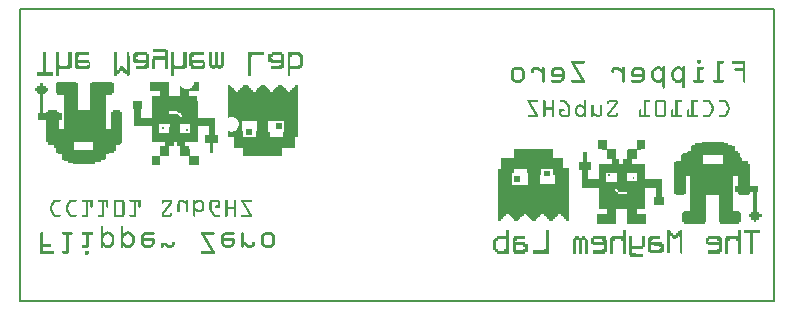
<source format=gbo>
G04 MADE WITH FRITZING*
G04 WWW.FRITZING.ORG*
G04 DOUBLE SIDED*
G04 HOLES PLATED*
G04 CONTOUR ON CENTER OF CONTOUR VECTOR*
%ASAXBY*%
%FSLAX23Y23*%
%MOIN*%
%OFA0B0*%
%SFA1.0B1.0*%
%ADD10R,2.519690X0.984252X2.503690X0.968252*%
%ADD11C,0.008000*%
%ADD12R,0.001000X0.001000*%
%LNSILK0*%
G90*
G70*
G54D11*
X4Y980D02*
X2516Y980D01*
X2516Y4D01*
X4Y4D01*
X4Y980D01*
D02*
G54D12*
X450Y846D02*
X490Y846D01*
X449Y845D02*
X490Y845D01*
X449Y844D02*
X490Y844D01*
X449Y843D02*
X490Y843D01*
X449Y842D02*
X490Y842D01*
X449Y841D02*
X495Y841D01*
X449Y840D02*
X496Y840D01*
X449Y839D02*
X496Y839D01*
X449Y838D02*
X496Y838D01*
X449Y837D02*
X496Y837D01*
X449Y836D02*
X496Y836D01*
X82Y835D02*
X91Y835D01*
X123Y835D02*
X133Y835D01*
X165Y835D02*
X175Y835D01*
X192Y835D02*
X233Y835D01*
X320Y835D02*
X324Y835D01*
X475Y835D02*
X496Y835D01*
X507Y835D02*
X516Y835D01*
X549Y835D02*
X558Y835D01*
X575Y835D02*
X616Y835D01*
X633Y835D02*
X642Y835D01*
X654Y835D02*
X662Y835D01*
X674Y835D02*
X683Y835D01*
X764Y835D02*
X815Y835D01*
X843Y835D02*
X878Y835D01*
X896Y835D02*
X935Y835D01*
X82Y834D02*
X91Y834D01*
X123Y834D02*
X133Y834D01*
X165Y834D02*
X175Y834D01*
X192Y834D02*
X233Y834D01*
X318Y834D02*
X326Y834D01*
X360Y834D02*
X368Y834D01*
X386Y834D02*
X427Y834D01*
X486Y834D02*
X496Y834D01*
X507Y834D02*
X516Y834D01*
X549Y834D02*
X559Y834D01*
X575Y834D02*
X616Y834D01*
X633Y834D02*
X642Y834D01*
X654Y834D02*
X662Y834D01*
X674Y834D02*
X683Y834D01*
X764Y834D02*
X815Y834D01*
X843Y834D02*
X878Y834D01*
X896Y834D02*
X935Y834D01*
X82Y833D02*
X91Y833D01*
X123Y833D02*
X133Y833D01*
X165Y833D02*
X175Y833D01*
X192Y833D02*
X233Y833D01*
X318Y833D02*
X326Y833D01*
X360Y833D02*
X368Y833D01*
X385Y833D02*
X427Y833D01*
X486Y833D02*
X496Y833D01*
X507Y833D02*
X516Y833D01*
X549Y833D02*
X559Y833D01*
X575Y833D02*
X616Y833D01*
X633Y833D02*
X642Y833D01*
X654Y833D02*
X662Y833D01*
X674Y833D02*
X683Y833D01*
X764Y833D02*
X815Y833D01*
X843Y833D02*
X878Y833D01*
X896Y833D02*
X936Y833D01*
X82Y832D02*
X91Y832D01*
X123Y832D02*
X133Y832D01*
X165Y832D02*
X175Y832D01*
X192Y832D02*
X233Y832D01*
X318Y832D02*
X326Y832D01*
X360Y832D02*
X368Y832D01*
X385Y832D02*
X427Y832D01*
X486Y832D02*
X496Y832D01*
X507Y832D02*
X516Y832D01*
X549Y832D02*
X559Y832D01*
X575Y832D02*
X616Y832D01*
X633Y832D02*
X642Y832D01*
X654Y832D02*
X662Y832D01*
X674Y832D02*
X683Y832D01*
X764Y832D02*
X815Y832D01*
X843Y832D02*
X878Y832D01*
X896Y832D02*
X936Y832D01*
X82Y831D02*
X91Y831D01*
X123Y831D02*
X133Y831D01*
X165Y831D02*
X175Y831D01*
X191Y831D02*
X233Y831D01*
X318Y831D02*
X326Y831D01*
X360Y831D02*
X368Y831D01*
X385Y831D02*
X427Y831D01*
X486Y831D02*
X496Y831D01*
X507Y831D02*
X516Y831D01*
X549Y831D02*
X559Y831D01*
X575Y831D02*
X616Y831D01*
X633Y831D02*
X642Y831D01*
X654Y831D02*
X662Y831D01*
X674Y831D02*
X683Y831D01*
X764Y831D02*
X815Y831D01*
X843Y831D02*
X878Y831D01*
X896Y831D02*
X937Y831D01*
X82Y830D02*
X91Y830D01*
X123Y830D02*
X133Y830D01*
X165Y830D02*
X175Y830D01*
X186Y830D02*
X233Y830D01*
X318Y830D02*
X326Y830D01*
X360Y830D02*
X368Y830D01*
X385Y830D02*
X427Y830D01*
X486Y830D02*
X496Y830D01*
X507Y830D02*
X516Y830D01*
X549Y830D02*
X559Y830D01*
X570Y830D02*
X616Y830D01*
X633Y830D02*
X642Y830D01*
X654Y830D02*
X662Y830D01*
X674Y830D02*
X683Y830D01*
X764Y830D02*
X815Y830D01*
X843Y830D02*
X878Y830D01*
X896Y830D02*
X941Y830D01*
X82Y829D02*
X91Y829D01*
X123Y829D02*
X133Y829D01*
X165Y829D02*
X175Y829D01*
X186Y829D02*
X233Y829D01*
X318Y829D02*
X326Y829D01*
X360Y829D02*
X368Y829D01*
X381Y829D02*
X432Y829D01*
X486Y829D02*
X496Y829D01*
X507Y829D02*
X516Y829D01*
X549Y829D02*
X559Y829D01*
X569Y829D02*
X616Y829D01*
X633Y829D02*
X642Y829D01*
X654Y829D02*
X662Y829D01*
X674Y829D02*
X683Y829D01*
X764Y829D02*
X815Y829D01*
X832Y829D02*
X883Y829D01*
X896Y829D02*
X942Y829D01*
X82Y828D02*
X91Y828D01*
X123Y828D02*
X133Y828D01*
X165Y828D02*
X175Y828D01*
X186Y828D02*
X233Y828D01*
X318Y828D02*
X326Y828D01*
X360Y828D02*
X368Y828D01*
X381Y828D02*
X432Y828D01*
X486Y828D02*
X496Y828D01*
X507Y828D02*
X516Y828D01*
X549Y828D02*
X559Y828D01*
X569Y828D02*
X616Y828D01*
X633Y828D02*
X642Y828D01*
X654Y828D02*
X662Y828D01*
X674Y828D02*
X683Y828D01*
X764Y828D02*
X815Y828D01*
X832Y828D02*
X883Y828D01*
X896Y828D02*
X942Y828D01*
X82Y827D02*
X91Y827D01*
X123Y827D02*
X133Y827D01*
X165Y827D02*
X175Y827D01*
X186Y827D02*
X233Y827D01*
X318Y827D02*
X326Y827D01*
X360Y827D02*
X368Y827D01*
X381Y827D02*
X432Y827D01*
X486Y827D02*
X496Y827D01*
X507Y827D02*
X516Y827D01*
X549Y827D02*
X559Y827D01*
X569Y827D02*
X616Y827D01*
X633Y827D02*
X642Y827D01*
X654Y827D02*
X662Y827D01*
X674Y827D02*
X683Y827D01*
X764Y827D02*
X815Y827D01*
X832Y827D02*
X883Y827D01*
X896Y827D02*
X942Y827D01*
X82Y826D02*
X91Y826D01*
X123Y826D02*
X133Y826D01*
X165Y826D02*
X175Y826D01*
X186Y826D02*
X233Y826D01*
X318Y826D02*
X326Y826D01*
X360Y826D02*
X368Y826D01*
X381Y826D02*
X432Y826D01*
X486Y826D02*
X496Y826D01*
X507Y826D02*
X516Y826D01*
X549Y826D02*
X559Y826D01*
X569Y826D02*
X616Y826D01*
X633Y826D02*
X642Y826D01*
X654Y826D02*
X662Y826D01*
X674Y826D02*
X683Y826D01*
X764Y826D02*
X815Y826D01*
X832Y826D02*
X883Y826D01*
X896Y826D02*
X914Y826D01*
X923Y826D02*
X942Y826D01*
X82Y825D02*
X91Y825D01*
X123Y825D02*
X133Y825D01*
X165Y825D02*
X175Y825D01*
X186Y825D02*
X233Y825D01*
X318Y825D02*
X326Y825D01*
X360Y825D02*
X368Y825D01*
X381Y825D02*
X432Y825D01*
X486Y825D02*
X496Y825D01*
X507Y825D02*
X516Y825D01*
X549Y825D02*
X559Y825D01*
X569Y825D02*
X616Y825D01*
X633Y825D02*
X642Y825D01*
X654Y825D02*
X662Y825D01*
X674Y825D02*
X683Y825D01*
X764Y825D02*
X815Y825D01*
X832Y825D02*
X883Y825D01*
X896Y825D02*
X910Y825D01*
X932Y825D02*
X943Y825D01*
X82Y824D02*
X91Y824D01*
X123Y824D02*
X133Y824D01*
X165Y824D02*
X175Y824D01*
X186Y824D02*
X201Y824D01*
X318Y824D02*
X326Y824D01*
X360Y824D02*
X368Y824D01*
X381Y824D02*
X396Y824D01*
X423Y824D02*
X432Y824D01*
X486Y824D02*
X496Y824D01*
X507Y824D02*
X516Y824D01*
X549Y824D02*
X559Y824D01*
X569Y824D02*
X584Y824D01*
X633Y824D02*
X642Y824D01*
X654Y824D02*
X662Y824D01*
X674Y824D02*
X683Y824D01*
X764Y824D02*
X778Y824D01*
X832Y824D02*
X847Y824D01*
X875Y824D02*
X883Y824D01*
X896Y824D02*
X910Y824D01*
X932Y824D02*
X947Y824D01*
X82Y823D02*
X91Y823D01*
X123Y823D02*
X133Y823D01*
X165Y823D02*
X175Y823D01*
X186Y823D02*
X201Y823D01*
X318Y823D02*
X326Y823D01*
X360Y823D02*
X368Y823D01*
X381Y823D02*
X395Y823D01*
X423Y823D02*
X432Y823D01*
X486Y823D02*
X496Y823D01*
X507Y823D02*
X516Y823D01*
X549Y823D02*
X559Y823D01*
X569Y823D02*
X584Y823D01*
X633Y823D02*
X642Y823D01*
X654Y823D02*
X662Y823D01*
X674Y823D02*
X683Y823D01*
X764Y823D02*
X778Y823D01*
X832Y823D02*
X847Y823D01*
X875Y823D02*
X883Y823D01*
X896Y823D02*
X910Y823D01*
X932Y823D02*
X947Y823D01*
X82Y822D02*
X91Y822D01*
X123Y822D02*
X133Y822D01*
X165Y822D02*
X175Y822D01*
X186Y822D02*
X201Y822D01*
X318Y822D02*
X326Y822D01*
X360Y822D02*
X368Y822D01*
X381Y822D02*
X395Y822D01*
X423Y822D02*
X432Y822D01*
X486Y822D02*
X496Y822D01*
X507Y822D02*
X516Y822D01*
X549Y822D02*
X559Y822D01*
X569Y822D02*
X584Y822D01*
X633Y822D02*
X642Y822D01*
X654Y822D02*
X662Y822D01*
X674Y822D02*
X683Y822D01*
X764Y822D02*
X778Y822D01*
X832Y822D02*
X847Y822D01*
X875Y822D02*
X883Y822D01*
X896Y822D02*
X910Y822D01*
X932Y822D02*
X947Y822D01*
X82Y821D02*
X91Y821D01*
X123Y821D02*
X133Y821D01*
X165Y821D02*
X175Y821D01*
X186Y821D02*
X201Y821D01*
X318Y821D02*
X326Y821D01*
X360Y821D02*
X368Y821D01*
X381Y821D02*
X395Y821D01*
X423Y821D02*
X432Y821D01*
X486Y821D02*
X496Y821D01*
X507Y821D02*
X516Y821D01*
X549Y821D02*
X559Y821D01*
X569Y821D02*
X584Y821D01*
X633Y821D02*
X642Y821D01*
X654Y821D02*
X662Y821D01*
X674Y821D02*
X683Y821D01*
X764Y821D02*
X778Y821D01*
X832Y821D02*
X847Y821D01*
X875Y821D02*
X883Y821D01*
X896Y821D02*
X910Y821D01*
X932Y821D02*
X947Y821D01*
X82Y820D02*
X91Y820D01*
X123Y820D02*
X133Y820D01*
X165Y820D02*
X175Y820D01*
X186Y820D02*
X200Y820D01*
X318Y820D02*
X326Y820D01*
X360Y820D02*
X369Y820D01*
X381Y820D02*
X395Y820D01*
X423Y820D02*
X432Y820D01*
X449Y820D02*
X496Y820D01*
X507Y820D02*
X516Y820D01*
X549Y820D02*
X559Y820D01*
X569Y820D02*
X583Y820D01*
X633Y820D02*
X642Y820D01*
X654Y820D02*
X662Y820D01*
X674Y820D02*
X683Y820D01*
X764Y820D02*
X777Y820D01*
X832Y820D02*
X847Y820D01*
X875Y820D02*
X883Y820D01*
X896Y820D02*
X909Y820D01*
X933Y820D02*
X947Y820D01*
X82Y819D02*
X91Y819D01*
X123Y819D02*
X133Y819D01*
X165Y819D02*
X175Y819D01*
X186Y819D02*
X196Y819D01*
X318Y819D02*
X326Y819D01*
X360Y819D02*
X369Y819D01*
X381Y819D02*
X390Y819D01*
X423Y819D02*
X432Y819D01*
X449Y819D02*
X496Y819D01*
X507Y819D02*
X516Y819D01*
X549Y819D02*
X559Y819D01*
X569Y819D02*
X578Y819D01*
X633Y819D02*
X642Y819D01*
X654Y819D02*
X662Y819D01*
X674Y819D02*
X683Y819D01*
X764Y819D02*
X773Y819D01*
X832Y819D02*
X841Y819D01*
X875Y819D02*
X883Y819D01*
X896Y819D02*
X904Y819D01*
X938Y819D02*
X947Y819D01*
X82Y818D02*
X91Y818D01*
X123Y818D02*
X133Y818D01*
X165Y818D02*
X175Y818D01*
X186Y818D02*
X196Y818D01*
X318Y818D02*
X326Y818D01*
X360Y818D02*
X369Y818D01*
X381Y818D02*
X390Y818D01*
X423Y818D02*
X432Y818D01*
X449Y818D02*
X496Y818D01*
X507Y818D02*
X516Y818D01*
X549Y818D02*
X559Y818D01*
X569Y818D02*
X578Y818D01*
X633Y818D02*
X642Y818D01*
X654Y818D02*
X662Y818D01*
X674Y818D02*
X683Y818D01*
X764Y818D02*
X773Y818D01*
X832Y818D02*
X841Y818D01*
X875Y818D02*
X883Y818D01*
X896Y818D02*
X904Y818D01*
X938Y818D02*
X947Y818D01*
X82Y817D02*
X91Y817D01*
X123Y817D02*
X133Y817D01*
X165Y817D02*
X175Y817D01*
X186Y817D02*
X196Y817D01*
X318Y817D02*
X326Y817D01*
X360Y817D02*
X369Y817D01*
X381Y817D02*
X389Y817D01*
X423Y817D02*
X432Y817D01*
X449Y817D02*
X496Y817D01*
X507Y817D02*
X516Y817D01*
X549Y817D02*
X559Y817D01*
X569Y817D02*
X578Y817D01*
X633Y817D02*
X642Y817D01*
X654Y817D02*
X662Y817D01*
X674Y817D02*
X683Y817D01*
X764Y817D02*
X773Y817D01*
X832Y817D02*
X841Y817D01*
X875Y817D02*
X883Y817D01*
X896Y817D02*
X904Y817D01*
X938Y817D02*
X947Y817D01*
X82Y816D02*
X91Y816D01*
X123Y816D02*
X133Y816D01*
X165Y816D02*
X175Y816D01*
X186Y816D02*
X196Y816D01*
X318Y816D02*
X327Y816D01*
X360Y816D02*
X369Y816D01*
X381Y816D02*
X389Y816D01*
X423Y816D02*
X432Y816D01*
X449Y816D02*
X496Y816D01*
X507Y816D02*
X516Y816D01*
X549Y816D02*
X559Y816D01*
X569Y816D02*
X578Y816D01*
X633Y816D02*
X642Y816D01*
X654Y816D02*
X662Y816D01*
X674Y816D02*
X683Y816D01*
X764Y816D02*
X773Y816D01*
X832Y816D02*
X841Y816D01*
X875Y816D02*
X883Y816D01*
X896Y816D02*
X904Y816D01*
X938Y816D02*
X947Y816D01*
X82Y815D02*
X91Y815D01*
X123Y815D02*
X133Y815D01*
X165Y815D02*
X175Y815D01*
X186Y815D02*
X196Y815D01*
X318Y815D02*
X327Y815D01*
X360Y815D02*
X369Y815D01*
X381Y815D02*
X390Y815D01*
X423Y815D02*
X432Y815D01*
X448Y815D02*
X496Y815D01*
X507Y815D02*
X516Y815D01*
X549Y815D02*
X559Y815D01*
X569Y815D02*
X578Y815D01*
X633Y815D02*
X642Y815D01*
X654Y815D02*
X662Y815D01*
X674Y815D02*
X683Y815D01*
X764Y815D02*
X773Y815D01*
X832Y815D02*
X841Y815D01*
X875Y815D02*
X883Y815D01*
X896Y815D02*
X904Y815D01*
X938Y815D02*
X947Y815D01*
X82Y814D02*
X91Y814D01*
X123Y814D02*
X133Y814D01*
X165Y814D02*
X175Y814D01*
X186Y814D02*
X196Y814D01*
X318Y814D02*
X327Y814D01*
X360Y814D02*
X369Y814D01*
X381Y814D02*
X391Y814D01*
X423Y814D02*
X432Y814D01*
X446Y814D02*
X496Y814D01*
X507Y814D02*
X516Y814D01*
X549Y814D02*
X559Y814D01*
X569Y814D02*
X578Y814D01*
X633Y814D02*
X642Y814D01*
X654Y814D02*
X662Y814D01*
X674Y814D02*
X683Y814D01*
X764Y814D02*
X773Y814D01*
X832Y814D02*
X844Y814D01*
X875Y814D02*
X883Y814D01*
X896Y814D02*
X904Y814D01*
X938Y814D02*
X947Y814D01*
X82Y813D02*
X91Y813D01*
X123Y813D02*
X133Y813D01*
X165Y813D02*
X175Y813D01*
X186Y813D02*
X196Y813D01*
X318Y813D02*
X327Y813D01*
X360Y813D02*
X369Y813D01*
X381Y813D02*
X395Y813D01*
X423Y813D02*
X432Y813D01*
X443Y813D02*
X496Y813D01*
X507Y813D02*
X516Y813D01*
X549Y813D02*
X559Y813D01*
X569Y813D02*
X578Y813D01*
X633Y813D02*
X642Y813D01*
X654Y813D02*
X662Y813D01*
X674Y813D02*
X683Y813D01*
X764Y813D02*
X773Y813D01*
X832Y813D02*
X847Y813D01*
X875Y813D02*
X883Y813D01*
X896Y813D02*
X904Y813D01*
X938Y813D02*
X947Y813D01*
X82Y812D02*
X91Y812D01*
X123Y812D02*
X133Y812D01*
X165Y812D02*
X175Y812D01*
X186Y812D02*
X196Y812D01*
X318Y812D02*
X327Y812D01*
X360Y812D02*
X369Y812D01*
X381Y812D02*
X395Y812D01*
X423Y812D02*
X432Y812D01*
X443Y812D02*
X496Y812D01*
X507Y812D02*
X516Y812D01*
X549Y812D02*
X559Y812D01*
X569Y812D02*
X578Y812D01*
X633Y812D02*
X642Y812D01*
X654Y812D02*
X662Y812D01*
X674Y812D02*
X683Y812D01*
X764Y812D02*
X773Y812D01*
X832Y812D02*
X847Y812D01*
X875Y812D02*
X883Y812D01*
X896Y812D02*
X904Y812D01*
X938Y812D02*
X947Y812D01*
X82Y811D02*
X91Y811D01*
X123Y811D02*
X133Y811D01*
X165Y811D02*
X175Y811D01*
X186Y811D02*
X196Y811D01*
X318Y811D02*
X327Y811D01*
X360Y811D02*
X369Y811D01*
X381Y811D02*
X395Y811D01*
X423Y811D02*
X432Y811D01*
X443Y811D02*
X496Y811D01*
X507Y811D02*
X516Y811D01*
X549Y811D02*
X559Y811D01*
X569Y811D02*
X578Y811D01*
X633Y811D02*
X642Y811D01*
X654Y811D02*
X662Y811D01*
X674Y811D02*
X683Y811D01*
X764Y811D02*
X773Y811D01*
X832Y811D02*
X847Y811D01*
X875Y811D02*
X883Y811D01*
X896Y811D02*
X904Y811D01*
X938Y811D02*
X947Y811D01*
X82Y810D02*
X91Y810D01*
X123Y810D02*
X133Y810D01*
X165Y810D02*
X175Y810D01*
X186Y810D02*
X196Y810D01*
X318Y810D02*
X327Y810D01*
X360Y810D02*
X369Y810D01*
X381Y810D02*
X396Y810D01*
X423Y810D02*
X432Y810D01*
X443Y810D02*
X496Y810D01*
X507Y810D02*
X516Y810D01*
X549Y810D02*
X559Y810D01*
X569Y810D02*
X578Y810D01*
X633Y810D02*
X642Y810D01*
X654Y810D02*
X662Y810D01*
X674Y810D02*
X683Y810D01*
X764Y810D02*
X773Y810D01*
X832Y810D02*
X847Y810D01*
X875Y810D02*
X883Y810D01*
X896Y810D02*
X904Y810D01*
X938Y810D02*
X947Y810D01*
X82Y809D02*
X91Y809D01*
X123Y809D02*
X133Y809D01*
X165Y809D02*
X175Y809D01*
X186Y809D02*
X196Y809D01*
X318Y809D02*
X327Y809D01*
X360Y809D02*
X369Y809D01*
X381Y809D02*
X413Y809D01*
X422Y809D02*
X432Y809D01*
X443Y809D02*
X453Y809D01*
X486Y809D02*
X496Y809D01*
X507Y809D02*
X516Y809D01*
X549Y809D02*
X559Y809D01*
X569Y809D02*
X579Y809D01*
X633Y809D02*
X642Y809D01*
X654Y809D02*
X662Y809D01*
X674Y809D02*
X683Y809D01*
X764Y809D02*
X773Y809D01*
X832Y809D02*
X848Y809D01*
X874Y809D02*
X883Y809D01*
X896Y809D02*
X904Y809D01*
X938Y809D02*
X947Y809D01*
X2263Y809D02*
X2271Y809D01*
X82Y808D02*
X91Y808D01*
X123Y808D02*
X133Y808D01*
X165Y808D02*
X175Y808D01*
X186Y808D02*
X233Y808D01*
X318Y808D02*
X327Y808D01*
X360Y808D02*
X369Y808D01*
X381Y808D02*
X432Y808D01*
X443Y808D02*
X453Y808D01*
X486Y808D02*
X496Y808D01*
X507Y808D02*
X516Y808D01*
X549Y808D02*
X559Y808D01*
X569Y808D02*
X615Y808D01*
X633Y808D02*
X642Y808D01*
X654Y808D02*
X662Y808D01*
X674Y808D02*
X683Y808D01*
X764Y808D02*
X773Y808D01*
X832Y808D02*
X883Y808D01*
X896Y808D02*
X904Y808D01*
X938Y808D02*
X947Y808D01*
X2262Y808D02*
X2272Y808D01*
X82Y807D02*
X91Y807D01*
X123Y807D02*
X133Y807D01*
X165Y807D02*
X175Y807D01*
X186Y807D02*
X233Y807D01*
X318Y807D02*
X327Y807D01*
X360Y807D02*
X369Y807D01*
X381Y807D02*
X432Y807D01*
X443Y807D02*
X453Y807D01*
X486Y807D02*
X496Y807D01*
X507Y807D02*
X516Y807D01*
X549Y807D02*
X559Y807D01*
X569Y807D02*
X615Y807D01*
X633Y807D02*
X642Y807D01*
X654Y807D02*
X662Y807D01*
X674Y807D02*
X683Y807D01*
X764Y807D02*
X773Y807D01*
X832Y807D02*
X883Y807D01*
X896Y807D02*
X904Y807D01*
X938Y807D02*
X947Y807D01*
X2261Y807D02*
X2273Y807D01*
X82Y806D02*
X91Y806D01*
X123Y806D02*
X133Y806D01*
X165Y806D02*
X175Y806D01*
X186Y806D02*
X233Y806D01*
X318Y806D02*
X327Y806D01*
X360Y806D02*
X369Y806D01*
X381Y806D02*
X432Y806D01*
X443Y806D02*
X453Y806D01*
X486Y806D02*
X496Y806D01*
X507Y806D02*
X516Y806D01*
X549Y806D02*
X559Y806D01*
X569Y806D02*
X615Y806D01*
X633Y806D02*
X642Y806D01*
X654Y806D02*
X662Y806D01*
X674Y806D02*
X683Y806D01*
X764Y806D02*
X773Y806D01*
X832Y806D02*
X883Y806D01*
X896Y806D02*
X904Y806D01*
X938Y806D02*
X947Y806D01*
X2261Y806D02*
X2274Y806D01*
X82Y805D02*
X91Y805D01*
X123Y805D02*
X133Y805D01*
X165Y805D02*
X175Y805D01*
X186Y805D02*
X233Y805D01*
X318Y805D02*
X327Y805D01*
X360Y805D02*
X369Y805D01*
X381Y805D02*
X432Y805D01*
X443Y805D02*
X453Y805D01*
X486Y805D02*
X496Y805D01*
X507Y805D02*
X516Y805D01*
X549Y805D02*
X559Y805D01*
X569Y805D02*
X616Y805D01*
X633Y805D02*
X642Y805D01*
X654Y805D02*
X662Y805D01*
X674Y805D02*
X683Y805D01*
X764Y805D02*
X773Y805D01*
X832Y805D02*
X883Y805D01*
X896Y805D02*
X904Y805D01*
X938Y805D02*
X947Y805D01*
X1841Y805D02*
X1884Y805D01*
X2261Y805D02*
X2274Y805D01*
X2330Y805D02*
X2347Y805D01*
X2379Y805D02*
X2421Y805D01*
X82Y804D02*
X91Y804D01*
X123Y804D02*
X133Y804D01*
X165Y804D02*
X175Y804D01*
X186Y804D02*
X234Y804D01*
X318Y804D02*
X327Y804D01*
X360Y804D02*
X369Y804D01*
X381Y804D02*
X432Y804D01*
X443Y804D02*
X453Y804D01*
X486Y804D02*
X496Y804D01*
X507Y804D02*
X516Y804D01*
X549Y804D02*
X559Y804D01*
X569Y804D02*
X617Y804D01*
X633Y804D02*
X642Y804D01*
X654Y804D02*
X662Y804D01*
X674Y804D02*
X683Y804D01*
X764Y804D02*
X773Y804D01*
X832Y804D02*
X883Y804D01*
X896Y804D02*
X904Y804D01*
X938Y804D02*
X947Y804D01*
X1841Y804D02*
X1885Y804D01*
X2261Y804D02*
X2274Y804D01*
X2329Y804D02*
X2349Y804D01*
X2377Y804D02*
X2421Y804D01*
X82Y803D02*
X91Y803D01*
X123Y803D02*
X133Y803D01*
X165Y803D02*
X175Y803D01*
X186Y803D02*
X238Y803D01*
X318Y803D02*
X327Y803D01*
X360Y803D02*
X369Y803D01*
X385Y803D02*
X432Y803D01*
X443Y803D02*
X453Y803D01*
X486Y803D02*
X496Y803D01*
X507Y803D02*
X516Y803D01*
X549Y803D02*
X559Y803D01*
X569Y803D02*
X621Y803D01*
X633Y803D02*
X642Y803D01*
X654Y803D02*
X662Y803D01*
X674Y803D02*
X683Y803D01*
X764Y803D02*
X773Y803D01*
X842Y803D02*
X883Y803D01*
X896Y803D02*
X904Y803D01*
X938Y803D02*
X947Y803D01*
X1841Y803D02*
X1886Y803D01*
X2261Y803D02*
X2274Y803D01*
X2328Y803D02*
X2349Y803D01*
X2377Y803D02*
X2421Y803D01*
X82Y802D02*
X91Y802D01*
X123Y802D02*
X133Y802D01*
X165Y802D02*
X175Y802D01*
X186Y802D02*
X238Y802D01*
X318Y802D02*
X327Y802D01*
X360Y802D02*
X369Y802D01*
X385Y802D02*
X432Y802D01*
X443Y802D02*
X453Y802D01*
X486Y802D02*
X496Y802D01*
X507Y802D02*
X516Y802D01*
X549Y802D02*
X559Y802D01*
X569Y802D02*
X621Y802D01*
X633Y802D02*
X642Y802D01*
X654Y802D02*
X662Y802D01*
X674Y802D02*
X683Y802D01*
X764Y802D02*
X773Y802D01*
X842Y802D02*
X883Y802D01*
X896Y802D02*
X904Y802D01*
X938Y802D02*
X947Y802D01*
X1841Y802D02*
X1886Y802D01*
X2261Y802D02*
X2274Y802D01*
X2328Y802D02*
X2350Y802D01*
X2376Y802D02*
X2421Y802D01*
X82Y801D02*
X91Y801D01*
X123Y801D02*
X133Y801D01*
X165Y801D02*
X175Y801D01*
X186Y801D02*
X238Y801D01*
X318Y801D02*
X327Y801D01*
X360Y801D02*
X369Y801D01*
X385Y801D02*
X432Y801D01*
X443Y801D02*
X453Y801D01*
X486Y801D02*
X496Y801D01*
X507Y801D02*
X516Y801D01*
X549Y801D02*
X559Y801D01*
X569Y801D02*
X621Y801D01*
X633Y801D02*
X642Y801D01*
X654Y801D02*
X662Y801D01*
X674Y801D02*
X683Y801D01*
X764Y801D02*
X773Y801D01*
X842Y801D02*
X883Y801D01*
X896Y801D02*
X904Y801D01*
X938Y801D02*
X947Y801D01*
X1841Y801D02*
X1886Y801D01*
X2261Y801D02*
X2274Y801D01*
X2328Y801D02*
X2350Y801D01*
X2376Y801D02*
X2421Y801D01*
X82Y800D02*
X91Y800D01*
X123Y800D02*
X133Y800D01*
X165Y800D02*
X175Y800D01*
X186Y800D02*
X238Y800D01*
X318Y800D02*
X327Y800D01*
X360Y800D02*
X369Y800D01*
X385Y800D02*
X432Y800D01*
X443Y800D02*
X453Y800D01*
X486Y800D02*
X496Y800D01*
X507Y800D02*
X516Y800D01*
X549Y800D02*
X559Y800D01*
X569Y800D02*
X621Y800D01*
X633Y800D02*
X642Y800D01*
X654Y800D02*
X662Y800D01*
X674Y800D02*
X683Y800D01*
X764Y800D02*
X773Y800D01*
X842Y800D02*
X883Y800D01*
X896Y800D02*
X904Y800D01*
X938Y800D02*
X947Y800D01*
X1841Y800D02*
X1886Y800D01*
X2261Y800D02*
X2274Y800D01*
X2328Y800D02*
X2350Y800D01*
X2376Y800D02*
X2421Y800D01*
X82Y799D02*
X91Y799D01*
X123Y799D02*
X133Y799D01*
X165Y799D02*
X175Y799D01*
X186Y799D02*
X238Y799D01*
X318Y799D02*
X327Y799D01*
X360Y799D02*
X369Y799D01*
X385Y799D02*
X432Y799D01*
X443Y799D02*
X453Y799D01*
X486Y799D02*
X496Y799D01*
X507Y799D02*
X516Y799D01*
X549Y799D02*
X559Y799D01*
X569Y799D02*
X580Y799D01*
X583Y799D02*
X621Y799D01*
X633Y799D02*
X642Y799D01*
X654Y799D02*
X662Y799D01*
X674Y799D02*
X683Y799D01*
X764Y799D02*
X773Y799D01*
X843Y799D02*
X883Y799D01*
X896Y799D02*
X904Y799D01*
X938Y799D02*
X947Y799D01*
X1841Y799D02*
X1886Y799D01*
X2261Y799D02*
X2273Y799D01*
X2328Y799D02*
X2349Y799D01*
X2377Y799D02*
X2421Y799D01*
X82Y798D02*
X91Y798D01*
X123Y798D02*
X133Y798D01*
X165Y798D02*
X175Y798D01*
X186Y798D02*
X195Y798D01*
X233Y798D02*
X238Y798D01*
X318Y798D02*
X327Y798D01*
X360Y798D02*
X369Y798D01*
X422Y798D02*
X432Y798D01*
X443Y798D02*
X453Y798D01*
X486Y798D02*
X496Y798D01*
X507Y798D02*
X516Y798D01*
X549Y798D02*
X559Y798D01*
X569Y798D02*
X580Y798D01*
X614Y798D02*
X621Y798D01*
X633Y798D02*
X642Y798D01*
X654Y798D02*
X662Y798D01*
X674Y798D02*
X683Y798D01*
X764Y798D02*
X773Y798D01*
X875Y798D02*
X883Y798D01*
X896Y798D02*
X904Y798D01*
X938Y798D02*
X947Y798D01*
X1842Y798D02*
X1885Y798D01*
X2262Y798D02*
X2273Y798D01*
X2328Y798D02*
X2349Y798D01*
X2377Y798D02*
X2421Y798D01*
X82Y797D02*
X91Y797D01*
X123Y797D02*
X133Y797D01*
X165Y797D02*
X175Y797D01*
X186Y797D02*
X195Y797D01*
X233Y797D02*
X238Y797D01*
X318Y797D02*
X327Y797D01*
X360Y797D02*
X369Y797D01*
X423Y797D02*
X432Y797D01*
X443Y797D02*
X453Y797D01*
X486Y797D02*
X496Y797D01*
X507Y797D02*
X516Y797D01*
X549Y797D02*
X559Y797D01*
X569Y797D02*
X580Y797D01*
X614Y797D02*
X621Y797D01*
X633Y797D02*
X642Y797D01*
X654Y797D02*
X662Y797D01*
X674Y797D02*
X683Y797D01*
X764Y797D02*
X773Y797D01*
X875Y797D02*
X883Y797D01*
X896Y797D02*
X904Y797D01*
X938Y797D02*
X947Y797D01*
X1843Y797D02*
X1884Y797D01*
X2263Y797D02*
X2271Y797D01*
X2328Y797D02*
X2347Y797D01*
X2379Y797D02*
X2421Y797D01*
X82Y796D02*
X91Y796D01*
X123Y796D02*
X133Y796D01*
X165Y796D02*
X175Y796D01*
X186Y796D02*
X195Y796D01*
X233Y796D02*
X238Y796D01*
X318Y796D02*
X327Y796D01*
X360Y796D02*
X369Y796D01*
X423Y796D02*
X432Y796D01*
X443Y796D02*
X453Y796D01*
X486Y796D02*
X496Y796D01*
X507Y796D02*
X516Y796D01*
X549Y796D02*
X559Y796D01*
X569Y796D02*
X580Y796D01*
X614Y796D02*
X621Y796D01*
X633Y796D02*
X642Y796D01*
X654Y796D02*
X662Y796D01*
X674Y796D02*
X683Y796D01*
X764Y796D02*
X773Y796D01*
X875Y796D02*
X883Y796D01*
X896Y796D02*
X904Y796D01*
X938Y796D02*
X947Y796D01*
X1843Y796D02*
X1853Y796D01*
X2328Y796D02*
X2336Y796D01*
X2413Y796D02*
X2421Y796D01*
X82Y795D02*
X91Y795D01*
X123Y795D02*
X133Y795D01*
X165Y795D02*
X175Y795D01*
X186Y795D02*
X195Y795D01*
X233Y795D02*
X238Y795D01*
X318Y795D02*
X327Y795D01*
X360Y795D02*
X369Y795D01*
X423Y795D02*
X432Y795D01*
X443Y795D02*
X453Y795D01*
X486Y795D02*
X496Y795D01*
X507Y795D02*
X516Y795D01*
X549Y795D02*
X559Y795D01*
X569Y795D02*
X580Y795D01*
X614Y795D02*
X621Y795D01*
X633Y795D02*
X642Y795D01*
X654Y795D02*
X662Y795D01*
X674Y795D02*
X683Y795D01*
X764Y795D02*
X773Y795D01*
X875Y795D02*
X883Y795D01*
X896Y795D02*
X904Y795D01*
X938Y795D02*
X947Y795D01*
X1844Y795D02*
X1854Y795D01*
X2328Y795D02*
X2336Y795D01*
X2413Y795D02*
X2421Y795D01*
X82Y794D02*
X91Y794D01*
X123Y794D02*
X133Y794D01*
X165Y794D02*
X175Y794D01*
X186Y794D02*
X195Y794D01*
X233Y794D02*
X238Y794D01*
X318Y794D02*
X327Y794D01*
X360Y794D02*
X369Y794D01*
X422Y794D02*
X432Y794D01*
X443Y794D02*
X453Y794D01*
X486Y794D02*
X496Y794D01*
X507Y794D02*
X516Y794D01*
X549Y794D02*
X559Y794D01*
X569Y794D02*
X580Y794D01*
X613Y794D02*
X621Y794D01*
X633Y794D02*
X642Y794D01*
X654Y794D02*
X662Y794D01*
X674Y794D02*
X683Y794D01*
X764Y794D02*
X773Y794D01*
X875Y794D02*
X883Y794D01*
X896Y794D02*
X904Y794D01*
X938Y794D02*
X947Y794D01*
X1844Y794D02*
X1854Y794D01*
X2328Y794D02*
X2336Y794D01*
X2413Y794D02*
X2421Y794D01*
X82Y793D02*
X91Y793D01*
X123Y793D02*
X137Y793D01*
X161Y793D02*
X175Y793D01*
X186Y793D02*
X200Y793D01*
X229Y793D02*
X238Y793D01*
X318Y793D02*
X327Y793D01*
X360Y793D02*
X369Y793D01*
X419Y793D02*
X432Y793D01*
X443Y793D02*
X453Y793D01*
X486Y793D02*
X496Y793D01*
X507Y793D02*
X521Y793D01*
X545Y793D02*
X559Y793D01*
X569Y793D02*
X583Y793D01*
X612Y793D02*
X621Y793D01*
X633Y793D02*
X642Y793D01*
X654Y793D02*
X662Y793D01*
X674Y793D02*
X683Y793D01*
X764Y793D02*
X773Y793D01*
X870Y793D02*
X883Y793D01*
X896Y793D02*
X904Y793D01*
X933Y793D02*
X947Y793D01*
X1845Y793D02*
X1855Y793D01*
X2328Y793D02*
X2336Y793D01*
X2413Y793D02*
X2421Y793D01*
X82Y792D02*
X91Y792D01*
X123Y792D02*
X138Y792D01*
X160Y792D02*
X175Y792D01*
X186Y792D02*
X200Y792D01*
X228Y792D02*
X238Y792D01*
X318Y792D02*
X327Y792D01*
X360Y792D02*
X369Y792D01*
X418Y792D02*
X432Y792D01*
X443Y792D02*
X453Y792D01*
X486Y792D02*
X496Y792D01*
X507Y792D02*
X521Y792D01*
X544Y792D02*
X559Y792D01*
X569Y792D02*
X584Y792D01*
X612Y792D02*
X621Y792D01*
X633Y792D02*
X642Y792D01*
X654Y792D02*
X662Y792D01*
X674Y792D02*
X683Y792D01*
X764Y792D02*
X773Y792D01*
X869Y792D02*
X883Y792D01*
X896Y792D02*
X904Y792D01*
X932Y792D02*
X947Y792D01*
X1845Y792D02*
X1855Y792D01*
X2328Y792D02*
X2336Y792D01*
X2413Y792D02*
X2421Y792D01*
X82Y791D02*
X91Y791D01*
X123Y791D02*
X138Y791D01*
X160Y791D02*
X175Y791D01*
X186Y791D02*
X201Y791D01*
X228Y791D02*
X238Y791D01*
X318Y791D02*
X327Y791D01*
X360Y791D02*
X369Y791D01*
X418Y791D02*
X432Y791D01*
X443Y791D02*
X453Y791D01*
X486Y791D02*
X496Y791D01*
X507Y791D02*
X521Y791D01*
X544Y791D02*
X559Y791D01*
X569Y791D02*
X584Y791D01*
X612Y791D02*
X621Y791D01*
X633Y791D02*
X683Y791D01*
X764Y791D02*
X773Y791D01*
X869Y791D02*
X883Y791D01*
X896Y791D02*
X904Y791D01*
X932Y791D02*
X947Y791D01*
X1846Y791D02*
X1856Y791D01*
X2328Y791D02*
X2336Y791D01*
X2413Y791D02*
X2421Y791D01*
X82Y790D02*
X91Y790D01*
X123Y790D02*
X138Y790D01*
X160Y790D02*
X175Y790D01*
X186Y790D02*
X201Y790D01*
X228Y790D02*
X238Y790D01*
X318Y790D02*
X327Y790D01*
X360Y790D02*
X369Y790D01*
X418Y790D02*
X432Y790D01*
X443Y790D02*
X453Y790D01*
X486Y790D02*
X496Y790D01*
X507Y790D02*
X521Y790D01*
X544Y790D02*
X559Y790D01*
X569Y790D02*
X584Y790D01*
X611Y790D02*
X621Y790D01*
X633Y790D02*
X683Y790D01*
X764Y790D02*
X773Y790D01*
X869Y790D02*
X883Y790D01*
X896Y790D02*
X904Y790D01*
X932Y790D02*
X947Y790D01*
X1847Y790D02*
X1857Y790D01*
X2328Y790D02*
X2336Y790D01*
X2413Y790D02*
X2421Y790D01*
X82Y789D02*
X91Y789D01*
X123Y789D02*
X138Y789D01*
X160Y789D02*
X175Y789D01*
X186Y789D02*
X201Y789D01*
X228Y789D02*
X238Y789D01*
X318Y789D02*
X327Y789D01*
X360Y789D02*
X369Y789D01*
X418Y789D02*
X432Y789D01*
X443Y789D02*
X453Y789D01*
X486Y789D02*
X496Y789D01*
X507Y789D02*
X521Y789D01*
X543Y789D02*
X559Y789D01*
X571Y789D02*
X584Y789D01*
X611Y789D02*
X621Y789D01*
X636Y789D02*
X682Y789D01*
X764Y789D02*
X773Y789D01*
X869Y789D02*
X883Y789D01*
X896Y789D02*
X904Y789D01*
X932Y789D02*
X945Y789D01*
X1847Y789D02*
X1857Y789D01*
X2328Y789D02*
X2336Y789D01*
X2413Y789D02*
X2421Y789D01*
X82Y788D02*
X91Y788D01*
X123Y788D02*
X175Y788D01*
X186Y788D02*
X238Y788D01*
X318Y788D02*
X327Y788D01*
X339Y788D02*
X348Y788D01*
X360Y788D02*
X369Y788D01*
X391Y788D02*
X432Y788D01*
X443Y788D02*
X453Y788D01*
X486Y788D02*
X496Y788D01*
X507Y788D02*
X559Y788D01*
X574Y788D02*
X621Y788D01*
X638Y788D02*
X680Y788D01*
X764Y788D02*
X773Y788D01*
X869Y788D02*
X883Y788D01*
X896Y788D02*
X904Y788D01*
X932Y788D02*
X943Y788D01*
X1848Y788D02*
X1858Y788D01*
X2328Y788D02*
X2336Y788D01*
X2413Y788D02*
X2421Y788D01*
X82Y787D02*
X91Y787D01*
X123Y787D02*
X175Y787D01*
X186Y787D02*
X238Y787D01*
X318Y787D02*
X327Y787D01*
X338Y787D02*
X348Y787D01*
X360Y787D02*
X369Y787D01*
X391Y787D02*
X432Y787D01*
X443Y787D02*
X453Y787D01*
X486Y787D02*
X496Y787D01*
X507Y787D02*
X559Y787D01*
X574Y787D02*
X621Y787D01*
X638Y787D02*
X679Y787D01*
X764Y787D02*
X773Y787D01*
X842Y787D02*
X883Y787D01*
X896Y787D02*
X942Y787D01*
X1848Y787D02*
X1858Y787D01*
X2126Y787D02*
X2136Y787D01*
X2147Y787D02*
X2152Y787D01*
X2193Y787D02*
X2203Y787D01*
X2214Y787D02*
X2219Y787D01*
X2328Y787D02*
X2336Y787D01*
X2413Y787D02*
X2421Y787D01*
X82Y786D02*
X91Y786D01*
X123Y786D02*
X175Y786D01*
X186Y786D02*
X238Y786D01*
X318Y786D02*
X327Y786D01*
X338Y786D02*
X348Y786D01*
X360Y786D02*
X369Y786D01*
X391Y786D02*
X432Y786D01*
X443Y786D02*
X453Y786D01*
X486Y786D02*
X496Y786D01*
X507Y786D02*
X559Y786D01*
X574Y786D02*
X621Y786D01*
X638Y786D02*
X679Y786D01*
X764Y786D02*
X773Y786D01*
X842Y786D02*
X883Y786D01*
X896Y786D02*
X942Y786D01*
X1658Y786D02*
X1668Y786D01*
X1721Y786D02*
X1729Y786D01*
X1792Y786D02*
X1801Y786D01*
X1849Y786D02*
X1859Y786D01*
X1989Y786D02*
X1996Y786D01*
X2059Y786D02*
X2069Y786D01*
X2124Y786D02*
X2138Y786D01*
X2146Y786D02*
X2153Y786D01*
X2191Y786D02*
X2205Y786D01*
X2213Y786D02*
X2220Y786D01*
X2266Y786D02*
X2278Y786D01*
X2328Y786D02*
X2336Y786D01*
X2413Y786D02*
X2421Y786D01*
X82Y785D02*
X91Y785D01*
X123Y785D02*
X175Y785D01*
X186Y785D02*
X238Y785D01*
X318Y785D02*
X327Y785D01*
X338Y785D02*
X348Y785D01*
X360Y785D02*
X369Y785D01*
X391Y785D02*
X432Y785D01*
X443Y785D02*
X453Y785D01*
X486Y785D02*
X496Y785D01*
X507Y785D02*
X559Y785D01*
X574Y785D02*
X621Y785D01*
X638Y785D02*
X679Y785D01*
X764Y785D02*
X773Y785D01*
X842Y785D02*
X883Y785D01*
X896Y785D02*
X942Y785D01*
X1653Y785D02*
X1673Y785D01*
X1716Y785D02*
X1732Y785D01*
X1746Y785D02*
X1750Y785D01*
X1786Y785D02*
X1807Y785D01*
X1850Y785D02*
X1859Y785D01*
X1984Y785D02*
X2000Y785D01*
X2013Y785D02*
X2018Y785D01*
X2054Y785D02*
X2075Y785D01*
X2122Y785D02*
X2140Y785D01*
X2146Y785D02*
X2153Y785D01*
X2189Y785D02*
X2207Y785D01*
X2213Y785D02*
X2220Y785D01*
X2263Y785D02*
X2281Y785D01*
X2328Y785D02*
X2336Y785D01*
X2413Y785D02*
X2421Y785D01*
X82Y784D02*
X91Y784D01*
X123Y784D02*
X175Y784D01*
X186Y784D02*
X238Y784D01*
X318Y784D02*
X327Y784D01*
X338Y784D02*
X349Y784D01*
X360Y784D02*
X369Y784D01*
X391Y784D02*
X432Y784D01*
X443Y784D02*
X453Y784D01*
X486Y784D02*
X496Y784D01*
X507Y784D02*
X559Y784D01*
X574Y784D02*
X621Y784D01*
X639Y784D02*
X679Y784D01*
X764Y784D02*
X773Y784D01*
X842Y784D02*
X883Y784D01*
X896Y784D02*
X942Y784D01*
X1651Y784D02*
X1675Y784D01*
X1714Y784D02*
X1733Y784D01*
X1745Y784D02*
X1751Y784D01*
X1784Y784D02*
X1809Y784D01*
X1850Y784D02*
X1860Y784D01*
X1982Y784D02*
X2001Y784D01*
X2012Y784D02*
X2019Y784D01*
X2052Y784D02*
X2077Y784D01*
X2121Y784D02*
X2141Y784D01*
X2145Y784D02*
X2154Y784D01*
X2188Y784D02*
X2208Y784D01*
X2212Y784D02*
X2220Y784D01*
X2262Y784D02*
X2282Y784D01*
X2328Y784D02*
X2336Y784D01*
X2413Y784D02*
X2421Y784D01*
X82Y783D02*
X91Y783D01*
X123Y783D02*
X175Y783D01*
X186Y783D02*
X238Y783D01*
X318Y783D02*
X327Y783D01*
X335Y783D02*
X352Y783D01*
X360Y783D02*
X369Y783D01*
X391Y783D02*
X432Y783D01*
X443Y783D02*
X453Y783D01*
X486Y783D02*
X496Y783D01*
X507Y783D02*
X559Y783D01*
X574Y783D02*
X616Y783D01*
X643Y783D02*
X653Y783D01*
X664Y783D02*
X675Y783D01*
X764Y783D02*
X773Y783D01*
X842Y783D02*
X883Y783D01*
X896Y783D02*
X941Y783D01*
X1649Y783D02*
X1677Y783D01*
X1713Y783D02*
X1735Y783D01*
X1744Y783D02*
X1752Y783D01*
X1783Y783D02*
X1810Y783D01*
X1851Y783D02*
X1861Y783D01*
X1980Y783D02*
X2002Y783D01*
X2012Y783D02*
X2019Y783D01*
X2050Y783D02*
X2078Y783D01*
X2119Y783D02*
X2142Y783D01*
X2145Y783D02*
X2154Y783D01*
X2186Y783D02*
X2209Y783D01*
X2212Y783D02*
X2221Y783D01*
X2261Y783D02*
X2283Y783D01*
X2328Y783D02*
X2336Y783D01*
X2413Y783D02*
X2421Y783D01*
X82Y782D02*
X91Y782D01*
X123Y782D02*
X171Y782D01*
X190Y782D02*
X233Y782D01*
X318Y782D02*
X327Y782D01*
X334Y782D02*
X353Y782D01*
X360Y782D02*
X369Y782D01*
X391Y782D02*
X427Y782D01*
X443Y782D02*
X453Y782D01*
X486Y782D02*
X496Y782D01*
X507Y782D02*
X554Y782D01*
X574Y782D02*
X616Y782D01*
X644Y782D02*
X653Y782D01*
X664Y782D02*
X674Y782D01*
X764Y782D02*
X773Y782D01*
X842Y782D02*
X878Y782D01*
X896Y782D02*
X936Y782D01*
X1648Y782D02*
X1678Y782D01*
X1711Y782D02*
X1736Y782D01*
X1744Y782D02*
X1752Y782D01*
X1782Y782D02*
X1812Y782D01*
X1851Y782D02*
X1861Y782D01*
X1979Y782D02*
X2003Y782D01*
X2012Y782D02*
X2020Y782D01*
X2049Y782D02*
X2079Y782D01*
X2118Y782D02*
X2143Y782D01*
X2145Y782D02*
X2154Y782D01*
X2185Y782D02*
X2210Y782D01*
X2212Y782D02*
X2221Y782D01*
X2261Y782D02*
X2283Y782D01*
X2328Y782D02*
X2336Y782D01*
X2390Y782D02*
X2421Y782D01*
X82Y781D02*
X91Y781D01*
X123Y781D02*
X170Y781D01*
X191Y781D02*
X233Y781D01*
X318Y781D02*
X327Y781D01*
X334Y781D02*
X353Y781D01*
X360Y781D02*
X369Y781D01*
X391Y781D02*
X427Y781D01*
X443Y781D02*
X453Y781D01*
X486Y781D02*
X496Y781D01*
X507Y781D02*
X554Y781D01*
X574Y781D02*
X615Y781D01*
X644Y781D02*
X653Y781D01*
X664Y781D02*
X674Y781D01*
X764Y781D02*
X773Y781D01*
X842Y781D02*
X878Y781D01*
X896Y781D02*
X935Y781D01*
X1647Y781D02*
X1679Y781D01*
X1711Y781D02*
X1737Y781D01*
X1744Y781D02*
X1752Y781D01*
X1780Y781D02*
X1813Y781D01*
X1852Y781D02*
X1862Y781D01*
X1978Y781D02*
X2004Y781D01*
X2012Y781D02*
X2020Y781D01*
X2048Y781D02*
X2080Y781D01*
X2117Y781D02*
X2154Y781D01*
X2184Y781D02*
X2221Y781D01*
X2261Y781D02*
X2283Y781D01*
X2328Y781D02*
X2336Y781D01*
X2387Y781D02*
X2421Y781D01*
X82Y780D02*
X91Y780D01*
X123Y780D02*
X170Y780D01*
X191Y780D02*
X233Y780D01*
X318Y780D02*
X327Y780D01*
X334Y780D02*
X353Y780D01*
X360Y780D02*
X369Y780D01*
X391Y780D02*
X427Y780D01*
X443Y780D02*
X453Y780D01*
X486Y780D02*
X496Y780D01*
X507Y780D02*
X554Y780D01*
X574Y780D02*
X615Y780D01*
X644Y780D02*
X653Y780D01*
X664Y780D02*
X674Y780D01*
X764Y780D02*
X773Y780D01*
X842Y780D02*
X878Y780D01*
X896Y780D02*
X935Y780D01*
X1645Y780D02*
X1680Y780D01*
X1710Y780D02*
X1738Y780D01*
X1744Y780D02*
X1752Y780D01*
X1779Y780D02*
X1814Y780D01*
X1852Y780D02*
X1862Y780D01*
X1977Y780D02*
X2006Y780D01*
X2011Y780D02*
X2020Y780D01*
X2047Y780D02*
X2082Y780D01*
X2116Y780D02*
X2154Y780D01*
X2183Y780D02*
X2221Y780D01*
X2261Y780D02*
X2283Y780D01*
X2328Y780D02*
X2336Y780D01*
X2386Y780D02*
X2421Y780D01*
X82Y779D02*
X91Y779D01*
X123Y779D02*
X170Y779D01*
X191Y779D02*
X233Y779D01*
X318Y779D02*
X327Y779D01*
X334Y779D02*
X353Y779D01*
X360Y779D02*
X369Y779D01*
X391Y779D02*
X427Y779D01*
X443Y779D02*
X453Y779D01*
X486Y779D02*
X496Y779D01*
X507Y779D02*
X554Y779D01*
X574Y779D02*
X615Y779D01*
X644Y779D02*
X653Y779D01*
X664Y779D02*
X674Y779D01*
X764Y779D02*
X773Y779D01*
X842Y779D02*
X878Y779D01*
X896Y779D02*
X935Y779D01*
X1644Y779D02*
X1681Y779D01*
X1709Y779D02*
X1739Y779D01*
X1744Y779D02*
X1752Y779D01*
X1778Y779D02*
X1815Y779D01*
X1853Y779D02*
X1863Y779D01*
X1977Y779D02*
X2007Y779D01*
X2011Y779D02*
X2020Y779D01*
X2046Y779D02*
X2083Y779D01*
X2115Y779D02*
X2154Y779D01*
X2182Y779D02*
X2221Y779D01*
X2261Y779D02*
X2282Y779D01*
X2328Y779D02*
X2336Y779D01*
X2386Y779D02*
X2421Y779D01*
X82Y778D02*
X91Y778D01*
X123Y778D02*
X170Y778D01*
X191Y778D02*
X233Y778D01*
X318Y778D02*
X327Y778D01*
X334Y778D02*
X354Y778D01*
X360Y778D02*
X369Y778D01*
X391Y778D02*
X427Y778D01*
X443Y778D02*
X453Y778D01*
X486Y778D02*
X496Y778D01*
X507Y778D02*
X554Y778D01*
X574Y778D02*
X615Y778D01*
X644Y778D02*
X653Y778D01*
X664Y778D02*
X674Y778D01*
X764Y778D02*
X773Y778D01*
X842Y778D02*
X878Y778D01*
X896Y778D02*
X904Y778D01*
X1643Y778D02*
X1682Y778D01*
X1709Y778D02*
X1740Y778D01*
X1744Y778D02*
X1752Y778D01*
X1777Y778D02*
X1816Y778D01*
X1854Y778D02*
X1864Y778D01*
X1976Y778D02*
X2008Y778D01*
X2011Y778D02*
X2020Y778D01*
X2045Y778D02*
X2084Y778D01*
X2114Y778D02*
X2127Y778D01*
X2135Y778D02*
X2154Y778D01*
X2181Y778D02*
X2194Y778D01*
X2202Y778D02*
X2221Y778D01*
X2261Y778D02*
X2281Y778D01*
X2328Y778D02*
X2336Y778D01*
X2386Y778D02*
X2421Y778D01*
X82Y777D02*
X91Y777D01*
X123Y777D02*
X133Y777D01*
X318Y777D02*
X327Y777D01*
X334Y777D02*
X355Y777D01*
X360Y777D02*
X369Y777D01*
X507Y777D02*
X516Y777D01*
X764Y777D02*
X773Y777D01*
X896Y777D02*
X904Y777D01*
X1643Y777D02*
X1683Y777D01*
X1708Y777D02*
X1742Y777D01*
X1744Y777D02*
X1752Y777D01*
X1776Y777D02*
X1817Y777D01*
X1854Y777D02*
X1864Y777D01*
X1976Y777D02*
X2009Y777D01*
X2011Y777D02*
X2020Y777D01*
X2044Y777D02*
X2084Y777D01*
X2113Y777D02*
X2126Y777D01*
X2136Y777D02*
X2154Y777D01*
X2180Y777D02*
X2193Y777D01*
X2203Y777D02*
X2221Y777D01*
X2261Y777D02*
X2280Y777D01*
X2328Y777D02*
X2336Y777D01*
X2385Y777D02*
X2421Y777D01*
X82Y776D02*
X91Y776D01*
X123Y776D02*
X133Y776D01*
X318Y776D02*
X369Y776D01*
X507Y776D02*
X516Y776D01*
X764Y776D02*
X773Y776D01*
X896Y776D02*
X904Y776D01*
X1642Y776D02*
X1654Y776D01*
X1672Y776D02*
X1683Y776D01*
X1708Y776D02*
X1718Y776D01*
X1729Y776D02*
X1752Y776D01*
X1776Y776D02*
X1788Y776D01*
X1805Y776D02*
X1817Y776D01*
X1855Y776D02*
X1865Y776D01*
X1975Y776D02*
X1985Y776D01*
X1997Y776D02*
X2020Y776D01*
X2043Y776D02*
X2055Y776D01*
X2073Y776D02*
X2085Y776D01*
X2112Y776D02*
X2125Y776D01*
X2137Y776D02*
X2154Y776D01*
X2179Y776D02*
X2192Y776D01*
X2204Y776D02*
X2221Y776D01*
X2261Y776D02*
X2269Y776D01*
X2328Y776D02*
X2336Y776D01*
X2386Y776D02*
X2421Y776D01*
X82Y775D02*
X91Y775D01*
X123Y775D02*
X133Y775D01*
X318Y775D02*
X369Y775D01*
X507Y775D02*
X516Y775D01*
X764Y775D02*
X773Y775D01*
X896Y775D02*
X904Y775D01*
X1642Y775D02*
X1653Y775D01*
X1673Y775D02*
X1684Y775D01*
X1707Y775D02*
X1717Y775D01*
X1730Y775D02*
X1752Y775D01*
X1775Y775D02*
X1786Y775D01*
X1807Y775D02*
X1818Y775D01*
X1855Y775D02*
X1865Y775D01*
X1975Y775D02*
X1984Y775D01*
X1998Y775D02*
X2020Y775D01*
X2043Y775D02*
X2054Y775D01*
X2074Y775D02*
X2085Y775D01*
X2111Y775D02*
X2124Y775D01*
X2138Y775D02*
X2154Y775D01*
X2178Y775D02*
X2191Y775D01*
X2205Y775D02*
X2221Y775D01*
X2261Y775D02*
X2269Y775D01*
X2328Y775D02*
X2336Y775D01*
X2386Y775D02*
X2421Y775D01*
X82Y774D02*
X91Y774D01*
X123Y774D02*
X133Y774D01*
X318Y774D02*
X369Y774D01*
X507Y774D02*
X516Y774D01*
X764Y774D02*
X773Y774D01*
X896Y774D02*
X904Y774D01*
X1641Y774D02*
X1651Y774D01*
X1674Y774D02*
X1684Y774D01*
X1707Y774D02*
X1716Y774D01*
X1732Y774D02*
X1752Y774D01*
X1775Y774D02*
X1785Y774D01*
X1808Y774D02*
X1818Y774D01*
X1856Y774D02*
X1866Y774D01*
X1975Y774D02*
X1984Y774D01*
X1999Y774D02*
X2020Y774D01*
X2043Y774D02*
X2053Y774D01*
X2075Y774D02*
X2086Y774D01*
X2110Y774D02*
X2122Y774D01*
X2139Y774D02*
X2154Y774D01*
X2177Y774D02*
X2189Y774D01*
X2206Y774D02*
X2221Y774D01*
X2261Y774D02*
X2269Y774D01*
X2328Y774D02*
X2336Y774D01*
X2387Y774D02*
X2421Y774D01*
X82Y773D02*
X91Y773D01*
X123Y773D02*
X133Y773D01*
X318Y773D02*
X338Y773D01*
X348Y773D02*
X369Y773D01*
X507Y773D02*
X516Y773D01*
X764Y773D02*
X773Y773D01*
X896Y773D02*
X904Y773D01*
X1641Y773D02*
X1650Y773D01*
X1675Y773D02*
X1685Y773D01*
X1707Y773D02*
X1716Y773D01*
X1733Y773D02*
X1752Y773D01*
X1775Y773D02*
X1784Y773D01*
X1809Y773D02*
X1819Y773D01*
X1857Y773D02*
X1866Y773D01*
X1975Y773D02*
X1983Y773D01*
X2000Y773D02*
X2020Y773D01*
X2042Y773D02*
X2052Y773D01*
X2076Y773D02*
X2086Y773D01*
X2110Y773D02*
X2121Y773D01*
X2140Y773D02*
X2154Y773D01*
X2177Y773D02*
X2188Y773D01*
X2207Y773D02*
X2221Y773D01*
X2261Y773D02*
X2269Y773D01*
X2328Y773D02*
X2336Y773D01*
X2388Y773D02*
X2421Y773D01*
X82Y772D02*
X91Y772D01*
X123Y772D02*
X133Y772D01*
X318Y772D02*
X338Y772D01*
X348Y772D02*
X369Y772D01*
X507Y772D02*
X516Y772D01*
X764Y772D02*
X773Y772D01*
X896Y772D02*
X904Y772D01*
X1641Y772D02*
X1650Y772D01*
X1676Y772D02*
X1685Y772D01*
X1707Y772D02*
X1716Y772D01*
X1734Y772D02*
X1752Y772D01*
X1774Y772D02*
X1783Y772D01*
X1810Y772D02*
X1819Y772D01*
X1857Y772D02*
X1867Y772D01*
X1975Y772D02*
X1983Y772D01*
X2002Y772D02*
X2020Y772D01*
X2042Y772D02*
X2051Y772D01*
X2077Y772D02*
X2086Y772D01*
X2109Y772D02*
X2120Y772D01*
X2141Y772D02*
X2154Y772D01*
X2176Y772D02*
X2187Y772D01*
X2208Y772D02*
X2221Y772D01*
X2261Y772D02*
X2269Y772D01*
X2328Y772D02*
X2336Y772D01*
X2413Y772D02*
X2421Y772D01*
X82Y771D02*
X91Y771D01*
X123Y771D02*
X133Y771D01*
X318Y771D02*
X338Y771D01*
X348Y771D02*
X369Y771D01*
X507Y771D02*
X516Y771D01*
X764Y771D02*
X773Y771D01*
X896Y771D02*
X904Y771D01*
X1640Y771D02*
X1649Y771D01*
X1677Y771D02*
X1685Y771D01*
X1707Y771D02*
X1716Y771D01*
X1735Y771D02*
X1752Y771D01*
X1774Y771D02*
X1783Y771D01*
X1810Y771D02*
X1819Y771D01*
X1858Y771D02*
X1868Y771D01*
X1975Y771D02*
X1983Y771D01*
X2003Y771D02*
X2020Y771D01*
X2042Y771D02*
X2050Y771D01*
X2078Y771D02*
X2087Y771D01*
X2109Y771D02*
X2119Y771D01*
X2142Y771D02*
X2154Y771D01*
X2176Y771D02*
X2186Y771D01*
X2209Y771D02*
X2221Y771D01*
X2261Y771D02*
X2269Y771D01*
X2328Y771D02*
X2336Y771D01*
X2413Y771D02*
X2421Y771D01*
X82Y770D02*
X91Y770D01*
X123Y770D02*
X133Y770D01*
X318Y770D02*
X338Y770D01*
X348Y770D02*
X369Y770D01*
X507Y770D02*
X516Y770D01*
X764Y770D02*
X773Y770D01*
X896Y770D02*
X904Y770D01*
X1640Y770D02*
X1649Y770D01*
X1677Y770D02*
X1685Y770D01*
X1707Y770D02*
X1716Y770D01*
X1736Y770D02*
X1752Y770D01*
X1774Y770D02*
X1783Y770D01*
X1811Y770D02*
X1819Y770D01*
X1858Y770D02*
X1868Y770D01*
X1975Y770D02*
X1983Y770D01*
X2004Y770D02*
X2020Y770D01*
X2042Y770D02*
X2050Y770D01*
X2078Y770D02*
X2087Y770D01*
X2109Y770D02*
X2118Y770D01*
X2143Y770D02*
X2154Y770D01*
X2176Y770D02*
X2185Y770D01*
X2210Y770D02*
X2221Y770D01*
X2261Y770D02*
X2269Y770D01*
X2328Y770D02*
X2336Y770D01*
X2413Y770D02*
X2421Y770D01*
X82Y769D02*
X91Y769D01*
X123Y769D02*
X133Y769D01*
X318Y769D02*
X338Y769D01*
X348Y769D02*
X369Y769D01*
X507Y769D02*
X516Y769D01*
X764Y769D02*
X773Y769D01*
X896Y769D02*
X904Y769D01*
X1640Y769D02*
X1649Y769D01*
X1677Y769D02*
X1685Y769D01*
X1707Y769D02*
X1715Y769D01*
X1737Y769D02*
X1752Y769D01*
X1774Y769D02*
X1782Y769D01*
X1811Y769D02*
X1819Y769D01*
X1859Y769D02*
X1869Y769D01*
X1975Y769D02*
X1983Y769D01*
X2005Y769D02*
X2020Y769D01*
X2042Y769D02*
X2050Y769D01*
X2078Y769D02*
X2087Y769D01*
X2109Y769D02*
X2117Y769D01*
X2144Y769D02*
X2154Y769D01*
X2176Y769D02*
X2184Y769D01*
X2211Y769D02*
X2221Y769D01*
X2261Y769D02*
X2269Y769D01*
X2328Y769D02*
X2336Y769D01*
X2413Y769D02*
X2421Y769D01*
X82Y768D02*
X91Y768D01*
X123Y768D02*
X133Y768D01*
X318Y768D02*
X338Y768D01*
X348Y768D02*
X369Y768D01*
X507Y768D02*
X516Y768D01*
X764Y768D02*
X773Y768D01*
X896Y768D02*
X904Y768D01*
X1640Y768D02*
X1649Y768D01*
X1677Y768D02*
X1685Y768D01*
X1707Y768D02*
X1715Y768D01*
X1739Y768D02*
X1752Y768D01*
X1774Y768D02*
X1782Y768D01*
X1811Y768D02*
X1819Y768D01*
X1860Y768D02*
X1869Y768D01*
X1975Y768D02*
X1983Y768D01*
X2006Y768D02*
X2020Y768D01*
X2042Y768D02*
X2050Y768D01*
X2078Y768D02*
X2087Y768D01*
X2109Y768D02*
X2117Y768D01*
X2145Y768D02*
X2154Y768D01*
X2176Y768D02*
X2184Y768D01*
X2212Y768D02*
X2221Y768D01*
X2261Y768D02*
X2269Y768D01*
X2328Y768D02*
X2336Y768D01*
X2413Y768D02*
X2421Y768D01*
X60Y767D02*
X112Y767D01*
X123Y767D02*
X133Y767D01*
X318Y767D02*
X335Y767D01*
X349Y767D02*
X369Y767D01*
X507Y767D02*
X516Y767D01*
X764Y767D02*
X773Y767D01*
X896Y767D02*
X904Y767D01*
X1640Y767D02*
X1649Y767D01*
X1677Y767D02*
X1685Y767D01*
X1708Y767D02*
X1715Y767D01*
X1740Y767D02*
X1752Y767D01*
X1774Y767D02*
X1782Y767D01*
X1811Y767D02*
X1819Y767D01*
X1860Y767D02*
X1870Y767D01*
X1976Y767D02*
X1982Y767D01*
X2007Y767D02*
X2020Y767D01*
X2042Y767D02*
X2050Y767D01*
X2078Y767D02*
X2087Y767D01*
X2109Y767D02*
X2117Y767D01*
X2145Y767D02*
X2154Y767D01*
X2175Y767D02*
X2184Y767D01*
X2212Y767D02*
X2221Y767D01*
X2261Y767D02*
X2269Y767D01*
X2328Y767D02*
X2336Y767D01*
X2413Y767D02*
X2421Y767D01*
X60Y766D02*
X112Y766D01*
X123Y766D02*
X133Y766D01*
X318Y766D02*
X333Y766D01*
X355Y766D02*
X369Y766D01*
X507Y766D02*
X516Y766D01*
X764Y766D02*
X773Y766D01*
X896Y766D02*
X904Y766D01*
X1640Y766D02*
X1649Y766D01*
X1677Y766D02*
X1685Y766D01*
X1709Y766D02*
X1714Y766D01*
X1741Y766D02*
X1752Y766D01*
X1774Y766D02*
X1782Y766D01*
X1811Y766D02*
X1819Y766D01*
X1861Y766D02*
X1871Y766D01*
X1977Y766D02*
X1981Y766D01*
X2009Y766D02*
X2020Y766D01*
X2042Y766D02*
X2050Y766D01*
X2078Y766D02*
X2087Y766D01*
X2109Y766D02*
X2117Y766D01*
X2145Y766D02*
X2154Y766D01*
X2175Y766D02*
X2184Y766D01*
X2212Y766D02*
X2221Y766D01*
X2261Y766D02*
X2269Y766D01*
X2328Y766D02*
X2336Y766D01*
X2413Y766D02*
X2421Y766D01*
X60Y765D02*
X112Y765D01*
X123Y765D02*
X133Y765D01*
X318Y765D02*
X333Y765D01*
X355Y765D02*
X369Y765D01*
X507Y765D02*
X516Y765D01*
X764Y765D02*
X773Y765D01*
X896Y765D02*
X904Y765D01*
X1640Y765D02*
X1649Y765D01*
X1677Y765D02*
X1685Y765D01*
X1711Y765D02*
X1711Y765D01*
X1742Y765D02*
X1752Y765D01*
X1774Y765D02*
X1782Y765D01*
X1811Y765D02*
X1819Y765D01*
X1861Y765D02*
X1871Y765D01*
X1979Y765D02*
X1979Y765D01*
X2010Y765D02*
X2020Y765D01*
X2042Y765D02*
X2050Y765D01*
X2078Y765D02*
X2087Y765D01*
X2109Y765D02*
X2117Y765D01*
X2145Y765D02*
X2154Y765D01*
X2175Y765D02*
X2184Y765D01*
X2212Y765D02*
X2221Y765D01*
X2261Y765D02*
X2269Y765D01*
X2328Y765D02*
X2336Y765D01*
X2413Y765D02*
X2421Y765D01*
X60Y764D02*
X112Y764D01*
X123Y764D02*
X133Y764D01*
X318Y764D02*
X333Y764D01*
X355Y764D02*
X369Y764D01*
X507Y764D02*
X516Y764D01*
X764Y764D02*
X773Y764D01*
X896Y764D02*
X904Y764D01*
X1640Y764D02*
X1649Y764D01*
X1677Y764D02*
X1685Y764D01*
X1743Y764D02*
X1752Y764D01*
X1774Y764D02*
X1782Y764D01*
X1811Y764D02*
X1819Y764D01*
X1862Y764D02*
X1872Y764D01*
X2011Y764D02*
X2020Y764D01*
X2042Y764D02*
X2050Y764D01*
X2078Y764D02*
X2087Y764D01*
X2109Y764D02*
X2117Y764D01*
X2145Y764D02*
X2154Y764D01*
X2175Y764D02*
X2184Y764D01*
X2212Y764D02*
X2221Y764D01*
X2261Y764D02*
X2269Y764D01*
X2328Y764D02*
X2336Y764D01*
X2413Y764D02*
X2421Y764D01*
X60Y763D02*
X112Y763D01*
X123Y763D02*
X133Y763D01*
X318Y763D02*
X332Y763D01*
X355Y763D02*
X369Y763D01*
X507Y763D02*
X516Y763D01*
X764Y763D02*
X773Y763D01*
X896Y763D02*
X904Y763D01*
X1640Y763D02*
X1649Y763D01*
X1677Y763D02*
X1685Y763D01*
X1744Y763D02*
X1752Y763D01*
X1774Y763D02*
X1782Y763D01*
X1811Y763D02*
X1819Y763D01*
X1862Y763D02*
X1872Y763D01*
X2011Y763D02*
X2020Y763D01*
X2042Y763D02*
X2050Y763D01*
X2078Y763D02*
X2087Y763D01*
X2109Y763D02*
X2117Y763D01*
X2145Y763D02*
X2154Y763D01*
X2175Y763D02*
X2184Y763D01*
X2212Y763D02*
X2221Y763D01*
X2261Y763D02*
X2269Y763D01*
X2328Y763D02*
X2336Y763D01*
X2413Y763D02*
X2421Y763D01*
X60Y762D02*
X112Y762D01*
X123Y762D02*
X133Y762D01*
X318Y762D02*
X331Y762D01*
X356Y762D02*
X369Y762D01*
X507Y762D02*
X516Y762D01*
X764Y762D02*
X773Y762D01*
X896Y762D02*
X904Y762D01*
X1640Y762D02*
X1649Y762D01*
X1677Y762D02*
X1685Y762D01*
X1744Y762D02*
X1752Y762D01*
X1774Y762D02*
X1819Y762D01*
X1863Y762D02*
X1873Y762D01*
X2011Y762D02*
X2020Y762D01*
X2042Y762D02*
X2087Y762D01*
X2109Y762D02*
X2117Y762D01*
X2145Y762D02*
X2154Y762D01*
X2175Y762D02*
X2184Y762D01*
X2212Y762D02*
X2221Y762D01*
X2261Y762D02*
X2269Y762D01*
X2328Y762D02*
X2336Y762D01*
X2413Y762D02*
X2421Y762D01*
X60Y761D02*
X112Y761D01*
X123Y761D02*
X133Y761D01*
X318Y761D02*
X327Y761D01*
X360Y761D02*
X369Y761D01*
X507Y761D02*
X516Y761D01*
X764Y761D02*
X773Y761D01*
X896Y761D02*
X904Y761D01*
X1640Y761D02*
X1649Y761D01*
X1677Y761D02*
X1685Y761D01*
X1744Y761D02*
X1752Y761D01*
X1774Y761D02*
X1819Y761D01*
X1864Y761D02*
X1873Y761D01*
X2011Y761D02*
X2020Y761D01*
X2042Y761D02*
X2087Y761D01*
X2109Y761D02*
X2117Y761D01*
X2145Y761D02*
X2154Y761D01*
X2175Y761D02*
X2184Y761D01*
X2212Y761D02*
X2221Y761D01*
X2261Y761D02*
X2269Y761D01*
X2328Y761D02*
X2336Y761D01*
X2413Y761D02*
X2421Y761D01*
X60Y760D02*
X112Y760D01*
X123Y760D02*
X133Y760D01*
X318Y760D02*
X327Y760D01*
X360Y760D02*
X369Y760D01*
X507Y760D02*
X516Y760D01*
X764Y760D02*
X773Y760D01*
X896Y760D02*
X904Y760D01*
X1640Y760D02*
X1649Y760D01*
X1677Y760D02*
X1685Y760D01*
X1744Y760D02*
X1752Y760D01*
X1774Y760D02*
X1819Y760D01*
X1864Y760D02*
X1874Y760D01*
X2011Y760D02*
X2020Y760D01*
X2042Y760D02*
X2087Y760D01*
X2109Y760D02*
X2117Y760D01*
X2145Y760D02*
X2154Y760D01*
X2175Y760D02*
X2184Y760D01*
X2212Y760D02*
X2221Y760D01*
X2261Y760D02*
X2269Y760D01*
X2328Y760D02*
X2336Y760D01*
X2413Y760D02*
X2421Y760D01*
X60Y759D02*
X112Y759D01*
X123Y759D02*
X133Y759D01*
X318Y759D02*
X327Y759D01*
X360Y759D02*
X369Y759D01*
X507Y759D02*
X516Y759D01*
X764Y759D02*
X773Y759D01*
X896Y759D02*
X904Y759D01*
X1640Y759D02*
X1649Y759D01*
X1677Y759D02*
X1685Y759D01*
X1744Y759D02*
X1752Y759D01*
X1774Y759D02*
X1819Y759D01*
X1865Y759D02*
X1875Y759D01*
X2011Y759D02*
X2020Y759D01*
X2042Y759D02*
X2087Y759D01*
X2109Y759D02*
X2117Y759D01*
X2145Y759D02*
X2154Y759D01*
X2175Y759D02*
X2184Y759D01*
X2212Y759D02*
X2221Y759D01*
X2261Y759D02*
X2269Y759D01*
X2328Y759D02*
X2336Y759D01*
X2413Y759D02*
X2421Y759D01*
X60Y758D02*
X112Y758D01*
X123Y758D02*
X133Y758D01*
X318Y758D02*
X327Y758D01*
X360Y758D02*
X369Y758D01*
X507Y758D02*
X516Y758D01*
X764Y758D02*
X773Y758D01*
X896Y758D02*
X904Y758D01*
X1640Y758D02*
X1649Y758D01*
X1677Y758D02*
X1685Y758D01*
X1744Y758D02*
X1752Y758D01*
X1774Y758D02*
X1819Y758D01*
X1865Y758D02*
X1875Y758D01*
X2011Y758D02*
X2020Y758D01*
X2042Y758D02*
X2087Y758D01*
X2109Y758D02*
X2117Y758D01*
X2145Y758D02*
X2154Y758D01*
X2175Y758D02*
X2184Y758D01*
X2212Y758D02*
X2221Y758D01*
X2261Y758D02*
X2269Y758D01*
X2328Y758D02*
X2336Y758D01*
X2413Y758D02*
X2421Y758D01*
X60Y757D02*
X112Y757D01*
X124Y757D02*
X133Y757D01*
X318Y757D02*
X326Y757D01*
X360Y757D02*
X368Y757D01*
X507Y757D02*
X516Y757D01*
X764Y757D02*
X773Y757D01*
X896Y757D02*
X904Y757D01*
X1640Y757D02*
X1649Y757D01*
X1677Y757D02*
X1685Y757D01*
X1744Y757D02*
X1752Y757D01*
X1774Y757D02*
X1819Y757D01*
X1866Y757D02*
X1876Y757D01*
X2011Y757D02*
X2020Y757D01*
X2042Y757D02*
X2087Y757D01*
X2109Y757D02*
X2117Y757D01*
X2145Y757D02*
X2154Y757D01*
X2175Y757D02*
X2184Y757D01*
X2212Y757D02*
X2221Y757D01*
X2261Y757D02*
X2269Y757D01*
X2328Y757D02*
X2336Y757D01*
X2413Y757D02*
X2421Y757D01*
X1640Y756D02*
X1649Y756D01*
X1677Y756D02*
X1685Y756D01*
X1744Y756D02*
X1752Y756D01*
X1774Y756D02*
X1819Y756D01*
X1867Y756D02*
X1876Y756D01*
X2011Y756D02*
X2020Y756D01*
X2042Y756D02*
X2087Y756D01*
X2109Y756D02*
X2117Y756D01*
X2145Y756D02*
X2154Y756D01*
X2175Y756D02*
X2184Y756D01*
X2212Y756D02*
X2221Y756D01*
X2261Y756D02*
X2269Y756D01*
X2328Y756D02*
X2336Y756D01*
X2413Y756D02*
X2421Y756D01*
X1640Y755D02*
X1649Y755D01*
X1677Y755D02*
X1685Y755D01*
X1744Y755D02*
X1752Y755D01*
X1775Y755D02*
X1819Y755D01*
X1867Y755D02*
X1877Y755D01*
X2011Y755D02*
X2020Y755D01*
X2043Y755D02*
X2087Y755D01*
X2109Y755D02*
X2117Y755D01*
X2145Y755D02*
X2154Y755D01*
X2175Y755D02*
X2184Y755D01*
X2212Y755D02*
X2221Y755D01*
X2261Y755D02*
X2269Y755D01*
X2328Y755D02*
X2336Y755D01*
X2413Y755D02*
X2421Y755D01*
X1640Y754D02*
X1649Y754D01*
X1677Y754D02*
X1685Y754D01*
X1744Y754D02*
X1752Y754D01*
X1776Y754D02*
X1819Y754D01*
X1868Y754D02*
X1878Y754D01*
X2011Y754D02*
X2020Y754D01*
X2044Y754D02*
X2087Y754D01*
X2109Y754D02*
X2117Y754D01*
X2145Y754D02*
X2154Y754D01*
X2175Y754D02*
X2184Y754D01*
X2212Y754D02*
X2221Y754D01*
X2261Y754D02*
X2269Y754D01*
X2328Y754D02*
X2336Y754D01*
X2413Y754D02*
X2421Y754D01*
X1640Y753D02*
X1649Y753D01*
X1677Y753D02*
X1685Y753D01*
X1744Y753D02*
X1752Y753D01*
X1810Y753D02*
X1819Y753D01*
X1868Y753D02*
X1878Y753D01*
X2011Y753D02*
X2020Y753D01*
X2078Y753D02*
X2087Y753D01*
X2109Y753D02*
X2117Y753D01*
X2145Y753D02*
X2154Y753D01*
X2175Y753D02*
X2184Y753D01*
X2212Y753D02*
X2221Y753D01*
X2261Y753D02*
X2269Y753D01*
X2328Y753D02*
X2336Y753D01*
X2413Y753D02*
X2421Y753D01*
X1640Y752D02*
X1649Y752D01*
X1677Y752D02*
X1685Y752D01*
X1744Y752D02*
X1752Y752D01*
X1811Y752D02*
X1819Y752D01*
X1869Y752D02*
X1879Y752D01*
X2011Y752D02*
X2020Y752D01*
X2078Y752D02*
X2087Y752D01*
X2109Y752D02*
X2117Y752D01*
X2145Y752D02*
X2154Y752D01*
X2175Y752D02*
X2184Y752D01*
X2212Y752D02*
X2221Y752D01*
X2261Y752D02*
X2269Y752D01*
X2328Y752D02*
X2336Y752D01*
X2413Y752D02*
X2421Y752D01*
X1640Y751D02*
X1649Y751D01*
X1677Y751D02*
X1685Y751D01*
X1744Y751D02*
X1752Y751D01*
X1811Y751D02*
X1819Y751D01*
X1869Y751D02*
X1879Y751D01*
X2011Y751D02*
X2020Y751D01*
X2078Y751D02*
X2087Y751D01*
X2109Y751D02*
X2117Y751D01*
X2144Y751D02*
X2154Y751D01*
X2176Y751D02*
X2184Y751D01*
X2211Y751D02*
X2221Y751D01*
X2261Y751D02*
X2269Y751D01*
X2328Y751D02*
X2336Y751D01*
X2413Y751D02*
X2421Y751D01*
X1640Y750D02*
X1649Y750D01*
X1677Y750D02*
X1685Y750D01*
X1744Y750D02*
X1752Y750D01*
X1811Y750D02*
X1819Y750D01*
X1870Y750D02*
X1880Y750D01*
X2011Y750D02*
X2020Y750D01*
X2078Y750D02*
X2087Y750D01*
X2109Y750D02*
X2118Y750D01*
X2144Y750D02*
X2154Y750D01*
X2176Y750D02*
X2184Y750D01*
X2211Y750D02*
X2221Y750D01*
X2261Y750D02*
X2269Y750D01*
X2328Y750D02*
X2336Y750D01*
X2413Y750D02*
X2421Y750D01*
X1640Y749D02*
X1649Y749D01*
X1677Y749D02*
X1685Y749D01*
X1744Y749D02*
X1752Y749D01*
X1811Y749D02*
X1819Y749D01*
X1871Y749D02*
X1881Y749D01*
X2011Y749D02*
X2020Y749D01*
X2078Y749D02*
X2087Y749D01*
X2109Y749D02*
X2118Y749D01*
X2143Y749D02*
X2154Y749D01*
X2176Y749D02*
X2185Y749D01*
X2210Y749D02*
X2221Y749D01*
X2261Y749D02*
X2269Y749D01*
X2328Y749D02*
X2336Y749D01*
X2413Y749D02*
X2421Y749D01*
X1640Y748D02*
X1649Y748D01*
X1676Y748D02*
X1685Y748D01*
X1744Y748D02*
X1752Y748D01*
X1810Y748D02*
X1819Y748D01*
X1871Y748D02*
X1881Y748D01*
X2011Y748D02*
X2020Y748D01*
X2078Y748D02*
X2087Y748D01*
X2109Y748D02*
X2119Y748D01*
X2142Y748D02*
X2154Y748D01*
X2176Y748D02*
X2186Y748D01*
X2208Y748D02*
X2221Y748D01*
X2261Y748D02*
X2269Y748D01*
X2328Y748D02*
X2336Y748D01*
X2413Y748D02*
X2421Y748D01*
X1641Y747D02*
X1650Y747D01*
X1676Y747D02*
X1685Y747D01*
X1744Y747D02*
X1752Y747D01*
X1809Y747D02*
X1819Y747D01*
X1872Y747D02*
X1882Y747D01*
X2011Y747D02*
X2020Y747D01*
X2077Y747D02*
X2086Y747D01*
X2110Y747D02*
X2121Y747D01*
X2141Y747D02*
X2154Y747D01*
X2176Y747D02*
X2188Y747D01*
X2207Y747D02*
X2221Y747D01*
X2261Y747D02*
X2269Y747D01*
X2328Y747D02*
X2336Y747D01*
X2413Y747D02*
X2421Y747D01*
X1641Y746D02*
X1651Y746D01*
X1675Y746D02*
X1685Y746D01*
X1744Y746D02*
X1752Y746D01*
X1809Y746D02*
X1819Y746D01*
X1872Y746D02*
X1882Y746D01*
X2011Y746D02*
X2020Y746D01*
X2076Y746D02*
X2086Y746D01*
X2110Y746D02*
X2122Y746D01*
X2140Y746D02*
X2154Y746D01*
X2177Y746D02*
X2189Y746D01*
X2206Y746D02*
X2221Y746D01*
X2261Y746D02*
X2269Y746D01*
X2328Y746D02*
X2336Y746D01*
X2413Y746D02*
X2421Y746D01*
X1641Y745D02*
X1652Y745D01*
X1674Y745D02*
X1684Y745D01*
X1744Y745D02*
X1752Y745D01*
X1807Y745D02*
X1818Y745D01*
X1873Y745D02*
X1883Y745D01*
X2011Y745D02*
X2020Y745D01*
X2075Y745D02*
X2086Y745D01*
X2111Y745D02*
X2123Y745D01*
X2139Y745D02*
X2154Y745D01*
X2178Y745D02*
X2190Y745D01*
X2205Y745D02*
X2221Y745D01*
X2261Y745D02*
X2269Y745D01*
X2328Y745D02*
X2336Y745D01*
X2413Y745D02*
X2421Y745D01*
X1642Y744D02*
X1653Y744D01*
X1672Y744D02*
X1684Y744D01*
X1744Y744D02*
X1752Y744D01*
X1806Y744D02*
X1818Y744D01*
X1874Y744D02*
X1883Y744D01*
X2011Y744D02*
X2020Y744D01*
X2074Y744D02*
X2085Y744D01*
X2111Y744D02*
X2124Y744D01*
X2138Y744D02*
X2154Y744D01*
X2178Y744D02*
X2191Y744D01*
X2205Y744D02*
X2221Y744D01*
X2261Y744D02*
X2269Y744D01*
X2328Y744D02*
X2336Y744D01*
X2413Y744D02*
X2421Y744D01*
X1642Y743D02*
X1655Y743D01*
X1670Y743D02*
X1683Y743D01*
X1744Y743D02*
X1752Y743D01*
X1804Y743D02*
X1817Y743D01*
X1874Y743D02*
X1884Y743D01*
X2011Y743D02*
X2020Y743D01*
X2072Y743D02*
X2085Y743D01*
X2112Y743D02*
X2125Y743D01*
X2137Y743D02*
X2154Y743D01*
X2179Y743D02*
X2192Y743D01*
X2203Y743D02*
X2221Y743D01*
X2261Y743D02*
X2269Y743D01*
X2327Y743D02*
X2336Y743D01*
X2413Y743D02*
X2421Y743D01*
X1643Y742D02*
X1683Y742D01*
X1744Y742D02*
X1752Y742D01*
X1776Y742D02*
X1817Y742D01*
X1843Y742D02*
X1885Y742D01*
X2011Y742D02*
X2020Y742D01*
X2044Y742D02*
X2084Y742D01*
X2113Y742D02*
X2127Y742D01*
X2135Y742D02*
X2154Y742D01*
X2180Y742D02*
X2193Y742D01*
X2202Y742D02*
X2221Y742D01*
X2249Y742D02*
X2281Y742D01*
X2316Y742D02*
X2348Y742D01*
X2413Y742D02*
X2421Y742D01*
X1644Y741D02*
X1682Y741D01*
X1744Y741D02*
X1752Y741D01*
X1775Y741D02*
X1816Y741D01*
X1842Y741D02*
X1885Y741D01*
X2011Y741D02*
X2020Y741D01*
X2043Y741D02*
X2083Y741D01*
X2114Y741D02*
X2129Y741D01*
X2133Y741D02*
X2154Y741D01*
X2181Y741D02*
X2195Y741D01*
X2200Y741D02*
X2221Y741D01*
X2248Y741D02*
X2282Y741D01*
X2315Y741D02*
X2349Y741D01*
X2413Y741D02*
X2421Y741D01*
X1645Y740D02*
X1681Y740D01*
X1744Y740D02*
X1752Y740D01*
X1775Y740D02*
X1815Y740D01*
X1841Y740D02*
X1886Y740D01*
X2011Y740D02*
X2020Y740D01*
X2042Y740D02*
X2082Y740D01*
X2115Y740D02*
X2154Y740D01*
X2182Y740D02*
X2221Y740D01*
X2247Y740D02*
X2282Y740D01*
X2314Y740D02*
X2349Y740D01*
X2413Y740D02*
X2421Y740D01*
X1646Y739D02*
X1680Y739D01*
X1744Y739D02*
X1752Y739D01*
X1774Y739D02*
X1814Y739D01*
X1841Y739D02*
X1886Y739D01*
X2011Y739D02*
X2020Y739D01*
X2042Y739D02*
X2081Y739D01*
X2117Y739D02*
X2154Y739D01*
X2183Y739D02*
X2221Y739D01*
X2247Y739D02*
X2283Y739D01*
X2314Y739D02*
X2350Y739D01*
X2413Y739D02*
X2421Y739D01*
X1647Y738D02*
X1679Y738D01*
X1744Y738D02*
X1752Y738D01*
X1774Y738D02*
X1813Y738D01*
X1841Y738D02*
X1886Y738D01*
X2012Y738D02*
X2020Y738D01*
X2042Y738D02*
X2080Y738D01*
X2118Y738D02*
X2154Y738D01*
X2185Y738D02*
X2221Y738D01*
X2247Y738D02*
X2283Y738D01*
X2314Y738D02*
X2350Y738D01*
X2413Y738D02*
X2421Y738D01*
X1648Y737D02*
X1677Y737D01*
X1744Y737D02*
X1752Y737D01*
X1774Y737D02*
X1811Y737D01*
X1841Y737D02*
X1886Y737D01*
X2012Y737D02*
X2020Y737D01*
X2042Y737D02*
X2079Y737D01*
X2119Y737D02*
X2143Y737D01*
X2145Y737D02*
X2154Y737D01*
X2186Y737D02*
X2210Y737D01*
X2212Y737D02*
X2221Y737D01*
X2247Y737D02*
X2283Y737D01*
X2314Y737D02*
X2350Y737D01*
X2413Y737D02*
X2421Y737D01*
X1650Y736D02*
X1676Y736D01*
X1744Y736D02*
X1752Y736D01*
X1775Y736D02*
X1810Y736D01*
X1842Y736D02*
X1886Y736D01*
X2012Y736D02*
X2019Y736D01*
X2042Y736D02*
X2078Y736D01*
X2120Y736D02*
X2142Y736D01*
X2145Y736D02*
X2154Y736D01*
X2187Y736D02*
X2209Y736D01*
X2212Y736D02*
X2221Y736D01*
X2248Y736D02*
X2282Y736D01*
X2314Y736D02*
X2349Y736D01*
X2413Y736D02*
X2421Y736D01*
X128Y735D02*
X191Y735D01*
X244Y735D02*
X311Y735D01*
X438Y735D02*
X501Y735D01*
X585Y735D02*
X601Y735D01*
X1651Y735D02*
X1674Y735D01*
X1745Y735D02*
X1751Y735D01*
X1775Y735D02*
X1808Y735D01*
X1842Y735D02*
X1886Y735D01*
X2013Y735D02*
X2019Y735D01*
X2043Y735D02*
X2076Y735D01*
X2121Y735D02*
X2141Y735D01*
X2145Y735D02*
X2154Y735D01*
X2188Y735D02*
X2208Y735D01*
X2212Y735D02*
X2221Y735D01*
X2248Y735D02*
X2282Y735D01*
X2315Y735D02*
X2348Y735D01*
X2414Y735D02*
X2420Y735D01*
X128Y734D02*
X191Y734D01*
X244Y734D02*
X311Y734D01*
X438Y734D02*
X501Y734D01*
X585Y734D02*
X601Y734D01*
X1654Y734D02*
X1672Y734D01*
X1747Y734D02*
X1750Y734D01*
X1777Y734D02*
X1806Y734D01*
X1844Y734D02*
X1886Y734D01*
X2014Y734D02*
X2017Y734D01*
X2044Y734D02*
X2073Y734D01*
X2123Y734D02*
X2139Y734D01*
X2145Y734D02*
X2154Y734D01*
X2189Y734D02*
X2206Y734D01*
X2212Y734D02*
X2221Y734D01*
X2250Y734D02*
X2280Y734D01*
X2316Y734D02*
X2347Y734D01*
X2416Y734D02*
X2419Y734D01*
X128Y733D02*
X191Y733D01*
X244Y733D02*
X311Y733D01*
X438Y733D02*
X501Y733D01*
X585Y733D02*
X601Y733D01*
X2124Y733D02*
X2138Y733D01*
X2145Y733D02*
X2154Y733D01*
X2191Y733D02*
X2205Y733D01*
X2212Y733D02*
X2221Y733D01*
X128Y732D02*
X191Y732D01*
X244Y732D02*
X311Y732D01*
X438Y732D02*
X501Y732D01*
X584Y732D02*
X601Y732D01*
X2127Y732D02*
X2135Y732D01*
X2145Y732D02*
X2154Y732D01*
X2194Y732D02*
X2202Y732D01*
X2212Y732D02*
X2221Y732D01*
X128Y731D02*
X191Y731D01*
X244Y731D02*
X312Y731D01*
X438Y731D02*
X501Y731D01*
X584Y731D02*
X601Y731D01*
X2145Y731D02*
X2154Y731D01*
X2212Y731D02*
X2221Y731D01*
X71Y730D02*
X79Y730D01*
X123Y730D02*
X196Y730D01*
X239Y730D02*
X318Y730D01*
X438Y730D02*
X501Y730D01*
X584Y730D02*
X601Y730D01*
X2145Y730D02*
X2154Y730D01*
X2212Y730D02*
X2221Y730D01*
X71Y729D02*
X79Y729D01*
X123Y729D02*
X196Y729D01*
X239Y729D02*
X318Y729D01*
X438Y729D02*
X501Y729D01*
X583Y729D02*
X601Y729D01*
X2145Y729D02*
X2154Y729D01*
X2212Y729D02*
X2221Y729D01*
X71Y728D02*
X79Y728D01*
X123Y728D02*
X196Y728D01*
X239Y728D02*
X318Y728D01*
X438Y728D02*
X501Y728D01*
X583Y728D02*
X601Y728D01*
X2145Y728D02*
X2154Y728D01*
X2212Y728D02*
X2221Y728D01*
X71Y727D02*
X79Y727D01*
X123Y727D02*
X196Y727D01*
X239Y727D02*
X318Y727D01*
X438Y727D02*
X501Y727D01*
X583Y727D02*
X601Y727D01*
X2145Y727D02*
X2154Y727D01*
X2212Y727D02*
X2221Y727D01*
X71Y726D02*
X79Y726D01*
X123Y726D02*
X196Y726D01*
X239Y726D02*
X318Y726D01*
X438Y726D02*
X501Y726D01*
X582Y726D02*
X601Y726D01*
X2145Y726D02*
X2154Y726D01*
X2212Y726D02*
X2221Y726D01*
X71Y725D02*
X79Y725D01*
X123Y725D02*
X196Y725D01*
X239Y725D02*
X318Y725D01*
X438Y725D02*
X501Y725D01*
X582Y725D02*
X601Y725D01*
X698Y725D02*
X704Y725D01*
X750Y725D02*
X762Y725D01*
X806Y725D02*
X819Y725D01*
X865Y725D02*
X878Y725D01*
X922Y725D02*
X930Y725D01*
X2145Y725D02*
X2154Y725D01*
X2212Y725D02*
X2221Y725D01*
X70Y724D02*
X79Y724D01*
X123Y724D02*
X196Y724D01*
X239Y724D02*
X318Y724D01*
X438Y724D02*
X501Y724D01*
X538Y724D02*
X538Y724D01*
X581Y724D02*
X601Y724D01*
X696Y724D02*
X704Y724D01*
X749Y724D02*
X762Y724D01*
X806Y724D02*
X820Y724D01*
X864Y724D02*
X878Y724D01*
X922Y724D02*
X930Y724D01*
X2145Y724D02*
X2154Y724D01*
X2212Y724D02*
X2221Y724D01*
X63Y723D02*
X87Y723D01*
X123Y723D02*
X196Y723D01*
X239Y723D02*
X318Y723D01*
X438Y723D02*
X501Y723D01*
X538Y723D02*
X538Y723D01*
X581Y723D02*
X601Y723D01*
X696Y723D02*
X705Y723D01*
X749Y723D02*
X762Y723D01*
X806Y723D02*
X820Y723D01*
X864Y723D02*
X878Y723D01*
X922Y723D02*
X930Y723D01*
X2145Y723D02*
X2154Y723D01*
X2212Y723D02*
X2221Y723D01*
X63Y722D02*
X88Y722D01*
X123Y722D02*
X196Y722D01*
X239Y722D02*
X318Y722D01*
X438Y722D02*
X501Y722D01*
X538Y722D02*
X539Y722D01*
X580Y722D02*
X601Y722D01*
X696Y722D02*
X705Y722D01*
X748Y722D02*
X763Y722D01*
X806Y722D02*
X820Y722D01*
X864Y722D02*
X878Y722D01*
X922Y722D02*
X930Y722D01*
X2145Y722D02*
X2154Y722D01*
X2212Y722D02*
X2221Y722D01*
X62Y721D02*
X89Y721D01*
X123Y721D02*
X196Y721D01*
X239Y721D02*
X318Y721D01*
X438Y721D02*
X501Y721D01*
X538Y721D02*
X540Y721D01*
X580Y721D02*
X601Y721D01*
X696Y721D02*
X705Y721D01*
X748Y721D02*
X763Y721D01*
X806Y721D02*
X821Y721D01*
X864Y721D02*
X878Y721D01*
X921Y721D02*
X930Y721D01*
X2145Y721D02*
X2154Y721D01*
X2212Y721D02*
X2221Y721D01*
X62Y720D02*
X89Y720D01*
X123Y720D02*
X196Y720D01*
X239Y720D02*
X318Y720D01*
X438Y720D02*
X501Y720D01*
X538Y720D02*
X541Y720D01*
X579Y720D02*
X601Y720D01*
X696Y720D02*
X707Y720D01*
X747Y720D02*
X765Y720D01*
X805Y720D02*
X823Y720D01*
X863Y720D02*
X881Y720D01*
X921Y720D02*
X930Y720D01*
X2145Y720D02*
X2154Y720D01*
X2212Y720D02*
X2221Y720D01*
X62Y719D02*
X89Y719D01*
X123Y719D02*
X196Y719D01*
X239Y719D02*
X318Y719D01*
X438Y719D02*
X501Y719D01*
X538Y719D02*
X541Y719D01*
X578Y719D02*
X601Y719D01*
X696Y719D02*
X710Y719D01*
X744Y719D02*
X768Y719D01*
X801Y719D02*
X826Y719D01*
X859Y719D02*
X883Y719D01*
X917Y719D02*
X930Y719D01*
X2145Y719D02*
X2154Y719D01*
X2212Y719D02*
X2221Y719D01*
X62Y718D02*
X89Y718D01*
X123Y718D02*
X196Y718D01*
X239Y718D02*
X318Y718D01*
X438Y718D02*
X501Y718D01*
X538Y718D02*
X542Y718D01*
X577Y718D02*
X601Y718D01*
X696Y718D02*
X710Y718D01*
X743Y718D02*
X768Y718D01*
X801Y718D02*
X827Y718D01*
X859Y718D02*
X883Y718D01*
X917Y718D02*
X930Y718D01*
X2145Y718D02*
X2154Y718D01*
X2212Y718D02*
X2220Y718D01*
X62Y717D02*
X89Y717D01*
X123Y717D02*
X196Y717D01*
X239Y717D02*
X318Y717D01*
X438Y717D02*
X501Y717D01*
X538Y717D02*
X544Y717D01*
X576Y717D02*
X601Y717D01*
X696Y717D02*
X710Y717D01*
X743Y717D02*
X768Y717D01*
X801Y717D02*
X827Y717D01*
X859Y717D02*
X883Y717D01*
X917Y717D02*
X930Y717D01*
X2146Y717D02*
X2153Y717D01*
X2212Y717D02*
X2220Y717D01*
X62Y716D02*
X89Y716D01*
X123Y716D02*
X196Y716D01*
X239Y716D02*
X318Y716D01*
X438Y716D02*
X501Y716D01*
X538Y716D02*
X545Y716D01*
X574Y716D02*
X601Y716D01*
X696Y716D02*
X710Y716D01*
X743Y716D02*
X768Y716D01*
X801Y716D02*
X827Y716D01*
X859Y716D02*
X884Y716D01*
X917Y716D02*
X930Y716D01*
X2146Y716D02*
X2153Y716D01*
X2213Y716D02*
X2220Y716D01*
X62Y715D02*
X89Y715D01*
X123Y715D02*
X196Y715D01*
X239Y715D02*
X318Y715D01*
X438Y715D02*
X501Y715D01*
X538Y715D02*
X547Y715D01*
X573Y715D02*
X601Y715D01*
X696Y715D02*
X711Y715D01*
X742Y715D02*
X769Y715D01*
X800Y715D02*
X828Y715D01*
X858Y715D02*
X885Y715D01*
X916Y715D02*
X930Y715D01*
X2147Y715D02*
X2152Y715D01*
X2214Y715D02*
X2219Y715D01*
X55Y714D02*
X95Y714D01*
X123Y714D02*
X196Y714D01*
X239Y714D02*
X318Y714D01*
X438Y714D02*
X501Y714D01*
X538Y714D02*
X549Y714D01*
X571Y714D02*
X601Y714D01*
X696Y714D02*
X716Y714D01*
X737Y714D02*
X774Y714D01*
X795Y714D02*
X831Y714D01*
X854Y714D02*
X889Y714D01*
X912Y714D02*
X930Y714D01*
X2149Y714D02*
X2150Y714D01*
X2216Y714D02*
X2217Y714D01*
X55Y713D02*
X96Y713D01*
X123Y713D02*
X196Y713D01*
X239Y713D02*
X318Y713D01*
X438Y713D02*
X501Y713D01*
X538Y713D02*
X551Y713D01*
X568Y713D02*
X601Y713D01*
X696Y713D02*
X716Y713D01*
X737Y713D02*
X774Y713D01*
X795Y713D02*
X831Y713D01*
X854Y713D02*
X889Y713D01*
X912Y713D02*
X930Y713D01*
X55Y712D02*
X96Y712D01*
X123Y712D02*
X196Y712D01*
X239Y712D02*
X318Y712D01*
X438Y712D02*
X501Y712D01*
X538Y712D02*
X554Y712D01*
X565Y712D02*
X601Y712D01*
X696Y712D02*
X716Y712D01*
X737Y712D02*
X774Y712D01*
X795Y712D02*
X832Y712D01*
X854Y712D02*
X889Y712D01*
X912Y712D02*
X930Y712D01*
X55Y711D02*
X96Y711D01*
X123Y711D02*
X196Y711D01*
X239Y711D02*
X318Y711D01*
X438Y711D02*
X501Y711D01*
X538Y711D02*
X601Y711D01*
X696Y711D02*
X716Y711D01*
X737Y711D02*
X774Y711D01*
X795Y711D02*
X832Y711D01*
X854Y711D02*
X889Y711D01*
X912Y711D02*
X930Y711D01*
X55Y710D02*
X96Y710D01*
X123Y710D02*
X196Y710D01*
X239Y710D02*
X318Y710D01*
X438Y710D02*
X501Y710D01*
X538Y710D02*
X601Y710D01*
X696Y710D02*
X717Y710D01*
X736Y710D02*
X774Y710D01*
X794Y710D02*
X832Y710D01*
X852Y710D02*
X889Y710D01*
X910Y710D02*
X930Y710D01*
X55Y709D02*
X96Y709D01*
X123Y709D02*
X196Y709D01*
X239Y709D02*
X318Y709D01*
X438Y709D02*
X501Y709D01*
X538Y709D02*
X601Y709D01*
X696Y709D02*
X721Y709D01*
X732Y709D02*
X777Y709D01*
X791Y709D02*
X835Y709D01*
X847Y709D02*
X893Y709D01*
X905Y709D02*
X930Y709D01*
X55Y708D02*
X96Y708D01*
X123Y708D02*
X196Y708D01*
X239Y708D02*
X318Y708D01*
X438Y708D02*
X501Y708D01*
X538Y708D02*
X601Y708D01*
X696Y708D02*
X721Y708D01*
X732Y708D02*
X779Y708D01*
X790Y708D02*
X836Y708D01*
X847Y708D02*
X894Y708D01*
X905Y708D02*
X930Y708D01*
X55Y707D02*
X96Y707D01*
X123Y707D02*
X196Y707D01*
X239Y707D02*
X318Y707D01*
X438Y707D02*
X501Y707D01*
X538Y707D02*
X601Y707D01*
X696Y707D02*
X721Y707D01*
X732Y707D02*
X779Y707D01*
X790Y707D02*
X836Y707D01*
X847Y707D02*
X894Y707D01*
X905Y707D02*
X930Y707D01*
X55Y706D02*
X96Y706D01*
X123Y706D02*
X196Y706D01*
X239Y706D02*
X318Y706D01*
X438Y706D02*
X501Y706D01*
X538Y706D02*
X601Y706D01*
X696Y706D02*
X721Y706D01*
X732Y706D02*
X779Y706D01*
X790Y706D02*
X837Y706D01*
X847Y706D02*
X894Y706D01*
X905Y706D02*
X930Y706D01*
X55Y705D02*
X96Y705D01*
X123Y705D02*
X196Y705D01*
X239Y705D02*
X318Y705D01*
X438Y705D02*
X501Y705D01*
X538Y705D02*
X601Y705D01*
X696Y705D02*
X721Y705D01*
X732Y705D02*
X779Y705D01*
X790Y705D02*
X837Y705D01*
X847Y705D02*
X895Y705D01*
X905Y705D02*
X930Y705D01*
X62Y704D02*
X93Y704D01*
X123Y704D02*
X196Y704D01*
X239Y704D02*
X318Y704D01*
X470Y704D02*
X501Y704D01*
X538Y704D02*
X568Y704D01*
X696Y704D02*
X722Y704D01*
X732Y704D02*
X780Y704D01*
X790Y704D02*
X837Y704D01*
X847Y704D02*
X895Y704D01*
X905Y704D02*
X930Y704D01*
X62Y703D02*
X90Y703D01*
X123Y703D02*
X196Y703D01*
X239Y703D02*
X318Y703D01*
X470Y703D02*
X501Y703D01*
X538Y703D02*
X568Y703D01*
X696Y703D02*
X930Y703D01*
X62Y702D02*
X90Y702D01*
X123Y702D02*
X196Y702D01*
X239Y702D02*
X318Y702D01*
X470Y702D02*
X501Y702D01*
X538Y702D02*
X568Y702D01*
X696Y702D02*
X930Y702D01*
X62Y701D02*
X89Y701D01*
X123Y701D02*
X196Y701D01*
X239Y701D02*
X318Y701D01*
X470Y701D02*
X501Y701D01*
X538Y701D02*
X568Y701D01*
X696Y701D02*
X930Y701D01*
X62Y700D02*
X89Y700D01*
X123Y700D02*
X196Y700D01*
X239Y700D02*
X318Y700D01*
X470Y700D02*
X501Y700D01*
X538Y700D02*
X568Y700D01*
X696Y700D02*
X930Y700D01*
X62Y699D02*
X89Y699D01*
X127Y699D02*
X196Y699D01*
X239Y699D02*
X314Y699D01*
X470Y699D02*
X501Y699D01*
X538Y699D02*
X568Y699D01*
X696Y699D02*
X930Y699D01*
X62Y698D02*
X89Y698D01*
X128Y698D02*
X196Y698D01*
X239Y698D02*
X312Y698D01*
X470Y698D02*
X501Y698D01*
X538Y698D02*
X568Y698D01*
X696Y698D02*
X930Y698D01*
X63Y697D02*
X88Y697D01*
X128Y697D02*
X196Y697D01*
X239Y697D02*
X311Y697D01*
X470Y697D02*
X501Y697D01*
X538Y697D02*
X568Y697D01*
X696Y697D02*
X930Y697D01*
X67Y696D02*
X85Y696D01*
X128Y696D02*
X196Y696D01*
X239Y696D02*
X311Y696D01*
X470Y696D02*
X501Y696D01*
X538Y696D02*
X568Y696D01*
X696Y696D02*
X930Y696D01*
X70Y695D02*
X80Y695D01*
X128Y695D02*
X196Y695D01*
X239Y695D02*
X311Y695D01*
X470Y695D02*
X501Y695D01*
X538Y695D02*
X568Y695D01*
X696Y695D02*
X930Y695D01*
X70Y694D02*
X80Y694D01*
X128Y694D02*
X196Y694D01*
X239Y694D02*
X311Y694D01*
X470Y694D02*
X501Y694D01*
X538Y694D02*
X568Y694D01*
X696Y694D02*
X930Y694D01*
X70Y693D02*
X80Y693D01*
X150Y693D02*
X196Y693D01*
X239Y693D02*
X311Y693D01*
X470Y693D02*
X501Y693D01*
X538Y693D02*
X568Y693D01*
X696Y693D02*
X930Y693D01*
X70Y692D02*
X80Y692D01*
X150Y692D02*
X196Y692D01*
X239Y692D02*
X290Y692D01*
X470Y692D02*
X501Y692D01*
X538Y692D02*
X568Y692D01*
X696Y692D02*
X930Y692D01*
X70Y691D02*
X80Y691D01*
X150Y691D02*
X196Y691D01*
X239Y691D02*
X290Y691D01*
X470Y691D02*
X501Y691D01*
X538Y691D02*
X568Y691D01*
X696Y691D02*
X930Y691D01*
X70Y690D02*
X80Y690D01*
X150Y690D02*
X196Y690D01*
X239Y690D02*
X290Y690D01*
X470Y690D02*
X501Y690D01*
X538Y690D02*
X568Y690D01*
X696Y690D02*
X930Y690D01*
X70Y689D02*
X80Y689D01*
X150Y689D02*
X196Y689D01*
X239Y689D02*
X290Y689D01*
X470Y689D02*
X501Y689D01*
X538Y689D02*
X568Y689D01*
X696Y689D02*
X930Y689D01*
X70Y688D02*
X80Y688D01*
X150Y688D02*
X196Y688D01*
X239Y688D02*
X290Y688D01*
X444Y688D02*
X594Y688D01*
X696Y688D02*
X930Y688D01*
X70Y687D02*
X80Y687D01*
X150Y687D02*
X196Y687D01*
X239Y687D02*
X290Y687D01*
X444Y687D02*
X594Y687D01*
X696Y687D02*
X930Y687D01*
X70Y686D02*
X80Y686D01*
X150Y686D02*
X196Y686D01*
X238Y686D02*
X290Y686D01*
X444Y686D02*
X594Y686D01*
X696Y686D02*
X930Y686D01*
X70Y685D02*
X80Y685D01*
X150Y685D02*
X196Y685D01*
X238Y685D02*
X290Y685D01*
X444Y685D02*
X594Y685D01*
X696Y685D02*
X930Y685D01*
X70Y684D02*
X80Y684D01*
X150Y684D02*
X196Y684D01*
X238Y684D02*
X290Y684D01*
X444Y684D02*
X594Y684D01*
X696Y684D02*
X930Y684D01*
X70Y683D02*
X80Y683D01*
X150Y683D02*
X196Y683D01*
X238Y683D02*
X290Y683D01*
X444Y683D02*
X594Y683D01*
X696Y683D02*
X930Y683D01*
X70Y682D02*
X80Y682D01*
X150Y682D02*
X196Y682D01*
X238Y682D02*
X290Y682D01*
X444Y682D02*
X594Y682D01*
X696Y682D02*
X930Y682D01*
X70Y681D02*
X80Y681D01*
X150Y681D02*
X196Y681D01*
X238Y681D02*
X290Y681D01*
X444Y681D02*
X594Y681D01*
X696Y681D02*
X930Y681D01*
X70Y680D02*
X80Y680D01*
X150Y680D02*
X196Y680D01*
X238Y680D02*
X290Y680D01*
X444Y680D02*
X594Y680D01*
X696Y680D02*
X930Y680D01*
X70Y679D02*
X80Y679D01*
X150Y679D02*
X196Y679D01*
X238Y679D02*
X290Y679D01*
X444Y679D02*
X594Y679D01*
X696Y679D02*
X930Y679D01*
X70Y678D02*
X80Y678D01*
X150Y678D02*
X196Y678D01*
X238Y678D02*
X290Y678D01*
X444Y678D02*
X594Y678D01*
X696Y678D02*
X930Y678D01*
X70Y677D02*
X80Y677D01*
X150Y677D02*
X196Y677D01*
X238Y677D02*
X290Y677D01*
X444Y677D02*
X594Y677D01*
X696Y677D02*
X930Y677D01*
X70Y676D02*
X80Y676D01*
X150Y676D02*
X196Y676D01*
X238Y676D02*
X290Y676D01*
X444Y676D02*
X594Y676D01*
X696Y676D02*
X930Y676D01*
X70Y675D02*
X80Y675D01*
X150Y675D02*
X196Y675D01*
X238Y675D02*
X290Y675D01*
X444Y675D02*
X594Y675D01*
X696Y675D02*
X930Y675D01*
X1695Y675D02*
X1729Y675D01*
X1750Y675D02*
X1753Y675D01*
X1780Y675D02*
X1783Y675D01*
X1804Y675D02*
X1819Y675D01*
X1886Y675D02*
X1889Y675D01*
X1968Y675D02*
X1992Y675D01*
X2083Y675D02*
X2102Y675D01*
X2126Y675D02*
X2152Y675D01*
X2189Y675D02*
X2208Y675D01*
X2242Y675D02*
X2261Y675D01*
X2282Y675D02*
X2301Y675D01*
X2336Y675D02*
X2354Y675D01*
X70Y674D02*
X80Y674D01*
X150Y674D02*
X196Y674D01*
X238Y674D02*
X290Y674D01*
X444Y674D02*
X594Y674D01*
X696Y674D02*
X930Y674D01*
X1695Y674D02*
X1730Y674D01*
X1749Y674D02*
X1754Y674D01*
X1779Y674D02*
X1784Y674D01*
X1803Y674D02*
X1821Y674D01*
X1885Y674D02*
X1890Y674D01*
X1966Y674D02*
X1994Y674D01*
X2083Y674D02*
X2103Y674D01*
X2124Y674D02*
X2154Y674D01*
X2189Y674D02*
X2209Y674D01*
X2242Y674D02*
X2262Y674D01*
X2281Y674D02*
X2303Y674D01*
X2335Y674D02*
X2356Y674D01*
X70Y673D02*
X80Y673D01*
X150Y673D02*
X196Y673D01*
X238Y673D02*
X290Y673D01*
X444Y673D02*
X594Y673D01*
X696Y673D02*
X930Y673D01*
X1695Y673D02*
X1731Y673D01*
X1749Y673D02*
X1755Y673D01*
X1778Y673D02*
X1784Y673D01*
X1802Y673D02*
X1823Y673D01*
X1884Y673D02*
X1891Y673D01*
X1965Y673D02*
X1995Y673D01*
X2083Y673D02*
X2103Y673D01*
X2123Y673D02*
X2155Y673D01*
X2189Y673D02*
X2210Y673D01*
X2242Y673D02*
X2263Y673D01*
X2281Y673D02*
X2304Y673D01*
X2334Y673D02*
X2358Y673D01*
X70Y672D02*
X80Y672D01*
X150Y672D02*
X196Y672D01*
X238Y672D02*
X290Y672D01*
X381Y672D02*
X411Y672D01*
X444Y672D02*
X594Y672D01*
X696Y672D02*
X930Y672D01*
X1695Y672D02*
X1731Y672D01*
X1749Y672D02*
X1755Y672D01*
X1778Y672D02*
X1784Y672D01*
X1802Y672D02*
X1824Y672D01*
X1884Y672D02*
X1891Y672D01*
X1964Y672D02*
X1996Y672D01*
X2083Y672D02*
X2103Y672D01*
X2122Y672D02*
X2156Y672D01*
X2189Y672D02*
X2210Y672D01*
X2242Y672D02*
X2263Y672D01*
X2281Y672D02*
X2305Y672D01*
X2334Y672D02*
X2359Y672D01*
X70Y671D02*
X80Y671D01*
X150Y671D02*
X196Y671D01*
X238Y671D02*
X290Y671D01*
X381Y671D02*
X411Y671D01*
X444Y671D02*
X595Y671D01*
X696Y671D02*
X930Y671D01*
X1696Y671D02*
X1731Y671D01*
X1749Y671D02*
X1755Y671D01*
X1778Y671D02*
X1784Y671D01*
X1802Y671D02*
X1825Y671D01*
X1884Y671D02*
X1891Y671D01*
X1963Y671D02*
X1996Y671D01*
X2083Y671D02*
X2103Y671D01*
X2122Y671D02*
X2156Y671D01*
X2189Y671D02*
X2210Y671D01*
X2242Y671D02*
X2263Y671D01*
X2281Y671D02*
X2306Y671D01*
X2334Y671D02*
X2359Y671D01*
X70Y670D02*
X80Y670D01*
X150Y670D02*
X196Y670D01*
X238Y670D02*
X290Y670D01*
X381Y670D02*
X411Y670D01*
X444Y670D02*
X595Y670D01*
X696Y670D02*
X930Y670D01*
X1696Y670D02*
X1730Y670D01*
X1749Y670D02*
X1755Y670D01*
X1778Y670D02*
X1784Y670D01*
X1803Y670D02*
X1825Y670D01*
X1884Y670D02*
X1891Y670D01*
X1962Y670D02*
X1997Y670D01*
X2083Y670D02*
X2103Y670D01*
X2121Y670D02*
X2156Y670D01*
X2189Y670D02*
X2209Y670D01*
X2242Y670D02*
X2262Y670D01*
X2281Y670D02*
X2307Y670D01*
X2335Y670D02*
X2360Y670D01*
X70Y669D02*
X80Y669D01*
X150Y669D02*
X196Y669D01*
X238Y669D02*
X290Y669D01*
X381Y669D02*
X411Y669D01*
X444Y669D02*
X595Y669D01*
X696Y669D02*
X930Y669D01*
X1697Y669D02*
X1730Y669D01*
X1749Y669D02*
X1755Y669D01*
X1778Y669D02*
X1784Y669D01*
X1803Y669D02*
X1826Y669D01*
X1884Y669D02*
X1891Y669D01*
X1962Y669D02*
X1997Y669D01*
X2083Y669D02*
X2102Y669D01*
X2121Y669D02*
X2157Y669D01*
X2189Y669D02*
X2208Y669D01*
X2242Y669D02*
X2262Y669D01*
X2282Y669D02*
X2307Y669D01*
X2336Y669D02*
X2361Y669D01*
X70Y668D02*
X80Y668D01*
X150Y668D02*
X196Y668D01*
X238Y668D02*
X290Y668D01*
X381Y668D02*
X411Y668D01*
X444Y668D02*
X595Y668D01*
X696Y668D02*
X930Y668D01*
X1697Y668D02*
X1705Y668D01*
X1749Y668D02*
X1755Y668D01*
X1778Y668D02*
X1784Y668D01*
X1818Y668D02*
X1827Y668D01*
X1884Y668D02*
X1891Y668D01*
X1962Y668D02*
X1970Y668D01*
X1990Y668D02*
X1997Y668D01*
X2083Y668D02*
X2089Y668D01*
X2121Y668D02*
X2128Y668D01*
X2150Y668D02*
X2157Y668D01*
X2189Y668D02*
X2196Y668D01*
X2242Y668D02*
X2249Y668D01*
X2299Y668D02*
X2308Y668D01*
X2353Y668D02*
X2361Y668D01*
X70Y667D02*
X80Y667D01*
X150Y667D02*
X196Y667D01*
X238Y667D02*
X290Y667D01*
X381Y667D02*
X411Y667D01*
X444Y667D02*
X595Y667D01*
X696Y667D02*
X930Y667D01*
X1698Y667D02*
X1705Y667D01*
X1749Y667D02*
X1755Y667D01*
X1778Y667D02*
X1784Y667D01*
X1819Y667D02*
X1828Y667D01*
X1884Y667D02*
X1891Y667D01*
X1962Y667D02*
X1968Y667D01*
X1991Y667D02*
X1997Y667D01*
X2083Y667D02*
X2089Y667D01*
X2121Y667D02*
X2128Y667D01*
X2150Y667D02*
X2157Y667D01*
X2189Y667D02*
X2195Y667D01*
X2242Y667D02*
X2249Y667D01*
X2301Y667D02*
X2308Y667D01*
X2354Y667D02*
X2362Y667D01*
X70Y666D02*
X80Y666D01*
X150Y666D02*
X196Y666D01*
X238Y666D02*
X290Y666D01*
X381Y666D02*
X411Y666D01*
X444Y666D02*
X595Y666D01*
X696Y666D02*
X930Y666D01*
X1698Y666D02*
X1706Y666D01*
X1749Y666D02*
X1755Y666D01*
X1778Y666D02*
X1784Y666D01*
X1820Y666D02*
X1829Y666D01*
X1884Y666D02*
X1891Y666D01*
X1961Y666D02*
X1968Y666D01*
X1990Y666D02*
X1997Y666D01*
X2083Y666D02*
X2089Y666D01*
X2121Y666D02*
X2128Y666D01*
X2150Y666D02*
X2157Y666D01*
X2189Y666D02*
X2195Y666D01*
X2242Y666D02*
X2249Y666D01*
X2301Y666D02*
X2309Y666D01*
X2355Y666D02*
X2362Y666D01*
X70Y665D02*
X80Y665D01*
X150Y665D02*
X196Y665D01*
X238Y665D02*
X290Y665D01*
X381Y665D02*
X411Y665D01*
X444Y665D02*
X595Y665D01*
X696Y665D02*
X930Y665D01*
X1699Y665D02*
X1707Y665D01*
X1749Y665D02*
X1755Y665D01*
X1778Y665D02*
X1784Y665D01*
X1821Y665D02*
X1829Y665D01*
X1884Y665D02*
X1891Y665D01*
X1962Y665D02*
X1968Y665D01*
X1989Y665D02*
X1997Y665D01*
X2083Y665D02*
X2089Y665D01*
X2121Y665D02*
X2128Y665D01*
X2150Y665D02*
X2157Y665D01*
X2189Y665D02*
X2195Y665D01*
X2242Y665D02*
X2249Y665D01*
X2302Y665D02*
X2309Y665D01*
X2355Y665D02*
X2363Y665D01*
X70Y664D02*
X80Y664D01*
X150Y664D02*
X196Y664D01*
X238Y664D02*
X290Y664D01*
X381Y664D02*
X411Y664D01*
X444Y664D02*
X595Y664D01*
X696Y664D02*
X930Y664D01*
X1700Y664D02*
X1707Y664D01*
X1749Y664D02*
X1755Y664D01*
X1778Y664D02*
X1784Y664D01*
X1822Y664D02*
X1830Y664D01*
X1884Y664D02*
X1891Y664D01*
X1962Y664D02*
X1967Y664D01*
X1988Y664D02*
X1996Y664D01*
X2083Y664D02*
X2089Y664D01*
X2121Y664D02*
X2128Y664D01*
X2150Y664D02*
X2157Y664D01*
X2189Y664D02*
X2195Y664D01*
X2242Y664D02*
X2249Y664D01*
X2302Y664D02*
X2310Y664D01*
X2356Y664D02*
X2363Y664D01*
X70Y663D02*
X80Y663D01*
X150Y663D02*
X196Y663D01*
X238Y663D02*
X290Y663D01*
X381Y663D02*
X411Y663D01*
X443Y663D02*
X595Y663D01*
X696Y663D02*
X930Y663D01*
X1700Y663D02*
X1708Y663D01*
X1749Y663D02*
X1755Y663D01*
X1778Y663D02*
X1784Y663D01*
X1822Y663D02*
X1831Y663D01*
X1884Y663D02*
X1891Y663D01*
X1963Y663D02*
X1967Y663D01*
X1988Y663D02*
X1996Y663D01*
X2083Y663D02*
X2089Y663D01*
X2121Y663D02*
X2128Y663D01*
X2150Y663D02*
X2157Y663D01*
X2189Y663D02*
X2195Y663D01*
X2242Y663D02*
X2249Y663D01*
X2303Y663D02*
X2310Y663D01*
X2356Y663D02*
X2364Y663D01*
X70Y662D02*
X80Y662D01*
X150Y662D02*
X196Y662D01*
X238Y662D02*
X290Y662D01*
X381Y662D02*
X411Y662D01*
X443Y662D02*
X595Y662D01*
X696Y662D02*
X930Y662D01*
X1701Y662D02*
X1708Y662D01*
X1749Y662D02*
X1755Y662D01*
X1778Y662D02*
X1784Y662D01*
X1823Y662D02*
X1832Y662D01*
X1884Y662D02*
X1891Y662D01*
X1987Y662D02*
X1995Y662D01*
X2083Y662D02*
X2089Y662D01*
X2121Y662D02*
X2128Y662D01*
X2150Y662D02*
X2157Y662D01*
X2189Y662D02*
X2195Y662D01*
X2242Y662D02*
X2249Y662D01*
X2303Y662D02*
X2311Y662D01*
X2357Y662D02*
X2364Y662D01*
X70Y661D02*
X80Y661D01*
X150Y661D02*
X196Y661D01*
X238Y661D02*
X290Y661D01*
X381Y661D02*
X411Y661D01*
X443Y661D02*
X595Y661D01*
X696Y661D02*
X930Y661D01*
X1701Y661D02*
X1709Y661D01*
X1749Y661D02*
X1755Y661D01*
X1778Y661D02*
X1784Y661D01*
X1824Y661D02*
X1832Y661D01*
X1884Y661D02*
X1891Y661D01*
X1986Y661D02*
X1995Y661D01*
X2083Y661D02*
X2089Y661D01*
X2121Y661D02*
X2128Y661D01*
X2150Y661D02*
X2157Y661D01*
X2189Y661D02*
X2195Y661D01*
X2242Y661D02*
X2249Y661D01*
X2304Y661D02*
X2311Y661D01*
X2357Y661D02*
X2365Y661D01*
X70Y660D02*
X80Y660D01*
X150Y660D02*
X196Y660D01*
X238Y660D02*
X290Y660D01*
X381Y660D02*
X411Y660D01*
X443Y660D02*
X595Y660D01*
X696Y660D02*
X930Y660D01*
X1702Y660D02*
X1709Y660D01*
X1749Y660D02*
X1755Y660D01*
X1778Y660D02*
X1784Y660D01*
X1825Y660D02*
X1833Y660D01*
X1868Y660D02*
X1874Y660D01*
X1884Y660D02*
X1891Y660D01*
X1941Y660D02*
X1941Y660D01*
X1985Y660D02*
X1994Y660D01*
X2083Y660D02*
X2089Y660D01*
X2121Y660D02*
X2128Y660D01*
X2150Y660D02*
X2157Y660D01*
X2189Y660D02*
X2195Y660D01*
X2242Y660D02*
X2249Y660D01*
X2305Y660D02*
X2312Y660D01*
X2358Y660D02*
X2365Y660D01*
X70Y659D02*
X80Y659D01*
X150Y659D02*
X196Y659D01*
X238Y659D02*
X290Y659D01*
X381Y659D02*
X411Y659D01*
X443Y659D02*
X595Y659D01*
X696Y659D02*
X930Y659D01*
X1702Y659D02*
X1710Y659D01*
X1749Y659D02*
X1755Y659D01*
X1778Y659D02*
X1784Y659D01*
X1826Y659D02*
X1834Y659D01*
X1864Y659D02*
X1878Y659D01*
X1884Y659D02*
X1891Y659D01*
X1909Y659D02*
X1914Y659D01*
X1939Y659D02*
X1943Y659D01*
X1984Y659D02*
X1993Y659D01*
X2083Y659D02*
X2089Y659D01*
X2121Y659D02*
X2128Y659D01*
X2150Y659D02*
X2157Y659D01*
X2189Y659D02*
X2195Y659D01*
X2242Y659D02*
X2249Y659D01*
X2305Y659D02*
X2312Y659D01*
X2358Y659D02*
X2366Y659D01*
X70Y658D02*
X80Y658D01*
X150Y658D02*
X196Y658D01*
X238Y658D02*
X290Y658D01*
X381Y658D02*
X411Y658D01*
X443Y658D02*
X595Y658D01*
X696Y658D02*
X930Y658D01*
X1703Y658D02*
X1711Y658D01*
X1749Y658D02*
X1755Y658D01*
X1778Y658D02*
X1784Y658D01*
X1826Y658D02*
X1835Y658D01*
X1862Y658D02*
X1880Y658D01*
X1884Y658D02*
X1891Y658D01*
X1909Y658D02*
X1914Y658D01*
X1938Y658D02*
X1943Y658D01*
X1984Y658D02*
X1992Y658D01*
X2083Y658D02*
X2089Y658D01*
X2121Y658D02*
X2128Y658D01*
X2150Y658D02*
X2157Y658D01*
X2189Y658D02*
X2195Y658D01*
X2242Y658D02*
X2249Y658D01*
X2306Y658D02*
X2313Y658D01*
X2359Y658D02*
X2366Y658D01*
X70Y657D02*
X80Y657D01*
X150Y657D02*
X196Y657D01*
X238Y657D02*
X290Y657D01*
X381Y657D02*
X411Y657D01*
X443Y657D02*
X595Y657D01*
X696Y657D02*
X930Y657D01*
X1704Y657D02*
X1711Y657D01*
X1749Y657D02*
X1755Y657D01*
X1778Y657D02*
X1784Y657D01*
X1827Y657D02*
X1835Y657D01*
X1861Y657D02*
X1881Y657D01*
X1884Y657D02*
X1891Y657D01*
X1908Y657D02*
X1915Y657D01*
X1938Y657D02*
X1944Y657D01*
X1983Y657D02*
X1991Y657D01*
X2083Y657D02*
X2089Y657D01*
X2121Y657D02*
X2128Y657D01*
X2150Y657D02*
X2157Y657D01*
X2189Y657D02*
X2195Y657D01*
X2242Y657D02*
X2249Y657D01*
X2306Y657D02*
X2313Y657D01*
X2359Y657D02*
X2367Y657D01*
X70Y656D02*
X80Y656D01*
X150Y656D02*
X196Y656D01*
X238Y656D02*
X290Y656D01*
X381Y656D02*
X411Y656D01*
X443Y656D02*
X595Y656D01*
X696Y656D02*
X930Y656D01*
X1704Y656D02*
X1712Y656D01*
X1749Y656D02*
X1755Y656D01*
X1778Y656D02*
X1784Y656D01*
X1828Y656D02*
X1836Y656D01*
X1860Y656D02*
X1882Y656D01*
X1884Y656D02*
X1891Y656D01*
X1908Y656D02*
X1915Y656D01*
X1938Y656D02*
X1944Y656D01*
X1982Y656D02*
X1991Y656D01*
X2083Y656D02*
X2089Y656D01*
X2121Y656D02*
X2128Y656D01*
X2150Y656D02*
X2157Y656D01*
X2189Y656D02*
X2195Y656D01*
X2242Y656D02*
X2249Y656D01*
X2307Y656D02*
X2314Y656D01*
X2360Y656D02*
X2367Y656D01*
X70Y655D02*
X80Y655D01*
X150Y655D02*
X196Y655D01*
X238Y655D02*
X290Y655D01*
X381Y655D02*
X411Y655D01*
X443Y655D02*
X595Y655D01*
X696Y655D02*
X930Y655D01*
X1705Y655D02*
X1712Y655D01*
X1749Y655D02*
X1755Y655D01*
X1778Y655D02*
X1784Y655D01*
X1829Y655D02*
X1836Y655D01*
X1859Y655D02*
X1891Y655D01*
X1908Y655D02*
X1915Y655D01*
X1937Y655D02*
X1944Y655D01*
X1981Y655D02*
X1990Y655D01*
X2083Y655D02*
X2089Y655D01*
X2121Y655D02*
X2128Y655D01*
X2150Y655D02*
X2157Y655D01*
X2189Y655D02*
X2195Y655D01*
X2242Y655D02*
X2249Y655D01*
X2307Y655D02*
X2314Y655D01*
X2360Y655D02*
X2368Y655D01*
X70Y654D02*
X80Y654D01*
X150Y654D02*
X196Y654D01*
X238Y654D02*
X290Y654D01*
X381Y654D02*
X411Y654D01*
X443Y654D02*
X595Y654D01*
X696Y654D02*
X930Y654D01*
X1705Y654D02*
X1713Y654D01*
X1749Y654D02*
X1755Y654D01*
X1778Y654D02*
X1784Y654D01*
X1829Y654D02*
X1837Y654D01*
X1858Y654D02*
X1891Y654D01*
X1908Y654D02*
X1915Y654D01*
X1937Y654D02*
X1944Y654D01*
X1981Y654D02*
X1989Y654D01*
X2083Y654D02*
X2089Y654D01*
X2121Y654D02*
X2128Y654D01*
X2150Y654D02*
X2157Y654D01*
X2189Y654D02*
X2195Y654D01*
X2242Y654D02*
X2249Y654D01*
X2308Y654D02*
X2315Y654D01*
X2361Y654D02*
X2368Y654D01*
X70Y653D02*
X80Y653D01*
X150Y653D02*
X196Y653D01*
X238Y653D02*
X290Y653D01*
X381Y653D02*
X411Y653D01*
X443Y653D02*
X595Y653D01*
X696Y653D02*
X930Y653D01*
X1706Y653D02*
X1714Y653D01*
X1749Y653D02*
X1755Y653D01*
X1778Y653D02*
X1784Y653D01*
X1830Y653D02*
X1837Y653D01*
X1857Y653D02*
X1891Y653D01*
X1908Y653D02*
X1915Y653D01*
X1937Y653D02*
X1944Y653D01*
X1980Y653D02*
X1988Y653D01*
X2083Y653D02*
X2089Y653D01*
X2121Y653D02*
X2128Y653D01*
X2150Y653D02*
X2157Y653D01*
X2189Y653D02*
X2195Y653D01*
X2242Y653D02*
X2249Y653D01*
X2308Y653D02*
X2315Y653D01*
X2361Y653D02*
X2368Y653D01*
X70Y652D02*
X80Y652D01*
X150Y652D02*
X196Y652D01*
X238Y652D02*
X290Y652D01*
X381Y652D02*
X411Y652D01*
X443Y652D02*
X595Y652D01*
X696Y652D02*
X930Y652D01*
X1707Y652D02*
X1714Y652D01*
X1749Y652D02*
X1755Y652D01*
X1778Y652D02*
X1784Y652D01*
X1831Y652D02*
X1837Y652D01*
X1856Y652D02*
X1866Y652D01*
X1876Y652D02*
X1891Y652D01*
X1908Y652D02*
X1915Y652D01*
X1937Y652D02*
X1944Y652D01*
X1979Y652D02*
X1988Y652D01*
X2083Y652D02*
X2089Y652D01*
X2121Y652D02*
X2128Y652D01*
X2150Y652D02*
X2157Y652D01*
X2189Y652D02*
X2195Y652D01*
X2242Y652D02*
X2249Y652D01*
X2309Y652D02*
X2315Y652D01*
X2362Y652D02*
X2369Y652D01*
X70Y651D02*
X80Y651D01*
X150Y651D02*
X196Y651D01*
X238Y651D02*
X290Y651D01*
X381Y651D02*
X411Y651D01*
X443Y651D02*
X595Y651D01*
X696Y651D02*
X930Y651D01*
X1707Y651D02*
X1715Y651D01*
X1749Y651D02*
X1755Y651D01*
X1778Y651D02*
X1784Y651D01*
X1831Y651D02*
X1837Y651D01*
X1856Y651D02*
X1865Y651D01*
X1878Y651D02*
X1891Y651D01*
X1908Y651D02*
X1915Y651D01*
X1937Y651D02*
X1944Y651D01*
X1978Y651D02*
X1987Y651D01*
X2083Y651D02*
X2089Y651D01*
X2121Y651D02*
X2128Y651D01*
X2150Y651D02*
X2157Y651D01*
X2189Y651D02*
X2195Y651D01*
X2242Y651D02*
X2249Y651D01*
X2309Y651D02*
X2316Y651D01*
X2362Y651D02*
X2369Y651D01*
X70Y650D02*
X80Y650D01*
X150Y650D02*
X196Y650D01*
X238Y650D02*
X290Y650D01*
X381Y650D02*
X411Y650D01*
X443Y650D02*
X595Y650D01*
X696Y650D02*
X930Y650D01*
X1708Y650D02*
X1715Y650D01*
X1749Y650D02*
X1784Y650D01*
X1831Y650D02*
X1837Y650D01*
X1856Y650D02*
X1863Y650D01*
X1879Y650D02*
X1891Y650D01*
X1908Y650D02*
X1915Y650D01*
X1937Y650D02*
X1944Y650D01*
X1977Y650D02*
X1986Y650D01*
X2083Y650D02*
X2089Y650D01*
X2121Y650D02*
X2128Y650D01*
X2150Y650D02*
X2157Y650D01*
X2189Y650D02*
X2195Y650D01*
X2242Y650D02*
X2249Y650D01*
X2309Y650D02*
X2316Y650D01*
X2363Y650D02*
X2369Y650D01*
X70Y649D02*
X80Y649D01*
X150Y649D02*
X196Y649D01*
X238Y649D02*
X290Y649D01*
X381Y649D02*
X411Y649D01*
X443Y649D02*
X595Y649D01*
X696Y649D02*
X930Y649D01*
X1708Y649D02*
X1716Y649D01*
X1749Y649D02*
X1784Y649D01*
X1831Y649D02*
X1837Y649D01*
X1855Y649D02*
X1862Y649D01*
X1880Y649D02*
X1891Y649D01*
X1908Y649D02*
X1915Y649D01*
X1937Y649D02*
X1944Y649D01*
X1977Y649D02*
X1985Y649D01*
X2083Y649D02*
X2089Y649D01*
X2121Y649D02*
X2128Y649D01*
X2150Y649D02*
X2157Y649D01*
X2189Y649D02*
X2195Y649D01*
X2242Y649D02*
X2249Y649D01*
X2310Y649D02*
X2316Y649D01*
X2363Y649D02*
X2369Y649D01*
X70Y648D02*
X80Y648D01*
X150Y648D02*
X196Y648D01*
X238Y648D02*
X290Y648D01*
X381Y648D02*
X411Y648D01*
X443Y648D02*
X595Y648D01*
X696Y648D02*
X930Y648D01*
X1709Y648D02*
X1717Y648D01*
X1749Y648D02*
X1784Y648D01*
X1831Y648D02*
X1838Y648D01*
X1855Y648D02*
X1862Y648D01*
X1881Y648D02*
X1891Y648D01*
X1908Y648D02*
X1915Y648D01*
X1937Y648D02*
X1944Y648D01*
X1976Y648D02*
X1984Y648D01*
X2083Y648D02*
X2089Y648D01*
X2121Y648D02*
X2128Y648D01*
X2150Y648D02*
X2157Y648D01*
X2189Y648D02*
X2195Y648D01*
X2242Y648D02*
X2249Y648D01*
X2310Y648D02*
X2316Y648D01*
X2363Y648D02*
X2369Y648D01*
X70Y647D02*
X80Y647D01*
X150Y647D02*
X196Y647D01*
X238Y647D02*
X290Y647D01*
X381Y647D02*
X411Y647D01*
X443Y647D02*
X595Y647D01*
X696Y647D02*
X930Y647D01*
X1709Y647D02*
X1717Y647D01*
X1749Y647D02*
X1784Y647D01*
X1831Y647D02*
X1838Y647D01*
X1855Y647D02*
X1862Y647D01*
X1882Y647D02*
X1891Y647D01*
X1908Y647D02*
X1915Y647D01*
X1937Y647D02*
X1944Y647D01*
X1975Y647D02*
X1984Y647D01*
X2083Y647D02*
X2089Y647D01*
X2121Y647D02*
X2128Y647D01*
X2150Y647D02*
X2157Y647D01*
X2189Y647D02*
X2195Y647D01*
X2242Y647D02*
X2249Y647D01*
X2310Y647D02*
X2316Y647D01*
X2363Y647D02*
X2370Y647D01*
X70Y646D02*
X80Y646D01*
X150Y646D02*
X196Y646D01*
X238Y646D02*
X290Y646D01*
X385Y646D02*
X406Y646D01*
X443Y646D02*
X595Y646D01*
X696Y646D02*
X930Y646D01*
X1710Y646D02*
X1718Y646D01*
X1749Y646D02*
X1784Y646D01*
X1831Y646D02*
X1838Y646D01*
X1855Y646D02*
X1861Y646D01*
X1883Y646D02*
X1891Y646D01*
X1908Y646D02*
X1915Y646D01*
X1937Y646D02*
X1944Y646D01*
X1974Y646D02*
X1983Y646D01*
X2083Y646D02*
X2089Y646D01*
X2121Y646D02*
X2128Y646D01*
X2150Y646D02*
X2157Y646D01*
X2189Y646D02*
X2195Y646D01*
X2242Y646D02*
X2249Y646D01*
X2310Y646D02*
X2316Y646D01*
X2363Y646D02*
X2369Y646D01*
X70Y645D02*
X80Y645D01*
X150Y645D02*
X196Y645D01*
X238Y645D02*
X290Y645D01*
X385Y645D02*
X406Y645D01*
X443Y645D02*
X595Y645D01*
X696Y645D02*
X930Y645D01*
X1711Y645D02*
X1718Y645D01*
X1749Y645D02*
X1784Y645D01*
X1831Y645D02*
X1838Y645D01*
X1855Y645D02*
X1861Y645D01*
X1884Y645D02*
X1891Y645D01*
X1908Y645D02*
X1915Y645D01*
X1937Y645D02*
X1944Y645D01*
X1974Y645D02*
X1982Y645D01*
X2083Y645D02*
X2089Y645D01*
X2121Y645D02*
X2128Y645D01*
X2150Y645D02*
X2157Y645D01*
X2189Y645D02*
X2195Y645D01*
X2242Y645D02*
X2249Y645D01*
X2310Y645D02*
X2316Y645D01*
X2363Y645D02*
X2369Y645D01*
X70Y644D02*
X80Y644D01*
X150Y644D02*
X196Y644D01*
X238Y644D02*
X290Y644D01*
X385Y644D02*
X406Y644D01*
X443Y644D02*
X595Y644D01*
X696Y644D02*
X930Y644D01*
X1711Y644D02*
X1719Y644D01*
X1749Y644D02*
X1784Y644D01*
X1802Y644D02*
X1817Y644D01*
X1831Y644D02*
X1838Y644D01*
X1855Y644D02*
X1861Y644D01*
X1884Y644D02*
X1891Y644D01*
X1908Y644D02*
X1915Y644D01*
X1937Y644D02*
X1944Y644D01*
X1973Y644D02*
X1981Y644D01*
X2070Y644D02*
X2072Y644D01*
X2083Y644D02*
X2089Y644D01*
X2121Y644D02*
X2128Y644D01*
X2150Y644D02*
X2157Y644D01*
X2176Y644D02*
X2179Y644D01*
X2189Y644D02*
X2195Y644D01*
X2230Y644D02*
X2232Y644D01*
X2242Y644D02*
X2249Y644D01*
X2309Y644D02*
X2316Y644D01*
X2363Y644D02*
X2369Y644D01*
X70Y643D02*
X80Y643D01*
X150Y643D02*
X196Y643D01*
X238Y643D02*
X290Y643D01*
X385Y643D02*
X406Y643D01*
X443Y643D02*
X595Y643D01*
X696Y643D02*
X930Y643D01*
X1712Y643D02*
X1719Y643D01*
X1749Y643D02*
X1755Y643D01*
X1778Y643D02*
X1784Y643D01*
X1802Y643D02*
X1818Y643D01*
X1831Y643D02*
X1838Y643D01*
X1855Y643D02*
X1861Y643D01*
X1884Y643D02*
X1891Y643D01*
X1908Y643D02*
X1915Y643D01*
X1937Y643D02*
X1943Y643D01*
X1972Y643D02*
X1981Y643D01*
X2069Y643D02*
X2073Y643D01*
X2083Y643D02*
X2089Y643D01*
X2121Y643D02*
X2128Y643D01*
X2150Y643D02*
X2157Y643D01*
X2175Y643D02*
X2180Y643D01*
X2189Y643D02*
X2195Y643D01*
X2228Y643D02*
X2233Y643D01*
X2242Y643D02*
X2249Y643D01*
X2309Y643D02*
X2316Y643D01*
X2362Y643D02*
X2369Y643D01*
X70Y642D02*
X80Y642D01*
X150Y642D02*
X196Y642D01*
X238Y642D02*
X290Y642D01*
X385Y642D02*
X406Y642D01*
X443Y642D02*
X595Y642D01*
X696Y642D02*
X930Y642D01*
X1712Y642D02*
X1720Y642D01*
X1749Y642D02*
X1755Y642D01*
X1778Y642D02*
X1784Y642D01*
X1802Y642D02*
X1819Y642D01*
X1831Y642D02*
X1838Y642D01*
X1855Y642D02*
X1861Y642D01*
X1884Y642D02*
X1891Y642D01*
X1908Y642D02*
X1915Y642D01*
X1937Y642D02*
X1943Y642D01*
X1971Y642D02*
X1980Y642D01*
X2068Y642D02*
X2074Y642D01*
X2083Y642D02*
X2089Y642D01*
X2121Y642D02*
X2128Y642D01*
X2150Y642D02*
X2157Y642D01*
X2175Y642D02*
X2180Y642D01*
X2189Y642D02*
X2195Y642D01*
X2228Y642D02*
X2234Y642D01*
X2242Y642D02*
X2249Y642D01*
X2309Y642D02*
X2315Y642D01*
X2362Y642D02*
X2369Y642D01*
X70Y641D02*
X80Y641D01*
X97Y641D02*
X128Y641D01*
X150Y641D02*
X196Y641D01*
X234Y641D02*
X290Y641D01*
X313Y641D02*
X338Y641D01*
X385Y641D02*
X406Y641D01*
X443Y641D02*
X595Y641D01*
X696Y641D02*
X930Y641D01*
X1713Y641D02*
X1721Y641D01*
X1749Y641D02*
X1755Y641D01*
X1778Y641D02*
X1784Y641D01*
X1802Y641D02*
X1819Y641D01*
X1831Y641D02*
X1838Y641D01*
X1855Y641D02*
X1861Y641D01*
X1884Y641D02*
X1891Y641D01*
X1908Y641D02*
X1915Y641D01*
X1937Y641D02*
X1943Y641D01*
X1970Y641D02*
X1979Y641D01*
X2068Y641D02*
X2074Y641D01*
X2083Y641D02*
X2089Y641D01*
X2121Y641D02*
X2128Y641D01*
X2150Y641D02*
X2157Y641D01*
X2174Y641D02*
X2181Y641D01*
X2189Y641D02*
X2195Y641D01*
X2228Y641D02*
X2234Y641D01*
X2242Y641D02*
X2249Y641D01*
X2308Y641D02*
X2315Y641D01*
X2361Y641D02*
X2368Y641D01*
X70Y640D02*
X80Y640D01*
X97Y640D02*
X128Y640D01*
X150Y640D02*
X290Y640D01*
X313Y640D02*
X338Y640D01*
X385Y640D02*
X406Y640D01*
X443Y640D02*
X595Y640D01*
X696Y640D02*
X930Y640D01*
X1714Y640D02*
X1721Y640D01*
X1749Y640D02*
X1755Y640D01*
X1778Y640D02*
X1784Y640D01*
X1802Y640D02*
X1819Y640D01*
X1831Y640D02*
X1838Y640D01*
X1855Y640D02*
X1861Y640D01*
X1884Y640D02*
X1891Y640D01*
X1908Y640D02*
X1915Y640D01*
X1937Y640D02*
X1943Y640D01*
X1970Y640D02*
X1978Y640D01*
X2068Y640D02*
X2074Y640D01*
X2083Y640D02*
X2089Y640D01*
X2121Y640D02*
X2128Y640D01*
X2150Y640D02*
X2157Y640D01*
X2174Y640D02*
X2181Y640D01*
X2189Y640D02*
X2195Y640D01*
X2227Y640D02*
X2234Y640D01*
X2242Y640D02*
X2249Y640D01*
X2308Y640D02*
X2315Y640D01*
X2361Y640D02*
X2368Y640D01*
X70Y639D02*
X80Y639D01*
X97Y639D02*
X128Y639D01*
X150Y639D02*
X290Y639D01*
X313Y639D02*
X338Y639D01*
X385Y639D02*
X406Y639D01*
X443Y639D02*
X595Y639D01*
X696Y639D02*
X930Y639D01*
X1714Y639D02*
X1722Y639D01*
X1749Y639D02*
X1755Y639D01*
X1778Y639D02*
X1784Y639D01*
X1802Y639D02*
X1819Y639D01*
X1831Y639D02*
X1838Y639D01*
X1855Y639D02*
X1861Y639D01*
X1884Y639D02*
X1891Y639D01*
X1908Y639D02*
X1915Y639D01*
X1937Y639D02*
X1943Y639D01*
X1969Y639D02*
X1977Y639D01*
X2068Y639D02*
X2074Y639D01*
X2083Y639D02*
X2089Y639D01*
X2121Y639D02*
X2128Y639D01*
X2150Y639D02*
X2157Y639D01*
X2174Y639D02*
X2181Y639D01*
X2189Y639D02*
X2195Y639D01*
X2227Y639D02*
X2234Y639D01*
X2242Y639D02*
X2249Y639D01*
X2307Y639D02*
X2314Y639D01*
X2360Y639D02*
X2368Y639D01*
X70Y638D02*
X80Y638D01*
X97Y638D02*
X128Y638D01*
X150Y638D02*
X290Y638D01*
X313Y638D02*
X338Y638D01*
X385Y638D02*
X406Y638D01*
X443Y638D02*
X595Y638D01*
X696Y638D02*
X930Y638D01*
X1715Y638D02*
X1722Y638D01*
X1749Y638D02*
X1755Y638D01*
X1778Y638D02*
X1784Y638D01*
X1802Y638D02*
X1818Y638D01*
X1831Y638D02*
X1838Y638D01*
X1855Y638D02*
X1861Y638D01*
X1884Y638D02*
X1891Y638D01*
X1908Y638D02*
X1915Y638D01*
X1937Y638D02*
X1943Y638D01*
X1968Y638D02*
X1977Y638D01*
X2068Y638D02*
X2074Y638D01*
X2083Y638D02*
X2089Y638D01*
X2121Y638D02*
X2128Y638D01*
X2150Y638D02*
X2157Y638D01*
X2174Y638D02*
X2181Y638D01*
X2189Y638D02*
X2195Y638D01*
X2227Y638D02*
X2234Y638D01*
X2242Y638D02*
X2249Y638D01*
X2307Y638D02*
X2314Y638D01*
X2360Y638D02*
X2367Y638D01*
X70Y637D02*
X80Y637D01*
X97Y637D02*
X128Y637D01*
X150Y637D02*
X290Y637D01*
X313Y637D02*
X338Y637D01*
X385Y637D02*
X406Y637D01*
X443Y637D02*
X500Y637D01*
X526Y637D02*
X595Y637D01*
X696Y637D02*
X930Y637D01*
X1715Y637D02*
X1723Y637D01*
X1749Y637D02*
X1755Y637D01*
X1778Y637D02*
X1784Y637D01*
X1802Y637D02*
X1809Y637D01*
X1831Y637D02*
X1838Y637D01*
X1855Y637D02*
X1861Y637D01*
X1884Y637D02*
X1891Y637D01*
X1908Y637D02*
X1915Y637D01*
X1937Y637D02*
X1943Y637D01*
X1967Y637D02*
X1976Y637D01*
X2068Y637D02*
X2074Y637D01*
X2083Y637D02*
X2089Y637D01*
X2121Y637D02*
X2128Y637D01*
X2150Y637D02*
X2157Y637D01*
X2174Y637D02*
X2181Y637D01*
X2189Y637D02*
X2195Y637D01*
X2227Y637D02*
X2234Y637D01*
X2242Y637D02*
X2249Y637D01*
X2306Y637D02*
X2313Y637D01*
X2359Y637D02*
X2367Y637D01*
X70Y636D02*
X80Y636D01*
X96Y636D02*
X129Y636D01*
X150Y636D02*
X290Y636D01*
X312Y636D02*
X339Y636D01*
X385Y636D02*
X406Y636D01*
X443Y636D02*
X500Y636D01*
X532Y636D02*
X595Y636D01*
X696Y636D02*
X930Y636D01*
X1716Y636D02*
X1724Y636D01*
X1749Y636D02*
X1755Y636D01*
X1778Y636D02*
X1784Y636D01*
X1802Y636D02*
X1808Y636D01*
X1831Y636D02*
X1838Y636D01*
X1855Y636D02*
X1861Y636D01*
X1884Y636D02*
X1891Y636D01*
X1908Y636D02*
X1915Y636D01*
X1937Y636D02*
X1943Y636D01*
X1967Y636D02*
X1975Y636D01*
X2068Y636D02*
X2074Y636D01*
X2083Y636D02*
X2089Y636D01*
X2121Y636D02*
X2128Y636D01*
X2150Y636D02*
X2157Y636D01*
X2174Y636D02*
X2181Y636D01*
X2189Y636D02*
X2195Y636D01*
X2227Y636D02*
X2234Y636D01*
X2242Y636D02*
X2249Y636D01*
X2306Y636D02*
X2313Y636D01*
X2359Y636D02*
X2366Y636D01*
X70Y635D02*
X80Y635D01*
X92Y635D02*
X133Y635D01*
X150Y635D02*
X290Y635D01*
X306Y635D02*
X344Y635D01*
X385Y635D02*
X406Y635D01*
X443Y635D02*
X500Y635D01*
X532Y635D02*
X595Y635D01*
X696Y635D02*
X930Y635D01*
X1716Y635D02*
X1724Y635D01*
X1749Y635D02*
X1755Y635D01*
X1778Y635D02*
X1784Y635D01*
X1802Y635D02*
X1808Y635D01*
X1831Y635D02*
X1838Y635D01*
X1855Y635D02*
X1861Y635D01*
X1884Y635D02*
X1891Y635D01*
X1908Y635D02*
X1915Y635D01*
X1937Y635D02*
X1943Y635D01*
X1966Y635D02*
X1974Y635D01*
X2068Y635D02*
X2074Y635D01*
X2083Y635D02*
X2089Y635D01*
X2121Y635D02*
X2128Y635D01*
X2150Y635D02*
X2157Y635D01*
X2174Y635D02*
X2181Y635D01*
X2189Y635D02*
X2195Y635D01*
X2227Y635D02*
X2234Y635D01*
X2242Y635D02*
X2249Y635D01*
X2305Y635D02*
X2312Y635D01*
X2358Y635D02*
X2366Y635D01*
X70Y634D02*
X80Y634D01*
X92Y634D02*
X133Y634D01*
X150Y634D02*
X290Y634D01*
X306Y634D02*
X344Y634D01*
X385Y634D02*
X406Y634D01*
X443Y634D02*
X500Y634D01*
X532Y634D02*
X595Y634D01*
X696Y634D02*
X930Y634D01*
X1717Y634D02*
X1725Y634D01*
X1749Y634D02*
X1755Y634D01*
X1778Y634D02*
X1784Y634D01*
X1802Y634D02*
X1808Y634D01*
X1831Y634D02*
X1838Y634D01*
X1855Y634D02*
X1861Y634D01*
X1884Y634D02*
X1891Y634D01*
X1908Y634D02*
X1915Y634D01*
X1937Y634D02*
X1943Y634D01*
X1965Y634D02*
X1974Y634D01*
X2068Y634D02*
X2074Y634D01*
X2083Y634D02*
X2089Y634D01*
X2121Y634D02*
X2128Y634D01*
X2150Y634D02*
X2157Y634D01*
X2174Y634D02*
X2181Y634D01*
X2189Y634D02*
X2195Y634D01*
X2227Y634D02*
X2234Y634D01*
X2242Y634D02*
X2249Y634D01*
X2305Y634D02*
X2312Y634D01*
X2358Y634D02*
X2365Y634D01*
X70Y633D02*
X80Y633D01*
X92Y633D02*
X133Y633D01*
X150Y633D02*
X290Y633D01*
X306Y633D02*
X344Y633D01*
X385Y633D02*
X406Y633D01*
X443Y633D02*
X500Y633D01*
X532Y633D02*
X595Y633D01*
X696Y633D02*
X930Y633D01*
X1718Y633D02*
X1725Y633D01*
X1749Y633D02*
X1755Y633D01*
X1778Y633D02*
X1784Y633D01*
X1802Y633D02*
X1808Y633D01*
X1831Y633D02*
X1838Y633D01*
X1855Y633D02*
X1861Y633D01*
X1884Y633D02*
X1891Y633D01*
X1908Y633D02*
X1915Y633D01*
X1937Y633D02*
X1943Y633D01*
X1964Y633D02*
X1973Y633D01*
X2068Y633D02*
X2074Y633D01*
X2083Y633D02*
X2089Y633D01*
X2121Y633D02*
X2128Y633D01*
X2150Y633D02*
X2157Y633D01*
X2174Y633D02*
X2181Y633D01*
X2189Y633D02*
X2195Y633D01*
X2227Y633D02*
X2234Y633D01*
X2242Y633D02*
X2249Y633D01*
X2304Y633D02*
X2311Y633D01*
X2357Y633D02*
X2365Y633D01*
X70Y632D02*
X80Y632D01*
X92Y632D02*
X133Y632D01*
X150Y632D02*
X290Y632D01*
X306Y632D02*
X344Y632D01*
X385Y632D02*
X406Y632D01*
X443Y632D02*
X500Y632D01*
X533Y632D02*
X595Y632D01*
X696Y632D02*
X930Y632D01*
X1718Y632D02*
X1726Y632D01*
X1749Y632D02*
X1755Y632D01*
X1778Y632D02*
X1784Y632D01*
X1802Y632D02*
X1808Y632D01*
X1831Y632D02*
X1838Y632D01*
X1855Y632D02*
X1861Y632D01*
X1883Y632D02*
X1891Y632D01*
X1908Y632D02*
X1917Y632D01*
X1937Y632D02*
X1943Y632D01*
X1964Y632D02*
X1972Y632D01*
X2068Y632D02*
X2074Y632D01*
X2083Y632D02*
X2089Y632D01*
X2121Y632D02*
X2128Y632D01*
X2150Y632D02*
X2157Y632D01*
X2174Y632D02*
X2181Y632D01*
X2189Y632D02*
X2195Y632D01*
X2227Y632D02*
X2234Y632D01*
X2242Y632D02*
X2249Y632D01*
X2304Y632D02*
X2311Y632D01*
X2357Y632D02*
X2364Y632D01*
X70Y631D02*
X80Y631D01*
X92Y631D02*
X133Y631D01*
X150Y631D02*
X290Y631D01*
X306Y631D02*
X344Y631D01*
X385Y631D02*
X406Y631D01*
X443Y631D02*
X500Y631D01*
X539Y631D02*
X595Y631D01*
X696Y631D02*
X930Y631D01*
X1719Y631D02*
X1726Y631D01*
X1749Y631D02*
X1755Y631D01*
X1778Y631D02*
X1784Y631D01*
X1802Y631D02*
X1808Y631D01*
X1831Y631D02*
X1838Y631D01*
X1855Y631D02*
X1862Y631D01*
X1882Y631D02*
X1891Y631D01*
X1908Y631D02*
X1918Y631D01*
X1937Y631D02*
X1943Y631D01*
X1963Y631D02*
X1971Y631D01*
X1992Y631D02*
X1996Y631D01*
X2068Y631D02*
X2074Y631D01*
X2083Y631D02*
X2089Y631D01*
X2121Y631D02*
X2128Y631D01*
X2150Y631D02*
X2157Y631D01*
X2174Y631D02*
X2181Y631D01*
X2189Y631D02*
X2195Y631D01*
X2227Y631D02*
X2234Y631D01*
X2242Y631D02*
X2249Y631D01*
X2303Y631D02*
X2310Y631D01*
X2356Y631D02*
X2364Y631D01*
X65Y630D02*
X143Y630D01*
X150Y630D02*
X290Y630D01*
X306Y630D02*
X344Y630D01*
X385Y630D02*
X406Y630D01*
X443Y630D02*
X500Y630D01*
X540Y630D02*
X595Y630D01*
X696Y630D02*
X930Y630D01*
X1719Y630D02*
X1727Y630D01*
X1749Y630D02*
X1755Y630D01*
X1778Y630D02*
X1784Y630D01*
X1802Y630D02*
X1808Y630D01*
X1831Y630D02*
X1838Y630D01*
X1855Y630D02*
X1862Y630D01*
X1881Y630D02*
X1891Y630D01*
X1908Y630D02*
X1920Y630D01*
X1937Y630D02*
X1943Y630D01*
X1962Y630D02*
X1970Y630D01*
X1991Y630D02*
X1997Y630D01*
X2068Y630D02*
X2074Y630D01*
X2083Y630D02*
X2089Y630D01*
X2121Y630D02*
X2128Y630D01*
X2150Y630D02*
X2157Y630D01*
X2174Y630D02*
X2181Y630D01*
X2189Y630D02*
X2195Y630D01*
X2227Y630D02*
X2234Y630D01*
X2242Y630D02*
X2249Y630D01*
X2303Y630D02*
X2310Y630D01*
X2356Y630D02*
X2363Y630D01*
X65Y629D02*
X143Y629D01*
X150Y629D02*
X290Y629D01*
X306Y629D02*
X344Y629D01*
X385Y629D02*
X406Y629D01*
X443Y629D02*
X530Y629D01*
X540Y629D02*
X595Y629D01*
X696Y629D02*
X930Y629D01*
X1720Y629D02*
X1728Y629D01*
X1749Y629D02*
X1755Y629D01*
X1778Y629D02*
X1784Y629D01*
X1802Y629D02*
X1808Y629D01*
X1831Y629D02*
X1837Y629D01*
X1855Y629D02*
X1863Y629D01*
X1879Y629D02*
X1891Y629D01*
X1908Y629D02*
X1922Y629D01*
X1937Y629D02*
X1943Y629D01*
X1962Y629D02*
X1970Y629D01*
X1991Y629D02*
X1997Y629D01*
X2068Y629D02*
X2074Y629D01*
X2083Y629D02*
X2089Y629D01*
X2121Y629D02*
X2128Y629D01*
X2150Y629D02*
X2157Y629D01*
X2174Y629D02*
X2181Y629D01*
X2189Y629D02*
X2195Y629D01*
X2227Y629D02*
X2234Y629D01*
X2242Y629D02*
X2249Y629D01*
X2302Y629D02*
X2309Y629D01*
X2355Y629D02*
X2363Y629D01*
X65Y628D02*
X143Y628D01*
X150Y628D02*
X290Y628D01*
X306Y628D02*
X344Y628D01*
X385Y628D02*
X406Y628D01*
X443Y628D02*
X530Y628D01*
X540Y628D02*
X595Y628D01*
X696Y628D02*
X930Y628D01*
X1721Y628D02*
X1728Y628D01*
X1749Y628D02*
X1755Y628D01*
X1778Y628D02*
X1784Y628D01*
X1802Y628D02*
X1809Y628D01*
X1831Y628D02*
X1837Y628D01*
X1856Y628D02*
X1864Y628D01*
X1878Y628D02*
X1891Y628D01*
X1908Y628D02*
X1923Y628D01*
X1936Y628D02*
X1943Y628D01*
X1962Y628D02*
X1969Y628D01*
X1991Y628D02*
X1997Y628D01*
X2068Y628D02*
X2074Y628D01*
X2083Y628D02*
X2089Y628D01*
X2121Y628D02*
X2128Y628D01*
X2150Y628D02*
X2157Y628D01*
X2174Y628D02*
X2181Y628D01*
X2189Y628D02*
X2195Y628D01*
X2227Y628D02*
X2234Y628D01*
X2242Y628D02*
X2249Y628D01*
X2301Y628D02*
X2309Y628D01*
X2355Y628D02*
X2362Y628D01*
X65Y627D02*
X143Y627D01*
X150Y627D02*
X290Y627D01*
X306Y627D02*
X344Y627D01*
X385Y627D02*
X406Y627D01*
X443Y627D02*
X530Y627D01*
X540Y627D02*
X595Y627D01*
X696Y627D02*
X930Y627D01*
X1721Y627D02*
X1729Y627D01*
X1749Y627D02*
X1755Y627D01*
X1778Y627D02*
X1784Y627D01*
X1802Y627D02*
X1809Y627D01*
X1830Y627D02*
X1837Y627D01*
X1856Y627D02*
X1865Y627D01*
X1877Y627D02*
X1891Y627D01*
X1908Y627D02*
X1925Y627D01*
X1936Y627D02*
X1943Y627D01*
X1962Y627D02*
X1968Y627D01*
X1990Y627D02*
X1997Y627D01*
X2068Y627D02*
X2074Y627D01*
X2083Y627D02*
X2089Y627D01*
X2121Y627D02*
X2128Y627D01*
X2150Y627D02*
X2157Y627D01*
X2174Y627D02*
X2181Y627D01*
X2189Y627D02*
X2195Y627D01*
X2227Y627D02*
X2234Y627D01*
X2242Y627D02*
X2249Y627D01*
X2301Y627D02*
X2308Y627D01*
X2354Y627D02*
X2362Y627D01*
X65Y626D02*
X143Y626D01*
X150Y626D02*
X290Y626D01*
X306Y626D02*
X344Y626D01*
X385Y626D02*
X406Y626D01*
X443Y626D02*
X531Y626D01*
X544Y626D02*
X595Y626D01*
X696Y626D02*
X930Y626D01*
X1722Y626D02*
X1729Y626D01*
X1749Y626D02*
X1755Y626D01*
X1778Y626D02*
X1784Y626D01*
X1802Y626D02*
X1811Y626D01*
X1829Y626D02*
X1837Y626D01*
X1857Y626D02*
X1866Y626D01*
X1876Y626D02*
X1891Y626D01*
X1908Y626D02*
X1926Y626D01*
X1934Y626D02*
X1942Y626D01*
X1962Y626D02*
X1968Y626D01*
X1989Y626D02*
X1997Y626D01*
X2068Y626D02*
X2074Y626D01*
X2082Y626D02*
X2089Y626D01*
X2121Y626D02*
X2128Y626D01*
X2150Y626D02*
X2157Y626D01*
X2174Y626D02*
X2181Y626D01*
X2189Y626D02*
X2195Y626D01*
X2227Y626D02*
X2234Y626D01*
X2242Y626D02*
X2249Y626D01*
X2300Y626D02*
X2308Y626D01*
X2353Y626D02*
X2361Y626D01*
X65Y625D02*
X143Y625D01*
X150Y625D02*
X290Y625D01*
X306Y625D02*
X344Y625D01*
X385Y625D02*
X406Y625D01*
X443Y625D02*
X531Y625D01*
X545Y625D02*
X595Y625D01*
X696Y625D02*
X930Y625D01*
X1697Y625D02*
X1730Y625D01*
X1749Y625D02*
X1755Y625D01*
X1778Y625D02*
X1784Y625D01*
X1803Y625D02*
X1837Y625D01*
X1857Y625D02*
X1891Y625D01*
X1908Y625D02*
X1942Y625D01*
X1962Y625D02*
X1997Y625D01*
X2068Y625D02*
X2102Y625D01*
X2121Y625D02*
X2157Y625D01*
X2174Y625D02*
X2208Y625D01*
X2227Y625D02*
X2261Y625D01*
X2282Y625D02*
X2307Y625D01*
X2336Y625D02*
X2361Y625D01*
X65Y624D02*
X143Y624D01*
X150Y624D02*
X290Y624D01*
X306Y624D02*
X344Y624D01*
X385Y624D02*
X406Y624D01*
X443Y624D02*
X534Y624D01*
X545Y624D02*
X595Y624D01*
X696Y624D02*
X930Y624D01*
X1696Y624D02*
X1731Y624D01*
X1749Y624D02*
X1755Y624D01*
X1778Y624D02*
X1784Y624D01*
X1803Y624D02*
X1836Y624D01*
X1858Y624D02*
X1891Y624D01*
X1908Y624D02*
X1915Y624D01*
X1917Y624D02*
X1942Y624D01*
X1962Y624D02*
X1996Y624D01*
X2068Y624D02*
X2103Y624D01*
X2121Y624D02*
X2157Y624D01*
X2174Y624D02*
X2209Y624D01*
X2227Y624D02*
X2262Y624D01*
X2281Y624D02*
X2307Y624D01*
X2335Y624D02*
X2360Y624D01*
X65Y623D02*
X143Y623D01*
X150Y623D02*
X290Y623D01*
X306Y623D02*
X344Y623D01*
X385Y623D02*
X406Y623D01*
X443Y623D02*
X535Y623D01*
X545Y623D02*
X595Y623D01*
X696Y623D02*
X930Y623D01*
X1696Y623D02*
X1731Y623D01*
X1749Y623D02*
X1755Y623D01*
X1778Y623D02*
X1784Y623D01*
X1804Y623D02*
X1835Y623D01*
X1859Y623D02*
X1891Y623D01*
X1908Y623D02*
X1915Y623D01*
X1918Y623D02*
X1941Y623D01*
X1962Y623D02*
X1996Y623D01*
X2068Y623D02*
X2103Y623D01*
X2122Y623D02*
X2156Y623D01*
X2174Y623D02*
X2210Y623D01*
X2227Y623D02*
X2263Y623D01*
X2281Y623D02*
X2306Y623D01*
X2334Y623D02*
X2359Y623D01*
X65Y622D02*
X143Y622D01*
X150Y622D02*
X290Y622D01*
X306Y622D02*
X344Y622D01*
X385Y622D02*
X406Y622D01*
X443Y622D02*
X536Y622D01*
X545Y622D02*
X595Y622D01*
X696Y622D02*
X930Y622D01*
X1695Y622D02*
X1731Y622D01*
X1749Y622D02*
X1755Y622D01*
X1778Y622D02*
X1784Y622D01*
X1805Y622D02*
X1835Y622D01*
X1860Y622D02*
X1882Y622D01*
X1884Y622D02*
X1891Y622D01*
X1908Y622D02*
X1915Y622D01*
X1920Y622D02*
X1940Y622D01*
X1963Y622D02*
X1995Y622D01*
X2068Y622D02*
X2103Y622D01*
X2122Y622D02*
X2156Y622D01*
X2174Y622D02*
X2210Y622D01*
X2228Y622D02*
X2263Y622D01*
X2281Y622D02*
X2305Y622D01*
X2334Y622D02*
X2359Y622D01*
X65Y621D02*
X143Y621D01*
X150Y621D02*
X290Y621D01*
X306Y621D02*
X344Y621D01*
X385Y621D02*
X406Y621D01*
X443Y621D02*
X536Y621D01*
X545Y621D02*
X595Y621D01*
X696Y621D02*
X930Y621D01*
X1696Y621D02*
X1731Y621D01*
X1749Y621D02*
X1755Y621D01*
X1778Y621D02*
X1784Y621D01*
X1806Y621D02*
X1834Y621D01*
X1862Y621D02*
X1881Y621D01*
X1884Y621D02*
X1891Y621D01*
X1908Y621D02*
X1914Y621D01*
X1921Y621D02*
X1939Y621D01*
X1964Y621D02*
X1994Y621D01*
X2068Y621D02*
X2103Y621D01*
X2123Y621D02*
X2155Y621D01*
X2174Y621D02*
X2210Y621D01*
X2228Y621D02*
X2263Y621D01*
X2281Y621D02*
X2304Y621D01*
X2334Y621D02*
X2357Y621D01*
X65Y620D02*
X143Y620D01*
X150Y620D02*
X290Y620D01*
X306Y620D02*
X344Y620D01*
X385Y620D02*
X406Y620D01*
X443Y620D02*
X536Y620D01*
X545Y620D02*
X595Y620D01*
X696Y620D02*
X930Y620D01*
X1696Y620D02*
X1731Y620D01*
X1749Y620D02*
X1754Y620D01*
X1779Y620D02*
X1784Y620D01*
X1807Y620D02*
X1832Y620D01*
X1863Y620D02*
X1879Y620D01*
X1885Y620D02*
X1890Y620D01*
X1909Y620D02*
X1914Y620D01*
X1923Y620D02*
X1938Y620D01*
X1965Y620D02*
X1993Y620D01*
X2069Y620D02*
X2103Y620D01*
X2124Y620D02*
X2154Y620D01*
X2175Y620D02*
X2209Y620D01*
X2228Y620D02*
X2262Y620D01*
X2281Y620D02*
X2303Y620D01*
X2335Y620D02*
X2356Y620D01*
X65Y619D02*
X143Y619D01*
X150Y619D02*
X290Y619D01*
X306Y619D02*
X344Y619D01*
X385Y619D02*
X406Y619D01*
X443Y619D02*
X595Y619D01*
X696Y619D02*
X930Y619D01*
X1697Y619D02*
X1731Y619D01*
X1750Y619D02*
X1753Y619D01*
X1780Y619D02*
X1783Y619D01*
X1809Y619D02*
X1830Y619D01*
X1865Y619D02*
X1877Y619D01*
X1886Y619D02*
X1889Y619D01*
X1910Y619D02*
X1913Y619D01*
X1925Y619D02*
X1936Y619D01*
X1966Y619D02*
X1991Y619D01*
X2070Y619D02*
X2102Y619D01*
X2125Y619D02*
X2152Y619D01*
X2176Y619D02*
X2208Y619D01*
X2229Y619D02*
X2262Y619D01*
X2282Y619D02*
X2301Y619D01*
X2336Y619D02*
X2354Y619D01*
X65Y618D02*
X143Y618D01*
X150Y618D02*
X290Y618D01*
X306Y618D02*
X344Y618D01*
X385Y618D02*
X406Y618D01*
X443Y618D02*
X595Y618D01*
X696Y618D02*
X703Y618D01*
X714Y618D02*
X930Y618D01*
X65Y617D02*
X143Y617D01*
X150Y617D02*
X290Y617D01*
X306Y617D02*
X344Y617D01*
X385Y617D02*
X406Y617D01*
X443Y617D02*
X595Y617D01*
X696Y617D02*
X700Y617D01*
X717Y617D02*
X930Y617D01*
X65Y616D02*
X143Y616D01*
X150Y616D02*
X290Y616D01*
X306Y616D02*
X344Y616D01*
X385Y616D02*
X406Y616D01*
X443Y616D02*
X595Y616D01*
X696Y616D02*
X697Y616D01*
X719Y616D02*
X930Y616D01*
X65Y615D02*
X143Y615D01*
X150Y615D02*
X290Y615D01*
X306Y615D02*
X344Y615D01*
X385Y615D02*
X652Y615D01*
X696Y615D02*
X696Y615D01*
X721Y615D02*
X930Y615D01*
X65Y614D02*
X143Y614D01*
X150Y614D02*
X290Y614D01*
X306Y614D02*
X344Y614D01*
X385Y614D02*
X653Y614D01*
X723Y614D02*
X930Y614D01*
X65Y613D02*
X143Y613D01*
X150Y613D02*
X290Y613D01*
X306Y613D02*
X344Y613D01*
X385Y613D02*
X653Y613D01*
X724Y613D02*
X930Y613D01*
X65Y612D02*
X143Y612D01*
X150Y612D02*
X290Y612D01*
X306Y612D02*
X344Y612D01*
X385Y612D02*
X653Y612D01*
X726Y612D02*
X930Y612D01*
X65Y611D02*
X143Y611D01*
X150Y611D02*
X290Y611D01*
X306Y611D02*
X344Y611D01*
X385Y611D02*
X653Y611D01*
X727Y611D02*
X930Y611D01*
X65Y610D02*
X143Y610D01*
X150Y610D02*
X290Y610D01*
X306Y610D02*
X344Y610D01*
X385Y610D02*
X653Y610D01*
X728Y610D02*
X930Y610D01*
X92Y609D02*
X133Y609D01*
X150Y609D02*
X290Y609D01*
X306Y609D02*
X344Y609D01*
X385Y609D02*
X653Y609D01*
X728Y609D02*
X930Y609D01*
X92Y608D02*
X133Y608D01*
X150Y608D02*
X290Y608D01*
X306Y608D02*
X344Y608D01*
X385Y608D02*
X653Y608D01*
X729Y608D02*
X930Y608D01*
X92Y607D02*
X133Y607D01*
X150Y607D02*
X290Y607D01*
X306Y607D02*
X344Y607D01*
X385Y607D02*
X653Y607D01*
X730Y607D02*
X930Y607D01*
X92Y606D02*
X133Y606D01*
X150Y606D02*
X290Y606D01*
X306Y606D02*
X344Y606D01*
X385Y606D02*
X653Y606D01*
X730Y606D02*
X930Y606D01*
X92Y605D02*
X133Y605D01*
X150Y605D02*
X290Y605D01*
X306Y605D02*
X344Y605D01*
X385Y605D02*
X653Y605D01*
X731Y605D02*
X831Y605D01*
X885Y605D02*
X930Y605D01*
X92Y604D02*
X133Y604D01*
X150Y604D02*
X290Y604D01*
X306Y604D02*
X344Y604D01*
X385Y604D02*
X653Y604D01*
X731Y604D02*
X743Y604D01*
X794Y604D02*
X831Y604D01*
X885Y604D02*
X930Y604D01*
X92Y603D02*
X133Y603D01*
X150Y603D02*
X290Y603D01*
X306Y603D02*
X344Y603D01*
X385Y603D02*
X653Y603D01*
X732Y603D02*
X743Y603D01*
X795Y603D02*
X831Y603D01*
X885Y603D02*
X930Y603D01*
X92Y602D02*
X133Y602D01*
X150Y602D02*
X290Y602D01*
X306Y602D02*
X344Y602D01*
X385Y602D02*
X653Y602D01*
X732Y602D02*
X743Y602D01*
X795Y602D02*
X831Y602D01*
X885Y602D02*
X930Y602D01*
X92Y601D02*
X133Y601D01*
X150Y601D02*
X290Y601D01*
X306Y601D02*
X344Y601D01*
X385Y601D02*
X653Y601D01*
X732Y601D02*
X743Y601D01*
X795Y601D02*
X831Y601D01*
X885Y601D02*
X930Y601D01*
X92Y600D02*
X133Y600D01*
X150Y600D02*
X290Y600D01*
X306Y600D02*
X344Y600D01*
X385Y600D02*
X653Y600D01*
X733Y600D02*
X743Y600D01*
X795Y600D02*
X831Y600D01*
X885Y600D02*
X930Y600D01*
X92Y599D02*
X133Y599D01*
X150Y599D02*
X290Y599D01*
X306Y599D02*
X344Y599D01*
X385Y599D02*
X653Y599D01*
X733Y599D02*
X743Y599D01*
X795Y599D02*
X831Y599D01*
X885Y599D02*
X930Y599D01*
X92Y598D02*
X133Y598D01*
X150Y598D02*
X290Y598D01*
X306Y598D02*
X344Y598D01*
X385Y598D02*
X653Y598D01*
X733Y598D02*
X743Y598D01*
X795Y598D02*
X831Y598D01*
X885Y598D02*
X930Y598D01*
X92Y597D02*
X133Y597D01*
X150Y597D02*
X290Y597D01*
X306Y597D02*
X344Y597D01*
X385Y597D02*
X653Y597D01*
X733Y597D02*
X743Y597D01*
X795Y597D02*
X831Y597D01*
X859Y597D02*
X877Y597D01*
X885Y597D02*
X930Y597D01*
X92Y596D02*
X133Y596D01*
X150Y596D02*
X290Y596D01*
X306Y596D02*
X344Y596D01*
X385Y596D02*
X547Y596D01*
X571Y596D02*
X653Y596D01*
X734Y596D02*
X743Y596D01*
X795Y596D02*
X831Y596D01*
X859Y596D02*
X877Y596D01*
X885Y596D02*
X930Y596D01*
X92Y595D02*
X133Y595D01*
X150Y595D02*
X290Y595D01*
X306Y595D02*
X344Y595D01*
X385Y595D02*
X536Y595D01*
X571Y595D02*
X653Y595D01*
X734Y595D02*
X743Y595D01*
X795Y595D02*
X831Y595D01*
X859Y595D02*
X877Y595D01*
X885Y595D02*
X930Y595D01*
X92Y594D02*
X133Y594D01*
X150Y594D02*
X290Y594D01*
X306Y594D02*
X344Y594D01*
X385Y594D02*
X468Y594D01*
X503Y594D02*
X536Y594D01*
X571Y594D02*
X653Y594D01*
X734Y594D02*
X743Y594D01*
X795Y594D02*
X831Y594D01*
X859Y594D02*
X877Y594D01*
X885Y594D02*
X930Y594D01*
X92Y593D02*
X133Y593D01*
X150Y593D02*
X290Y593D01*
X306Y593D02*
X344Y593D01*
X385Y593D02*
X468Y593D01*
X503Y593D02*
X536Y593D01*
X571Y593D02*
X653Y593D01*
X734Y593D02*
X743Y593D01*
X795Y593D02*
X831Y593D01*
X859Y593D02*
X877Y593D01*
X885Y593D02*
X930Y593D01*
X92Y592D02*
X133Y592D01*
X150Y592D02*
X290Y592D01*
X306Y592D02*
X344Y592D01*
X385Y592D02*
X468Y592D01*
X503Y592D02*
X536Y592D01*
X571Y592D02*
X653Y592D01*
X734Y592D02*
X743Y592D01*
X795Y592D02*
X831Y592D01*
X859Y592D02*
X877Y592D01*
X885Y592D02*
X930Y592D01*
X92Y591D02*
X133Y591D01*
X150Y591D02*
X290Y591D01*
X306Y591D02*
X344Y591D01*
X385Y591D02*
X468Y591D01*
X503Y591D02*
X536Y591D01*
X571Y591D02*
X653Y591D01*
X733Y591D02*
X743Y591D01*
X795Y591D02*
X831Y591D01*
X859Y591D02*
X877Y591D01*
X885Y591D02*
X930Y591D01*
X92Y590D02*
X133Y590D01*
X150Y590D02*
X290Y590D01*
X306Y590D02*
X344Y590D01*
X385Y590D02*
X468Y590D01*
X503Y590D02*
X536Y590D01*
X571Y590D02*
X653Y590D01*
X733Y590D02*
X743Y590D01*
X795Y590D02*
X831Y590D01*
X859Y590D02*
X877Y590D01*
X885Y590D02*
X930Y590D01*
X92Y589D02*
X133Y589D01*
X150Y589D02*
X290Y589D01*
X306Y589D02*
X344Y589D01*
X386Y589D02*
X468Y589D01*
X503Y589D02*
X536Y589D01*
X571Y589D02*
X653Y589D01*
X733Y589D02*
X743Y589D01*
X795Y589D02*
X831Y589D01*
X859Y589D02*
X877Y589D01*
X885Y589D02*
X930Y589D01*
X92Y588D02*
X133Y588D01*
X150Y588D02*
X290Y588D01*
X306Y588D02*
X344Y588D01*
X443Y588D02*
X468Y588D01*
X503Y588D02*
X536Y588D01*
X571Y588D02*
X595Y588D01*
X633Y588D02*
X653Y588D01*
X733Y588D02*
X743Y588D01*
X795Y588D02*
X831Y588D01*
X859Y588D02*
X877Y588D01*
X885Y588D02*
X930Y588D01*
X92Y587D02*
X133Y587D01*
X150Y587D02*
X290Y587D01*
X306Y587D02*
X344Y587D01*
X443Y587D02*
X468Y587D01*
X503Y587D02*
X536Y587D01*
X571Y587D02*
X595Y587D01*
X633Y587D02*
X653Y587D01*
X732Y587D02*
X743Y587D01*
X795Y587D02*
X831Y587D01*
X859Y587D02*
X877Y587D01*
X885Y587D02*
X930Y587D01*
X92Y586D02*
X133Y586D01*
X150Y586D02*
X290Y586D01*
X306Y586D02*
X344Y586D01*
X443Y586D02*
X468Y586D01*
X478Y586D02*
X483Y586D01*
X503Y586D02*
X536Y586D01*
X571Y586D02*
X595Y586D01*
X633Y586D02*
X653Y586D01*
X732Y586D02*
X743Y586D01*
X795Y586D02*
X831Y586D01*
X859Y586D02*
X877Y586D01*
X885Y586D02*
X930Y586D01*
X92Y585D02*
X133Y585D01*
X150Y585D02*
X290Y585D01*
X306Y585D02*
X344Y585D01*
X443Y585D02*
X468Y585D01*
X478Y585D02*
X483Y585D01*
X502Y585D02*
X536Y585D01*
X571Y585D02*
X595Y585D01*
X633Y585D02*
X653Y585D01*
X732Y585D02*
X743Y585D01*
X795Y585D02*
X831Y585D01*
X859Y585D02*
X877Y585D01*
X885Y585D02*
X930Y585D01*
X92Y584D02*
X133Y584D01*
X150Y584D02*
X290Y584D01*
X306Y584D02*
X344Y584D01*
X443Y584D02*
X468Y584D01*
X478Y584D02*
X483Y584D01*
X502Y584D02*
X536Y584D01*
X571Y584D02*
X595Y584D01*
X633Y584D02*
X653Y584D01*
X731Y584D02*
X743Y584D01*
X795Y584D02*
X831Y584D01*
X859Y584D02*
X877Y584D01*
X885Y584D02*
X930Y584D01*
X92Y583D02*
X133Y583D01*
X150Y583D02*
X290Y583D01*
X306Y583D02*
X344Y583D01*
X443Y583D02*
X468Y583D01*
X478Y583D02*
X483Y583D01*
X502Y583D02*
X536Y583D01*
X571Y583D02*
X595Y583D01*
X633Y583D02*
X653Y583D01*
X731Y583D02*
X743Y583D01*
X795Y583D02*
X831Y583D01*
X859Y583D02*
X877Y583D01*
X885Y583D02*
X930Y583D01*
X92Y582D02*
X133Y582D01*
X150Y582D02*
X290Y582D01*
X306Y582D02*
X344Y582D01*
X443Y582D02*
X468Y582D01*
X478Y582D02*
X483Y582D01*
X502Y582D02*
X536Y582D01*
X571Y582D02*
X595Y582D01*
X633Y582D02*
X653Y582D01*
X730Y582D02*
X743Y582D01*
X795Y582D02*
X831Y582D01*
X859Y582D02*
X877Y582D01*
X885Y582D02*
X930Y582D01*
X92Y581D02*
X133Y581D01*
X150Y581D02*
X290Y581D01*
X306Y581D02*
X344Y581D01*
X443Y581D02*
X468Y581D01*
X478Y581D02*
X483Y581D01*
X502Y581D02*
X536Y581D01*
X571Y581D02*
X595Y581D01*
X633Y581D02*
X653Y581D01*
X730Y581D02*
X743Y581D01*
X795Y581D02*
X831Y581D01*
X859Y581D02*
X877Y581D01*
X885Y581D02*
X930Y581D01*
X92Y580D02*
X133Y580D01*
X150Y580D02*
X290Y580D01*
X306Y580D02*
X344Y580D01*
X443Y580D02*
X468Y580D01*
X478Y580D02*
X483Y580D01*
X502Y580D02*
X536Y580D01*
X571Y580D02*
X595Y580D01*
X633Y580D02*
X653Y580D01*
X729Y580D02*
X743Y580D01*
X795Y580D02*
X831Y580D01*
X859Y580D02*
X877Y580D01*
X885Y580D02*
X930Y580D01*
X92Y579D02*
X133Y579D01*
X150Y579D02*
X290Y579D01*
X306Y579D02*
X344Y579D01*
X443Y579D02*
X468Y579D01*
X502Y579D02*
X536Y579D01*
X571Y579D02*
X595Y579D01*
X633Y579D02*
X653Y579D01*
X728Y579D02*
X743Y579D01*
X795Y579D02*
X831Y579D01*
X859Y579D02*
X877Y579D01*
X885Y579D02*
X930Y579D01*
X92Y578D02*
X133Y578D01*
X149Y578D02*
X291Y578D01*
X306Y578D02*
X344Y578D01*
X443Y578D02*
X468Y578D01*
X502Y578D02*
X536Y578D01*
X571Y578D02*
X595Y578D01*
X633Y578D02*
X653Y578D01*
X728Y578D02*
X743Y578D01*
X795Y578D02*
X831Y578D01*
X859Y578D02*
X876Y578D01*
X885Y578D02*
X930Y578D01*
X92Y577D02*
X344Y577D01*
X443Y577D02*
X468Y577D01*
X502Y577D02*
X536Y577D01*
X559Y577D02*
X564Y577D01*
X571Y577D02*
X595Y577D01*
X633Y577D02*
X653Y577D01*
X727Y577D02*
X743Y577D01*
X759Y577D02*
X778Y577D01*
X795Y577D02*
X831Y577D01*
X885Y577D02*
X930Y577D01*
X92Y576D02*
X344Y576D01*
X443Y576D02*
X468Y576D01*
X502Y576D02*
X536Y576D01*
X559Y576D02*
X564Y576D01*
X571Y576D02*
X595Y576D01*
X633Y576D02*
X653Y576D01*
X726Y576D02*
X743Y576D01*
X759Y576D02*
X778Y576D01*
X795Y576D02*
X831Y576D01*
X885Y576D02*
X930Y576D01*
X92Y575D02*
X344Y575D01*
X443Y575D02*
X468Y575D01*
X502Y575D02*
X536Y575D01*
X559Y575D02*
X564Y575D01*
X571Y575D02*
X595Y575D01*
X633Y575D02*
X653Y575D01*
X725Y575D02*
X743Y575D01*
X759Y575D02*
X778Y575D01*
X795Y575D02*
X831Y575D01*
X885Y575D02*
X930Y575D01*
X92Y574D02*
X344Y574D01*
X443Y574D02*
X468Y574D01*
X502Y574D02*
X536Y574D01*
X559Y574D02*
X564Y574D01*
X571Y574D02*
X595Y574D01*
X633Y574D02*
X653Y574D01*
X723Y574D02*
X743Y574D01*
X759Y574D02*
X778Y574D01*
X795Y574D02*
X831Y574D01*
X885Y574D02*
X930Y574D01*
X92Y573D02*
X344Y573D01*
X443Y573D02*
X468Y573D01*
X502Y573D02*
X536Y573D01*
X559Y573D02*
X564Y573D01*
X571Y573D02*
X595Y573D01*
X633Y573D02*
X653Y573D01*
X722Y573D02*
X748Y573D01*
X759Y573D02*
X778Y573D01*
X790Y573D02*
X831Y573D01*
X885Y573D02*
X930Y573D01*
X92Y572D02*
X344Y572D01*
X443Y572D02*
X468Y572D01*
X502Y572D02*
X536Y572D01*
X559Y572D02*
X564Y572D01*
X571Y572D02*
X595Y572D01*
X633Y572D02*
X653Y572D01*
X696Y572D02*
X697Y572D01*
X720Y572D02*
X748Y572D01*
X759Y572D02*
X778Y572D01*
X790Y572D02*
X831Y572D01*
X885Y572D02*
X930Y572D01*
X92Y571D02*
X344Y571D01*
X443Y571D02*
X468Y571D01*
X502Y571D02*
X536Y571D01*
X571Y571D02*
X595Y571D01*
X633Y571D02*
X653Y571D01*
X696Y571D02*
X700Y571D01*
X717Y571D02*
X748Y571D01*
X759Y571D02*
X778Y571D01*
X790Y571D02*
X831Y571D01*
X885Y571D02*
X930Y571D01*
X92Y570D02*
X344Y570D01*
X443Y570D02*
X468Y570D01*
X502Y570D02*
X536Y570D01*
X571Y570D02*
X595Y570D01*
X633Y570D02*
X653Y570D01*
X696Y570D02*
X703Y570D01*
X714Y570D02*
X748Y570D01*
X759Y570D02*
X778Y570D01*
X790Y570D02*
X831Y570D01*
X885Y570D02*
X930Y570D01*
X92Y569D02*
X344Y569D01*
X443Y569D02*
X468Y569D01*
X502Y569D02*
X536Y569D01*
X571Y569D02*
X595Y569D01*
X633Y569D02*
X653Y569D01*
X696Y569D02*
X748Y569D01*
X759Y569D02*
X778Y569D01*
X790Y569D02*
X831Y569D01*
X885Y569D02*
X930Y569D01*
X92Y568D02*
X344Y568D01*
X443Y568D02*
X468Y568D01*
X502Y568D02*
X536Y568D01*
X571Y568D02*
X595Y568D01*
X633Y568D02*
X653Y568D01*
X696Y568D02*
X748Y568D01*
X759Y568D02*
X778Y568D01*
X790Y568D02*
X831Y568D01*
X885Y568D02*
X930Y568D01*
X92Y567D02*
X344Y567D01*
X443Y567D02*
X468Y567D01*
X502Y567D02*
X536Y567D01*
X571Y567D02*
X595Y567D01*
X633Y567D02*
X653Y567D01*
X696Y567D02*
X748Y567D01*
X759Y567D02*
X778Y567D01*
X790Y567D02*
X835Y567D01*
X880Y567D02*
X930Y567D01*
X92Y566D02*
X344Y566D01*
X443Y566D02*
X468Y566D01*
X502Y566D02*
X595Y566D01*
X633Y566D02*
X653Y566D01*
X696Y566D02*
X748Y566D01*
X759Y566D02*
X778Y566D01*
X790Y566D02*
X836Y566D01*
X880Y566D02*
X930Y566D01*
X92Y565D02*
X344Y565D01*
X443Y565D02*
X595Y565D01*
X633Y565D02*
X653Y565D01*
X696Y565D02*
X748Y565D01*
X759Y565D02*
X778Y565D01*
X790Y565D02*
X836Y565D01*
X880Y565D02*
X930Y565D01*
X92Y564D02*
X344Y564D01*
X443Y564D02*
X595Y564D01*
X633Y564D02*
X653Y564D01*
X696Y564D02*
X748Y564D01*
X759Y564D02*
X778Y564D01*
X790Y564D02*
X836Y564D01*
X880Y564D02*
X930Y564D01*
X92Y563D02*
X344Y563D01*
X443Y563D02*
X595Y563D01*
X633Y563D02*
X653Y563D01*
X696Y563D02*
X748Y563D01*
X759Y563D02*
X778Y563D01*
X790Y563D02*
X836Y563D01*
X880Y563D02*
X930Y563D01*
X92Y562D02*
X344Y562D01*
X443Y562D02*
X595Y562D01*
X633Y562D02*
X653Y562D01*
X696Y562D02*
X748Y562D01*
X759Y562D02*
X778Y562D01*
X790Y562D02*
X836Y562D01*
X880Y562D02*
X930Y562D01*
X92Y561D02*
X344Y561D01*
X443Y561D02*
X595Y561D01*
X633Y561D02*
X653Y561D01*
X696Y561D02*
X748Y561D01*
X759Y561D02*
X778Y561D01*
X790Y561D02*
X836Y561D01*
X880Y561D02*
X930Y561D01*
X92Y560D02*
X344Y560D01*
X443Y560D02*
X595Y560D01*
X633Y560D02*
X653Y560D01*
X696Y560D02*
X748Y560D01*
X759Y560D02*
X778Y560D01*
X790Y560D02*
X836Y560D01*
X880Y560D02*
X930Y560D01*
X92Y559D02*
X344Y559D01*
X443Y559D02*
X595Y559D01*
X633Y559D02*
X653Y559D01*
X696Y559D02*
X748Y559D01*
X790Y559D02*
X836Y559D01*
X880Y559D02*
X930Y559D01*
X92Y558D02*
X344Y558D01*
X443Y558D02*
X595Y558D01*
X633Y558D02*
X653Y558D01*
X696Y558D02*
X748Y558D01*
X790Y558D02*
X836Y558D01*
X880Y558D02*
X930Y558D01*
X92Y557D02*
X344Y557D01*
X443Y557D02*
X595Y557D01*
X622Y557D02*
X663Y557D01*
X696Y557D02*
X748Y557D01*
X790Y557D02*
X836Y557D01*
X880Y557D02*
X930Y557D01*
X92Y556D02*
X344Y556D01*
X443Y556D02*
X595Y556D01*
X622Y556D02*
X663Y556D01*
X696Y556D02*
X748Y556D01*
X790Y556D02*
X836Y556D01*
X880Y556D02*
X930Y556D01*
X92Y555D02*
X344Y555D01*
X443Y555D02*
X595Y555D01*
X622Y555D02*
X663Y555D01*
X696Y555D02*
X748Y555D01*
X790Y555D02*
X836Y555D01*
X880Y555D02*
X930Y555D01*
X92Y554D02*
X344Y554D01*
X443Y554D02*
X595Y554D01*
X622Y554D02*
X663Y554D01*
X696Y554D02*
X748Y554D01*
X790Y554D02*
X836Y554D01*
X880Y554D02*
X930Y554D01*
X92Y553D02*
X344Y553D01*
X443Y553D02*
X595Y553D01*
X622Y553D02*
X663Y553D01*
X696Y553D02*
X748Y553D01*
X790Y553D02*
X836Y553D01*
X880Y553D02*
X930Y553D01*
X92Y552D02*
X344Y552D01*
X443Y552D02*
X595Y552D01*
X622Y552D02*
X663Y552D01*
X696Y552D02*
X921Y552D01*
X92Y551D02*
X344Y551D01*
X443Y551D02*
X595Y551D01*
X622Y551D02*
X663Y551D01*
X716Y551D02*
X921Y551D01*
X92Y550D02*
X344Y550D01*
X443Y550D02*
X595Y550D01*
X622Y550D02*
X663Y550D01*
X716Y550D02*
X921Y550D01*
X92Y549D02*
X344Y549D01*
X443Y549D02*
X595Y549D01*
X622Y549D02*
X663Y549D01*
X716Y549D02*
X921Y549D01*
X92Y548D02*
X344Y548D01*
X443Y548D02*
X595Y548D01*
X622Y548D02*
X663Y548D01*
X716Y548D02*
X921Y548D01*
X92Y547D02*
X344Y547D01*
X443Y547D02*
X595Y547D01*
X622Y547D02*
X663Y547D01*
X716Y547D02*
X921Y547D01*
X92Y546D02*
X344Y546D01*
X443Y546D02*
X595Y546D01*
X622Y546D02*
X663Y546D01*
X716Y546D02*
X921Y546D01*
X92Y545D02*
X344Y545D01*
X443Y545D02*
X595Y545D01*
X622Y545D02*
X663Y545D01*
X716Y545D02*
X921Y545D01*
X92Y544D02*
X344Y544D01*
X443Y544D02*
X595Y544D01*
X622Y544D02*
X663Y544D01*
X716Y544D02*
X921Y544D01*
X92Y543D02*
X344Y543D01*
X443Y543D02*
X595Y543D01*
X622Y543D02*
X663Y543D01*
X716Y543D02*
X921Y543D01*
X92Y542D02*
X344Y542D01*
X443Y542D02*
X595Y542D01*
X622Y542D02*
X663Y542D01*
X716Y542D02*
X921Y542D01*
X92Y541D02*
X344Y541D01*
X443Y541D02*
X595Y541D01*
X622Y541D02*
X663Y541D01*
X716Y541D02*
X921Y541D01*
X1930Y541D02*
X1960Y541D01*
X2061Y541D02*
X2086Y541D01*
X92Y540D02*
X344Y540D01*
X443Y540D02*
X595Y540D01*
X622Y540D02*
X663Y540D01*
X716Y540D02*
X921Y540D01*
X1930Y540D02*
X1960Y540D01*
X2061Y540D02*
X2086Y540D01*
X92Y539D02*
X344Y539D01*
X443Y539D02*
X595Y539D01*
X622Y539D02*
X663Y539D01*
X716Y539D02*
X921Y539D01*
X1930Y539D02*
X1960Y539D01*
X2061Y539D02*
X2086Y539D01*
X92Y538D02*
X344Y538D01*
X443Y538D02*
X595Y538D01*
X622Y538D02*
X663Y538D01*
X716Y538D02*
X921Y538D01*
X1930Y538D02*
X1960Y538D01*
X2061Y538D02*
X2086Y538D01*
X92Y537D02*
X344Y537D01*
X443Y537D02*
X595Y537D01*
X622Y537D02*
X663Y537D01*
X716Y537D02*
X921Y537D01*
X1930Y537D02*
X1960Y537D01*
X2061Y537D02*
X2086Y537D01*
X98Y536D02*
X183Y536D01*
X249Y536D02*
X344Y536D01*
X444Y536D02*
X594Y536D01*
X622Y536D02*
X663Y536D01*
X716Y536D02*
X921Y536D01*
X1930Y536D02*
X1960Y536D01*
X2061Y536D02*
X2086Y536D01*
X2276Y536D02*
X2349Y536D01*
X98Y535D02*
X183Y535D01*
X249Y535D02*
X344Y535D01*
X486Y535D02*
X516Y535D01*
X528Y535D02*
X552Y535D01*
X622Y535D02*
X663Y535D01*
X716Y535D02*
X921Y535D01*
X1930Y535D02*
X1960Y535D01*
X2061Y535D02*
X2086Y535D01*
X2276Y535D02*
X2350Y535D01*
X98Y534D02*
X183Y534D01*
X249Y534D02*
X344Y534D01*
X486Y534D02*
X516Y534D01*
X528Y534D02*
X552Y534D01*
X622Y534D02*
X663Y534D01*
X716Y534D02*
X921Y534D01*
X1930Y534D02*
X1960Y534D01*
X2061Y534D02*
X2086Y534D01*
X2276Y534D02*
X2350Y534D01*
X98Y533D02*
X183Y533D01*
X249Y533D02*
X344Y533D01*
X486Y533D02*
X516Y533D01*
X528Y533D02*
X552Y533D01*
X622Y533D02*
X663Y533D01*
X716Y533D02*
X921Y533D01*
X1930Y533D02*
X1960Y533D01*
X2061Y533D02*
X2086Y533D01*
X2276Y533D02*
X2351Y533D01*
X98Y532D02*
X183Y532D01*
X249Y532D02*
X344Y532D01*
X486Y532D02*
X516Y532D01*
X528Y532D02*
X552Y532D01*
X622Y532D02*
X663Y532D01*
X716Y532D02*
X921Y532D01*
X1930Y532D02*
X1960Y532D01*
X2061Y532D02*
X2086Y532D01*
X2276Y532D02*
X2364Y532D01*
X98Y531D02*
X183Y531D01*
X249Y531D02*
X344Y531D01*
X486Y531D02*
X516Y531D01*
X528Y531D02*
X552Y531D01*
X623Y531D02*
X663Y531D01*
X716Y531D02*
X921Y531D01*
X1930Y531D02*
X1960Y531D01*
X2061Y531D02*
X2086Y531D01*
X2267Y531D02*
X2364Y531D01*
X98Y530D02*
X183Y530D01*
X249Y530D02*
X339Y530D01*
X486Y530D02*
X516Y530D01*
X528Y530D02*
X552Y530D01*
X637Y530D02*
X648Y530D01*
X716Y530D02*
X921Y530D01*
X1930Y530D02*
X1960Y530D01*
X2061Y530D02*
X2086Y530D01*
X2255Y530D02*
X2364Y530D01*
X98Y529D02*
X183Y529D01*
X249Y529D02*
X338Y529D01*
X486Y529D02*
X516Y529D01*
X528Y529D02*
X552Y529D01*
X637Y529D02*
X648Y529D01*
X716Y529D02*
X921Y529D01*
X1930Y529D02*
X1960Y529D01*
X2061Y529D02*
X2086Y529D01*
X2255Y529D02*
X2364Y529D01*
X98Y528D02*
X183Y528D01*
X249Y528D02*
X338Y528D01*
X486Y528D02*
X516Y528D01*
X528Y528D02*
X552Y528D01*
X637Y528D02*
X648Y528D01*
X716Y528D02*
X921Y528D01*
X1930Y528D02*
X1960Y528D01*
X2060Y528D02*
X2086Y528D01*
X2255Y528D02*
X2364Y528D01*
X99Y527D02*
X183Y527D01*
X249Y527D02*
X338Y527D01*
X486Y527D02*
X516Y527D01*
X528Y527D02*
X552Y527D01*
X637Y527D02*
X648Y527D01*
X716Y527D02*
X921Y527D01*
X1930Y527D02*
X1960Y527D01*
X2060Y527D02*
X2086Y527D01*
X2255Y527D02*
X2364Y527D01*
X119Y526D02*
X183Y526D01*
X249Y526D02*
X338Y526D01*
X486Y526D02*
X516Y526D01*
X528Y526D02*
X552Y526D01*
X637Y526D02*
X648Y526D01*
X716Y526D02*
X921Y526D01*
X1930Y526D02*
X1960Y526D01*
X2060Y526D02*
X2086Y526D01*
X2255Y526D02*
X2364Y526D01*
X119Y525D02*
X183Y525D01*
X249Y525D02*
X322Y525D01*
X486Y525D02*
X516Y525D01*
X528Y525D02*
X552Y525D01*
X637Y525D02*
X648Y525D01*
X716Y525D02*
X921Y525D01*
X1930Y525D02*
X1960Y525D01*
X2060Y525D02*
X2086Y525D01*
X2250Y525D02*
X2377Y525D01*
X119Y524D02*
X183Y524D01*
X249Y524D02*
X322Y524D01*
X486Y524D02*
X516Y524D01*
X528Y524D02*
X552Y524D01*
X637Y524D02*
X648Y524D01*
X716Y524D02*
X921Y524D01*
X1930Y524D02*
X1960Y524D01*
X2060Y524D02*
X2086Y524D01*
X2245Y524D02*
X2378Y524D01*
X119Y523D02*
X183Y523D01*
X249Y523D02*
X322Y523D01*
X486Y523D02*
X516Y523D01*
X528Y523D02*
X552Y523D01*
X637Y523D02*
X648Y523D01*
X716Y523D02*
X921Y523D01*
X1930Y523D02*
X1960Y523D01*
X2060Y523D02*
X2086Y523D01*
X2245Y523D02*
X2378Y523D01*
X119Y522D02*
X183Y522D01*
X249Y522D02*
X322Y522D01*
X486Y522D02*
X516Y522D01*
X528Y522D02*
X552Y522D01*
X637Y522D02*
X648Y522D01*
X716Y522D02*
X921Y522D01*
X1930Y522D02*
X1960Y522D01*
X2060Y522D02*
X2086Y522D01*
X2244Y522D02*
X2385Y522D01*
X119Y521D02*
X183Y521D01*
X249Y521D02*
X322Y521D01*
X486Y521D02*
X516Y521D01*
X528Y521D02*
X552Y521D01*
X637Y521D02*
X648Y521D01*
X716Y521D02*
X921Y521D01*
X1930Y521D02*
X1960Y521D01*
X2060Y521D02*
X2086Y521D01*
X2243Y521D02*
X2385Y521D01*
X119Y520D02*
X183Y520D01*
X249Y520D02*
X322Y520D01*
X471Y520D02*
X500Y520D01*
X538Y520D02*
X568Y520D01*
X637Y520D02*
X648Y520D01*
X716Y520D02*
X921Y520D01*
X1930Y520D02*
X1960Y520D01*
X2060Y520D02*
X2086Y520D01*
X2240Y520D02*
X2385Y520D01*
X119Y519D02*
X183Y519D01*
X249Y519D02*
X322Y519D01*
X470Y519D02*
X500Y519D01*
X538Y519D02*
X568Y519D01*
X637Y519D02*
X648Y519D01*
X716Y519D02*
X921Y519D01*
X1930Y519D02*
X1960Y519D01*
X2060Y519D02*
X2086Y519D01*
X2240Y519D02*
X2385Y519D01*
X119Y518D02*
X183Y518D01*
X249Y518D02*
X322Y518D01*
X470Y518D02*
X500Y518D01*
X538Y518D02*
X568Y518D01*
X637Y518D02*
X648Y518D01*
X716Y518D02*
X921Y518D01*
X1930Y518D02*
X1960Y518D01*
X2060Y518D02*
X2086Y518D01*
X2240Y518D02*
X2385Y518D01*
X119Y517D02*
X183Y517D01*
X249Y517D02*
X322Y517D01*
X470Y517D02*
X500Y517D01*
X538Y517D02*
X568Y517D01*
X637Y517D02*
X648Y517D01*
X716Y517D02*
X921Y517D01*
X1930Y517D02*
X1960Y517D01*
X2060Y517D02*
X2086Y517D01*
X2240Y517D02*
X2385Y517D01*
X119Y516D02*
X183Y516D01*
X249Y516D02*
X322Y516D01*
X470Y516D02*
X500Y516D01*
X538Y516D02*
X568Y516D01*
X637Y516D02*
X648Y516D01*
X716Y516D02*
X921Y516D01*
X1930Y516D02*
X1960Y516D01*
X2060Y516D02*
X2086Y516D01*
X2240Y516D02*
X2385Y516D01*
X125Y515D02*
X183Y515D01*
X249Y515D02*
X322Y515D01*
X470Y515D02*
X500Y515D01*
X538Y515D02*
X568Y515D01*
X637Y515D02*
X648Y515D01*
X748Y515D02*
X878Y515D01*
X1930Y515D02*
X1960Y515D01*
X2060Y515D02*
X2086Y515D01*
X2240Y515D02*
X2385Y515D01*
X125Y514D02*
X183Y514D01*
X249Y514D02*
X322Y514D01*
X470Y514D02*
X500Y514D01*
X538Y514D02*
X568Y514D01*
X637Y514D02*
X648Y514D01*
X748Y514D02*
X878Y514D01*
X1930Y514D02*
X1960Y514D01*
X2060Y514D02*
X2086Y514D01*
X2240Y514D02*
X2385Y514D01*
X125Y513D02*
X183Y513D01*
X249Y513D02*
X322Y513D01*
X470Y513D02*
X500Y513D01*
X538Y513D02*
X568Y513D01*
X637Y513D02*
X648Y513D01*
X748Y513D02*
X878Y513D01*
X1930Y513D02*
X1960Y513D01*
X2060Y513D02*
X2086Y513D01*
X2240Y513D02*
X2385Y513D01*
X125Y512D02*
X183Y512D01*
X249Y512D02*
X322Y512D01*
X470Y512D02*
X500Y512D01*
X538Y512D02*
X569Y512D01*
X637Y512D02*
X648Y512D01*
X748Y512D02*
X878Y512D01*
X1930Y512D02*
X1960Y512D01*
X2060Y512D02*
X2086Y512D01*
X2240Y512D02*
X2385Y512D01*
X125Y511D02*
X183Y511D01*
X249Y511D02*
X322Y511D01*
X470Y511D02*
X500Y511D01*
X538Y511D02*
X569Y511D01*
X637Y511D02*
X648Y511D01*
X748Y511D02*
X878Y511D01*
X1930Y511D02*
X1960Y511D01*
X2060Y511D02*
X2086Y511D01*
X2240Y511D02*
X2385Y511D01*
X125Y510D02*
X183Y510D01*
X249Y510D02*
X322Y510D01*
X470Y510D02*
X500Y510D01*
X538Y510D02*
X569Y510D01*
X637Y510D02*
X648Y510D01*
X748Y510D02*
X878Y510D01*
X1652Y510D02*
X1781Y510D01*
X1943Y510D02*
X1991Y510D01*
X2030Y510D02*
X2074Y510D01*
X2240Y510D02*
X2385Y510D01*
X125Y509D02*
X183Y509D01*
X249Y509D02*
X322Y509D01*
X470Y509D02*
X500Y509D01*
X538Y509D02*
X569Y509D01*
X637Y509D02*
X648Y509D01*
X748Y509D02*
X878Y509D01*
X1652Y509D02*
X1781Y509D01*
X1960Y509D02*
X1991Y509D01*
X2029Y509D02*
X2059Y509D01*
X2240Y509D02*
X2385Y509D01*
X125Y508D02*
X322Y508D01*
X470Y508D02*
X500Y508D01*
X538Y508D02*
X569Y508D01*
X637Y508D02*
X648Y508D01*
X748Y508D02*
X878Y508D01*
X1652Y508D02*
X1781Y508D01*
X1960Y508D02*
X1991Y508D01*
X2029Y508D02*
X2059Y508D01*
X2240Y508D02*
X2385Y508D01*
X125Y507D02*
X322Y507D01*
X470Y507D02*
X500Y507D01*
X538Y507D02*
X569Y507D01*
X637Y507D02*
X648Y507D01*
X748Y507D02*
X878Y507D01*
X1652Y507D02*
X1781Y507D01*
X1960Y507D02*
X1991Y507D01*
X2029Y507D02*
X2059Y507D01*
X2240Y507D02*
X2385Y507D01*
X125Y506D02*
X322Y506D01*
X470Y506D02*
X500Y506D01*
X538Y506D02*
X569Y506D01*
X637Y506D02*
X648Y506D01*
X748Y506D02*
X878Y506D01*
X1652Y506D02*
X1781Y506D01*
X1961Y506D02*
X1991Y506D01*
X2029Y506D02*
X2059Y506D01*
X2240Y506D02*
X2385Y506D01*
X125Y505D02*
X318Y505D01*
X470Y505D02*
X500Y505D01*
X538Y505D02*
X569Y505D01*
X637Y505D02*
X648Y505D01*
X748Y505D02*
X878Y505D01*
X1652Y505D02*
X1781Y505D01*
X1961Y505D02*
X1991Y505D01*
X2029Y505D02*
X2059Y505D01*
X2240Y505D02*
X2385Y505D01*
X125Y504D02*
X317Y504D01*
X470Y504D02*
X500Y504D01*
X538Y504D02*
X569Y504D01*
X637Y504D02*
X648Y504D01*
X748Y504D02*
X878Y504D01*
X1652Y504D02*
X1781Y504D01*
X1961Y504D02*
X1991Y504D01*
X2029Y504D02*
X2059Y504D01*
X2230Y504D02*
X2397Y504D01*
X125Y503D02*
X316Y503D01*
X470Y503D02*
X500Y503D01*
X538Y503D02*
X569Y503D01*
X637Y503D02*
X648Y503D01*
X748Y503D02*
X878Y503D01*
X1652Y503D02*
X1781Y503D01*
X1961Y503D02*
X1991Y503D01*
X2029Y503D02*
X2059Y503D01*
X2229Y503D02*
X2397Y503D01*
X125Y502D02*
X316Y502D01*
X470Y502D02*
X500Y502D01*
X538Y502D02*
X569Y502D01*
X637Y502D02*
X648Y502D01*
X748Y502D02*
X878Y502D01*
X1652Y502D02*
X1781Y502D01*
X1961Y502D02*
X1991Y502D01*
X2029Y502D02*
X2059Y502D01*
X2228Y502D02*
X2397Y502D01*
X125Y501D02*
X316Y501D01*
X470Y501D02*
X500Y501D01*
X538Y501D02*
X569Y501D01*
X637Y501D02*
X648Y501D01*
X748Y501D02*
X878Y501D01*
X1652Y501D02*
X1781Y501D01*
X1961Y501D02*
X1991Y501D01*
X2029Y501D02*
X2059Y501D01*
X2228Y501D02*
X2397Y501D01*
X125Y500D02*
X316Y500D01*
X470Y500D02*
X500Y500D01*
X538Y500D02*
X569Y500D01*
X637Y500D02*
X648Y500D01*
X748Y500D02*
X878Y500D01*
X1652Y500D02*
X1781Y500D01*
X1881Y500D02*
X1892Y500D01*
X1961Y500D02*
X1991Y500D01*
X2029Y500D02*
X2059Y500D01*
X2228Y500D02*
X2397Y500D01*
X132Y499D02*
X301Y499D01*
X470Y499D02*
X500Y499D01*
X538Y499D02*
X569Y499D01*
X637Y499D02*
X648Y499D01*
X748Y499D02*
X878Y499D01*
X1652Y499D02*
X1781Y499D01*
X1881Y499D02*
X1892Y499D01*
X1961Y499D02*
X1991Y499D01*
X2029Y499D02*
X2059Y499D01*
X2213Y499D02*
X2404Y499D01*
X132Y498D02*
X301Y498D01*
X470Y498D02*
X500Y498D01*
X538Y498D02*
X569Y498D01*
X748Y498D02*
X878Y498D01*
X1652Y498D02*
X1781Y498D01*
X1881Y498D02*
X1892Y498D01*
X1961Y498D02*
X1991Y498D01*
X2029Y498D02*
X2059Y498D01*
X2213Y498D02*
X2404Y498D01*
X132Y497D02*
X301Y497D01*
X470Y497D02*
X500Y497D01*
X538Y497D02*
X569Y497D01*
X748Y497D02*
X878Y497D01*
X1652Y497D02*
X1781Y497D01*
X1881Y497D02*
X1892Y497D01*
X1961Y497D02*
X1991Y497D01*
X2029Y497D02*
X2059Y497D01*
X2213Y497D02*
X2404Y497D01*
X132Y496D02*
X301Y496D01*
X470Y496D02*
X500Y496D01*
X538Y496D02*
X569Y496D01*
X748Y496D02*
X878Y496D01*
X1652Y496D02*
X1781Y496D01*
X1881Y496D02*
X1892Y496D01*
X1961Y496D02*
X1991Y496D01*
X2029Y496D02*
X2059Y496D01*
X2213Y496D02*
X2404Y496D01*
X132Y495D02*
X300Y495D01*
X470Y495D02*
X500Y495D01*
X538Y495D02*
X569Y495D01*
X748Y495D02*
X878Y495D01*
X1652Y495D02*
X1781Y495D01*
X1881Y495D02*
X1892Y495D01*
X1961Y495D02*
X1991Y495D01*
X2029Y495D02*
X2059Y495D01*
X2213Y495D02*
X2404Y495D01*
X145Y494D02*
X290Y494D01*
X470Y494D02*
X500Y494D01*
X538Y494D02*
X569Y494D01*
X748Y494D02*
X878Y494D01*
X1652Y494D02*
X1781Y494D01*
X1881Y494D02*
X1892Y494D01*
X1961Y494D02*
X1991Y494D01*
X2029Y494D02*
X2059Y494D01*
X2211Y494D02*
X2404Y494D01*
X145Y493D02*
X290Y493D01*
X470Y493D02*
X500Y493D01*
X538Y493D02*
X569Y493D01*
X748Y493D02*
X878Y493D01*
X1652Y493D02*
X1781Y493D01*
X1881Y493D02*
X1892Y493D01*
X1961Y493D02*
X1991Y493D01*
X2029Y493D02*
X2059Y493D01*
X2207Y493D02*
X2404Y493D01*
X145Y492D02*
X290Y492D01*
X470Y492D02*
X500Y492D01*
X538Y492D02*
X569Y492D01*
X748Y492D02*
X878Y492D01*
X1652Y492D02*
X1781Y492D01*
X1881Y492D02*
X1892Y492D01*
X1961Y492D02*
X1991Y492D01*
X2029Y492D02*
X2059Y492D01*
X2207Y492D02*
X2404Y492D01*
X145Y491D02*
X290Y491D01*
X470Y491D02*
X500Y491D01*
X538Y491D02*
X569Y491D01*
X748Y491D02*
X878Y491D01*
X1652Y491D02*
X1781Y491D01*
X1881Y491D02*
X1892Y491D01*
X1961Y491D02*
X1991Y491D01*
X2029Y491D02*
X2059Y491D01*
X2207Y491D02*
X2404Y491D01*
X145Y490D02*
X290Y490D01*
X470Y490D02*
X500Y490D01*
X538Y490D02*
X569Y490D01*
X748Y490D02*
X878Y490D01*
X1652Y490D02*
X1781Y490D01*
X1881Y490D02*
X1892Y490D01*
X1961Y490D02*
X1991Y490D01*
X2029Y490D02*
X2059Y490D01*
X2207Y490D02*
X2280Y490D01*
X2346Y490D02*
X2404Y490D01*
X145Y489D02*
X290Y489D01*
X453Y489D02*
X500Y489D01*
X538Y489D02*
X589Y489D01*
X749Y489D02*
X877Y489D01*
X1652Y489D02*
X1781Y489D01*
X1881Y489D02*
X1892Y489D01*
X1961Y489D02*
X1991Y489D01*
X2029Y489D02*
X2059Y489D01*
X2207Y489D02*
X2280Y489D01*
X2346Y489D02*
X2404Y489D01*
X145Y488D02*
X290Y488D01*
X443Y488D02*
X469Y488D01*
X569Y488D02*
X600Y488D01*
X1652Y488D02*
X1781Y488D01*
X1881Y488D02*
X1892Y488D01*
X1961Y488D02*
X1991Y488D01*
X2029Y488D02*
X2059Y488D01*
X2207Y488D02*
X2280Y488D01*
X2346Y488D02*
X2404Y488D01*
X145Y487D02*
X290Y487D01*
X443Y487D02*
X469Y487D01*
X569Y487D02*
X600Y487D01*
X1652Y487D02*
X1781Y487D01*
X1881Y487D02*
X1892Y487D01*
X1961Y487D02*
X1991Y487D01*
X2029Y487D02*
X2059Y487D01*
X2207Y487D02*
X2280Y487D01*
X2346Y487D02*
X2404Y487D01*
X145Y486D02*
X290Y486D01*
X443Y486D02*
X469Y486D01*
X569Y486D02*
X600Y486D01*
X1652Y486D02*
X1781Y486D01*
X1881Y486D02*
X1892Y486D01*
X1961Y486D02*
X1991Y486D01*
X2029Y486D02*
X2059Y486D01*
X2207Y486D02*
X2280Y486D01*
X2346Y486D02*
X2404Y486D01*
X145Y485D02*
X290Y485D01*
X443Y485D02*
X469Y485D01*
X569Y485D02*
X600Y485D01*
X1652Y485D02*
X1781Y485D01*
X1881Y485D02*
X1892Y485D01*
X1961Y485D02*
X1991Y485D01*
X2029Y485D02*
X2059Y485D01*
X2207Y485D02*
X2280Y485D01*
X2346Y485D02*
X2404Y485D01*
X145Y484D02*
X290Y484D01*
X443Y484D02*
X469Y484D01*
X569Y484D02*
X600Y484D01*
X1651Y484D02*
X1781Y484D01*
X1881Y484D02*
X1892Y484D01*
X1961Y484D02*
X1991Y484D01*
X2029Y484D02*
X2059Y484D01*
X2207Y484D02*
X2280Y484D01*
X2346Y484D02*
X2405Y484D01*
X145Y483D02*
X290Y483D01*
X443Y483D02*
X469Y483D01*
X569Y483D02*
X600Y483D01*
X1609Y483D02*
X1813Y483D01*
X1881Y483D02*
X1892Y483D01*
X1961Y483D02*
X1991Y483D01*
X2029Y483D02*
X2059Y483D01*
X2207Y483D02*
X2280Y483D01*
X2346Y483D02*
X2410Y483D01*
X145Y482D02*
X290Y482D01*
X443Y482D02*
X469Y482D01*
X569Y482D02*
X600Y482D01*
X1609Y482D02*
X1813Y482D01*
X1881Y482D02*
X1892Y482D01*
X1961Y482D02*
X1991Y482D01*
X2029Y482D02*
X2059Y482D01*
X2207Y482D02*
X2280Y482D01*
X2346Y482D02*
X2410Y482D01*
X145Y481D02*
X290Y481D01*
X443Y481D02*
X469Y481D01*
X569Y481D02*
X600Y481D01*
X1609Y481D02*
X1813Y481D01*
X1881Y481D02*
X1892Y481D01*
X1961Y481D02*
X1991Y481D01*
X2029Y481D02*
X2059Y481D01*
X2207Y481D02*
X2280Y481D01*
X2346Y481D02*
X2410Y481D01*
X145Y480D02*
X290Y480D01*
X443Y480D02*
X469Y480D01*
X569Y480D02*
X600Y480D01*
X1609Y480D02*
X1813Y480D01*
X1881Y480D02*
X1892Y480D01*
X1961Y480D02*
X1991Y480D01*
X2029Y480D02*
X2059Y480D01*
X2207Y480D02*
X2280Y480D01*
X2346Y480D02*
X2410Y480D01*
X145Y479D02*
X290Y479D01*
X443Y479D02*
X469Y479D01*
X569Y479D02*
X600Y479D01*
X1609Y479D02*
X1813Y479D01*
X1881Y479D02*
X1892Y479D01*
X1961Y479D02*
X1991Y479D01*
X2029Y479D02*
X2059Y479D01*
X2207Y479D02*
X2280Y479D01*
X2346Y479D02*
X2410Y479D01*
X145Y478D02*
X286Y478D01*
X443Y478D02*
X469Y478D01*
X569Y478D02*
X600Y478D01*
X1609Y478D02*
X1813Y478D01*
X1881Y478D02*
X1892Y478D01*
X1977Y478D02*
X2001Y478D01*
X2013Y478D02*
X2043Y478D01*
X2207Y478D02*
X2280Y478D01*
X2346Y478D02*
X2410Y478D01*
X145Y477D02*
X285Y477D01*
X443Y477D02*
X469Y477D01*
X569Y477D02*
X600Y477D01*
X1609Y477D02*
X1813Y477D01*
X1881Y477D02*
X1892Y477D01*
X1977Y477D02*
X2001Y477D01*
X2013Y477D02*
X2043Y477D01*
X2207Y477D02*
X2280Y477D01*
X2346Y477D02*
X2410Y477D01*
X151Y476D02*
X285Y476D01*
X443Y476D02*
X469Y476D01*
X569Y476D02*
X600Y476D01*
X1609Y476D02*
X1813Y476D01*
X1881Y476D02*
X1892Y476D01*
X1977Y476D02*
X2001Y476D01*
X2013Y476D02*
X2043Y476D01*
X2207Y476D02*
X2280Y476D01*
X2346Y476D02*
X2410Y476D01*
X152Y475D02*
X285Y475D01*
X443Y475D02*
X469Y475D01*
X569Y475D02*
X600Y475D01*
X1609Y475D02*
X1813Y475D01*
X1881Y475D02*
X1892Y475D01*
X1977Y475D02*
X2001Y475D01*
X2013Y475D02*
X2043Y475D01*
X2207Y475D02*
X2280Y475D01*
X2346Y475D02*
X2410Y475D01*
X152Y474D02*
X274Y474D01*
X443Y474D02*
X469Y474D01*
X569Y474D02*
X600Y474D01*
X1609Y474D02*
X1813Y474D01*
X1881Y474D02*
X1892Y474D01*
X1977Y474D02*
X2001Y474D01*
X2013Y474D02*
X2043Y474D01*
X2207Y474D02*
X2280Y474D01*
X2346Y474D02*
X2411Y474D01*
X165Y473D02*
X274Y473D01*
X443Y473D02*
X469Y473D01*
X569Y473D02*
X600Y473D01*
X1609Y473D02*
X1813Y473D01*
X1881Y473D02*
X1892Y473D01*
X1977Y473D02*
X2001Y473D01*
X2013Y473D02*
X2043Y473D01*
X2191Y473D02*
X2280Y473D01*
X2346Y473D02*
X2411Y473D01*
X165Y472D02*
X274Y472D01*
X443Y472D02*
X469Y472D01*
X569Y472D02*
X600Y472D01*
X1609Y472D02*
X1813Y472D01*
X1881Y472D02*
X1892Y472D01*
X1977Y472D02*
X2001Y472D01*
X2013Y472D02*
X2043Y472D01*
X2191Y472D02*
X2280Y472D01*
X2346Y472D02*
X2431Y472D01*
X165Y471D02*
X274Y471D01*
X443Y471D02*
X469Y471D01*
X569Y471D02*
X600Y471D01*
X1609Y471D02*
X1813Y471D01*
X1881Y471D02*
X1892Y471D01*
X1977Y471D02*
X2001Y471D01*
X2013Y471D02*
X2043Y471D01*
X2191Y471D02*
X2280Y471D01*
X2346Y471D02*
X2431Y471D01*
X165Y470D02*
X274Y470D01*
X443Y470D02*
X469Y470D01*
X569Y470D02*
X600Y470D01*
X1609Y470D02*
X1813Y470D01*
X1881Y470D02*
X1892Y470D01*
X1977Y470D02*
X2001Y470D01*
X2013Y470D02*
X2043Y470D01*
X2191Y470D02*
X2280Y470D01*
X2346Y470D02*
X2431Y470D01*
X165Y469D02*
X274Y469D01*
X443Y469D02*
X469Y469D01*
X569Y469D02*
X600Y469D01*
X1609Y469D02*
X1813Y469D01*
X1881Y469D02*
X1892Y469D01*
X1977Y469D02*
X2001Y469D01*
X2013Y469D02*
X2043Y469D01*
X2191Y469D02*
X2280Y469D01*
X2346Y469D02*
X2431Y469D01*
X165Y468D02*
X261Y468D01*
X443Y468D02*
X469Y468D01*
X569Y468D02*
X600Y468D01*
X1609Y468D02*
X1813Y468D01*
X1866Y468D02*
X1907Y468D01*
X1977Y468D02*
X2001Y468D01*
X2013Y468D02*
X2043Y468D01*
X2186Y468D02*
X2280Y468D01*
X2346Y468D02*
X2431Y468D01*
X165Y467D02*
X254Y467D01*
X443Y467D02*
X469Y467D01*
X569Y467D02*
X600Y467D01*
X1609Y467D02*
X1813Y467D01*
X1866Y467D02*
X1907Y467D01*
X1977Y467D02*
X2001Y467D01*
X2013Y467D02*
X2043Y467D01*
X2185Y467D02*
X2280Y467D01*
X2346Y467D02*
X2431Y467D01*
X179Y466D02*
X254Y466D01*
X443Y466D02*
X469Y466D01*
X569Y466D02*
X600Y466D01*
X1609Y466D02*
X1813Y466D01*
X1866Y466D02*
X1907Y466D01*
X1977Y466D02*
X2001Y466D01*
X2013Y466D02*
X2043Y466D01*
X2185Y466D02*
X2280Y466D01*
X2346Y466D02*
X2431Y466D01*
X179Y465D02*
X254Y465D01*
X443Y465D02*
X469Y465D01*
X569Y465D02*
X600Y465D01*
X1609Y465D02*
X1813Y465D01*
X1866Y465D02*
X1907Y465D01*
X1977Y465D02*
X2001Y465D01*
X2013Y465D02*
X2044Y465D01*
X2185Y465D02*
X2280Y465D01*
X2346Y465D02*
X2431Y465D01*
X180Y464D02*
X253Y464D01*
X443Y464D02*
X469Y464D01*
X569Y464D02*
X600Y464D01*
X1609Y464D02*
X1813Y464D01*
X1866Y464D02*
X1907Y464D01*
X1977Y464D02*
X2001Y464D01*
X2013Y464D02*
X2044Y464D01*
X2185Y464D02*
X2280Y464D01*
X2346Y464D02*
X2431Y464D01*
X180Y463D02*
X253Y463D01*
X443Y463D02*
X469Y463D01*
X569Y463D02*
X600Y463D01*
X1609Y463D02*
X1813Y463D01*
X1866Y463D02*
X1907Y463D01*
X1935Y463D02*
X2086Y463D01*
X2185Y463D02*
X2280Y463D01*
X2346Y463D02*
X2431Y463D01*
X443Y462D02*
X469Y462D01*
X569Y462D02*
X600Y462D01*
X1609Y462D02*
X1813Y462D01*
X1866Y462D02*
X1907Y462D01*
X1934Y462D02*
X2086Y462D01*
X2185Y462D02*
X2437Y462D01*
X443Y461D02*
X469Y461D01*
X569Y461D02*
X600Y461D01*
X1609Y461D02*
X1813Y461D01*
X1866Y461D02*
X1907Y461D01*
X1934Y461D02*
X2086Y461D01*
X2185Y461D02*
X2437Y461D01*
X443Y460D02*
X469Y460D01*
X569Y460D02*
X600Y460D01*
X1609Y460D02*
X1813Y460D01*
X1866Y460D02*
X1907Y460D01*
X1934Y460D02*
X2086Y460D01*
X2185Y460D02*
X2437Y460D01*
X443Y459D02*
X469Y459D01*
X569Y459D02*
X600Y459D01*
X1609Y459D02*
X1813Y459D01*
X1866Y459D02*
X1907Y459D01*
X1934Y459D02*
X2086Y459D01*
X2185Y459D02*
X2437Y459D01*
X443Y458D02*
X469Y458D01*
X569Y458D02*
X600Y458D01*
X1609Y458D02*
X1813Y458D01*
X1866Y458D02*
X1907Y458D01*
X1934Y458D02*
X2086Y458D01*
X2185Y458D02*
X2437Y458D01*
X1609Y457D02*
X1813Y457D01*
X1866Y457D02*
X1907Y457D01*
X1934Y457D02*
X2086Y457D01*
X2185Y457D02*
X2437Y457D01*
X1609Y456D02*
X1813Y456D01*
X1866Y456D02*
X1907Y456D01*
X1934Y456D02*
X2086Y456D01*
X2185Y456D02*
X2437Y456D01*
X1609Y455D02*
X1813Y455D01*
X1866Y455D02*
X1907Y455D01*
X1934Y455D02*
X2086Y455D01*
X2185Y455D02*
X2437Y455D01*
X1609Y454D02*
X1813Y454D01*
X1866Y454D02*
X1907Y454D01*
X1934Y454D02*
X2086Y454D01*
X2185Y454D02*
X2437Y454D01*
X1609Y453D02*
X1813Y453D01*
X1866Y453D02*
X1907Y453D01*
X1934Y453D02*
X2086Y453D01*
X2185Y453D02*
X2437Y453D01*
X1609Y452D02*
X1813Y452D01*
X1866Y452D02*
X1907Y452D01*
X1934Y452D02*
X2086Y452D01*
X2185Y452D02*
X2437Y452D01*
X1609Y451D02*
X1813Y451D01*
X1866Y451D02*
X1907Y451D01*
X1934Y451D02*
X2086Y451D01*
X2185Y451D02*
X2437Y451D01*
X1609Y450D02*
X1813Y450D01*
X1866Y450D02*
X1907Y450D01*
X1934Y450D02*
X2086Y450D01*
X2185Y450D02*
X2437Y450D01*
X1609Y449D02*
X1813Y449D01*
X1866Y449D02*
X1907Y449D01*
X1934Y449D02*
X2086Y449D01*
X2185Y449D02*
X2437Y449D01*
X1609Y448D02*
X1813Y448D01*
X1866Y448D02*
X1907Y448D01*
X1934Y448D02*
X2086Y448D01*
X2185Y448D02*
X2437Y448D01*
X1609Y447D02*
X1834Y447D01*
X1866Y447D02*
X1907Y447D01*
X1934Y447D02*
X2086Y447D01*
X2185Y447D02*
X2437Y447D01*
X1599Y446D02*
X1650Y446D01*
X1694Y446D02*
X1740Y446D01*
X1781Y446D02*
X1834Y446D01*
X1866Y446D02*
X1907Y446D01*
X1934Y446D02*
X2086Y446D01*
X2185Y446D02*
X2437Y446D01*
X1599Y445D02*
X1650Y445D01*
X1694Y445D02*
X1740Y445D01*
X1781Y445D02*
X1834Y445D01*
X1866Y445D02*
X1907Y445D01*
X1934Y445D02*
X2086Y445D01*
X2185Y445D02*
X2437Y445D01*
X1599Y444D02*
X1650Y444D01*
X1694Y444D02*
X1740Y444D01*
X1781Y444D02*
X1834Y444D01*
X1866Y444D02*
X1907Y444D01*
X1934Y444D02*
X2086Y444D01*
X2185Y444D02*
X2437Y444D01*
X1599Y443D02*
X1650Y443D01*
X1694Y443D02*
X1740Y443D01*
X1781Y443D02*
X1834Y443D01*
X1866Y443D02*
X1907Y443D01*
X1934Y443D02*
X2086Y443D01*
X2185Y443D02*
X2437Y443D01*
X1599Y442D02*
X1650Y442D01*
X1694Y442D02*
X1740Y442D01*
X1781Y442D02*
X1834Y442D01*
X1866Y442D02*
X1907Y442D01*
X1934Y442D02*
X2086Y442D01*
X2185Y442D02*
X2437Y442D01*
X1599Y441D02*
X1650Y441D01*
X1694Y441D02*
X1740Y441D01*
X1781Y441D02*
X1834Y441D01*
X1877Y441D02*
X1896Y441D01*
X1934Y441D02*
X2086Y441D01*
X2185Y441D02*
X2437Y441D01*
X1599Y440D02*
X1650Y440D01*
X1694Y440D02*
X1740Y440D01*
X1781Y440D02*
X1834Y440D01*
X1877Y440D02*
X1896Y440D01*
X1934Y440D02*
X2086Y440D01*
X2185Y440D02*
X2437Y440D01*
X1599Y439D02*
X1650Y439D01*
X1694Y439D02*
X1740Y439D01*
X1752Y439D02*
X1770Y439D01*
X1781Y439D02*
X1834Y439D01*
X1877Y439D02*
X1896Y439D01*
X1934Y439D02*
X2086Y439D01*
X2185Y439D02*
X2437Y439D01*
X1599Y438D02*
X1650Y438D01*
X1694Y438D02*
X1740Y438D01*
X1751Y438D02*
X1770Y438D01*
X1781Y438D02*
X1834Y438D01*
X1877Y438D02*
X1896Y438D01*
X1934Y438D02*
X2086Y438D01*
X2185Y438D02*
X2437Y438D01*
X1599Y437D02*
X1650Y437D01*
X1694Y437D02*
X1740Y437D01*
X1751Y437D02*
X1770Y437D01*
X1781Y437D02*
X1834Y437D01*
X1877Y437D02*
X1896Y437D01*
X1934Y437D02*
X2086Y437D01*
X2185Y437D02*
X2437Y437D01*
X1599Y436D02*
X1650Y436D01*
X1694Y436D02*
X1740Y436D01*
X1751Y436D02*
X1770Y436D01*
X1781Y436D02*
X1834Y436D01*
X1877Y436D02*
X1896Y436D01*
X1934Y436D02*
X2086Y436D01*
X2185Y436D02*
X2437Y436D01*
X1599Y435D02*
X1650Y435D01*
X1694Y435D02*
X1740Y435D01*
X1751Y435D02*
X1770Y435D01*
X1781Y435D02*
X1834Y435D01*
X1877Y435D02*
X1896Y435D01*
X1934Y435D02*
X2086Y435D01*
X2185Y435D02*
X2437Y435D01*
X1599Y434D02*
X1650Y434D01*
X1694Y434D02*
X1740Y434D01*
X1751Y434D02*
X1770Y434D01*
X1781Y434D02*
X1834Y434D01*
X1877Y434D02*
X1896Y434D01*
X1934Y434D02*
X2086Y434D01*
X2185Y434D02*
X2437Y434D01*
X1599Y433D02*
X1650Y433D01*
X1694Y433D02*
X1740Y433D01*
X1751Y433D02*
X1770Y433D01*
X1781Y433D02*
X1834Y433D01*
X1877Y433D02*
X1896Y433D01*
X1934Y433D02*
X2027Y433D01*
X2061Y433D02*
X2086Y433D01*
X2185Y433D02*
X2437Y433D01*
X1599Y432D02*
X1650Y432D01*
X1694Y432D02*
X1740Y432D01*
X1751Y432D02*
X1770Y432D01*
X1781Y432D02*
X1834Y432D01*
X1877Y432D02*
X1896Y432D01*
X1934Y432D02*
X1958Y432D01*
X1993Y432D02*
X2027Y432D01*
X2061Y432D02*
X2086Y432D01*
X2185Y432D02*
X2437Y432D01*
X1599Y431D02*
X1644Y431D01*
X1699Y431D02*
X1740Y431D01*
X1751Y431D02*
X1770Y431D01*
X1781Y431D02*
X1834Y431D01*
X1877Y431D02*
X1896Y431D01*
X1934Y431D02*
X1958Y431D01*
X1993Y431D02*
X2027Y431D01*
X2061Y431D02*
X2086Y431D01*
X2185Y431D02*
X2437Y431D01*
X1599Y430D02*
X1644Y430D01*
X1699Y430D02*
X1740Y430D01*
X1751Y430D02*
X1770Y430D01*
X1781Y430D02*
X1834Y430D01*
X1877Y430D02*
X1896Y430D01*
X1934Y430D02*
X1958Y430D01*
X1993Y430D02*
X2027Y430D01*
X2061Y430D02*
X2086Y430D01*
X2185Y430D02*
X2437Y430D01*
X1599Y429D02*
X1644Y429D01*
X1699Y429D02*
X1740Y429D01*
X1751Y429D02*
X1770Y429D01*
X1781Y429D02*
X1834Y429D01*
X1877Y429D02*
X1896Y429D01*
X1934Y429D02*
X1958Y429D01*
X1993Y429D02*
X2027Y429D01*
X2061Y429D02*
X2086Y429D01*
X2185Y429D02*
X2437Y429D01*
X1599Y428D02*
X1644Y428D01*
X1699Y428D02*
X1740Y428D01*
X1751Y428D02*
X1770Y428D01*
X1781Y428D02*
X1834Y428D01*
X1877Y428D02*
X1896Y428D01*
X1934Y428D02*
X1958Y428D01*
X1994Y428D02*
X2027Y428D01*
X2061Y428D02*
X2086Y428D01*
X2185Y428D02*
X2437Y428D01*
X1599Y427D02*
X1644Y427D01*
X1699Y427D02*
X1740Y427D01*
X1751Y427D02*
X1770Y427D01*
X1781Y427D02*
X1834Y427D01*
X1877Y427D02*
X1896Y427D01*
X1934Y427D02*
X1958Y427D01*
X1965Y427D02*
X1971Y427D01*
X1994Y427D02*
X2027Y427D01*
X2061Y427D02*
X2086Y427D01*
X2185Y427D02*
X2437Y427D01*
X1599Y426D02*
X1644Y426D01*
X1699Y426D02*
X1735Y426D01*
X1751Y426D02*
X1770Y426D01*
X1786Y426D02*
X1834Y426D01*
X1877Y426D02*
X1896Y426D01*
X1934Y426D02*
X1958Y426D01*
X1965Y426D02*
X1971Y426D01*
X1994Y426D02*
X2027Y426D01*
X2061Y426D02*
X2086Y426D01*
X2185Y426D02*
X2437Y426D01*
X1599Y425D02*
X1644Y425D01*
X1699Y425D02*
X1735Y425D01*
X1751Y425D02*
X1770Y425D01*
X1786Y425D02*
X1834Y425D01*
X1877Y425D02*
X1896Y425D01*
X1934Y425D02*
X1958Y425D01*
X1965Y425D02*
X1971Y425D01*
X1994Y425D02*
X2027Y425D01*
X2061Y425D02*
X2086Y425D01*
X2185Y425D02*
X2437Y425D01*
X1599Y424D02*
X1644Y424D01*
X1699Y424D02*
X1735Y424D01*
X1751Y424D02*
X1770Y424D01*
X1786Y424D02*
X1834Y424D01*
X1877Y424D02*
X1896Y424D01*
X1934Y424D02*
X1958Y424D01*
X1965Y424D02*
X1971Y424D01*
X1994Y424D02*
X2027Y424D01*
X2061Y424D02*
X2086Y424D01*
X2185Y424D02*
X2437Y424D01*
X1599Y423D02*
X1644Y423D01*
X1699Y423D02*
X1735Y423D01*
X1751Y423D02*
X1770Y423D01*
X1786Y423D02*
X1834Y423D01*
X1877Y423D02*
X1896Y423D01*
X1934Y423D02*
X1958Y423D01*
X1965Y423D02*
X1971Y423D01*
X1994Y423D02*
X2027Y423D01*
X2061Y423D02*
X2086Y423D01*
X2185Y423D02*
X2437Y423D01*
X1599Y422D02*
X1644Y422D01*
X1699Y422D02*
X1735Y422D01*
X1751Y422D02*
X1770Y422D01*
X1786Y422D02*
X1834Y422D01*
X1877Y422D02*
X1896Y422D01*
X1934Y422D02*
X1958Y422D01*
X1965Y422D02*
X1971Y422D01*
X1994Y422D02*
X2027Y422D01*
X2061Y422D02*
X2086Y422D01*
X2185Y422D02*
X2437Y422D01*
X1599Y421D02*
X1644Y421D01*
X1653Y421D02*
X1670Y421D01*
X1699Y421D02*
X1735Y421D01*
X1786Y421D02*
X1834Y421D01*
X1877Y421D02*
X1896Y421D01*
X1934Y421D02*
X1958Y421D01*
X1994Y421D02*
X2027Y421D01*
X2061Y421D02*
X2086Y421D01*
X2185Y421D02*
X2223Y421D01*
X2238Y421D02*
X2380Y421D01*
X2396Y421D02*
X2437Y421D01*
X1599Y420D02*
X1644Y420D01*
X1652Y420D02*
X1670Y420D01*
X1699Y420D02*
X1735Y420D01*
X1786Y420D02*
X1834Y420D01*
X1877Y420D02*
X1896Y420D01*
X1934Y420D02*
X1958Y420D01*
X1994Y420D02*
X2027Y420D01*
X2061Y420D02*
X2086Y420D01*
X2185Y420D02*
X2223Y420D01*
X2239Y420D02*
X2380Y420D01*
X2396Y420D02*
X2437Y420D01*
X1599Y419D02*
X1644Y419D01*
X1652Y419D02*
X1670Y419D01*
X1699Y419D02*
X1735Y419D01*
X1786Y419D02*
X1834Y419D01*
X1877Y419D02*
X1896Y419D01*
X1934Y419D02*
X1958Y419D01*
X1994Y419D02*
X2027Y419D01*
X2046Y419D02*
X2051Y419D01*
X2061Y419D02*
X2086Y419D01*
X2185Y419D02*
X2223Y419D01*
X2239Y419D02*
X2380Y419D01*
X2396Y419D02*
X2437Y419D01*
X1599Y418D02*
X1644Y418D01*
X1652Y418D02*
X1670Y418D01*
X1699Y418D02*
X1735Y418D01*
X1786Y418D02*
X1834Y418D01*
X1877Y418D02*
X1896Y418D01*
X1934Y418D02*
X1958Y418D01*
X1994Y418D02*
X2027Y418D01*
X2046Y418D02*
X2051Y418D01*
X2061Y418D02*
X2086Y418D01*
X2185Y418D02*
X2223Y418D01*
X2239Y418D02*
X2380Y418D01*
X2396Y418D02*
X2437Y418D01*
X1599Y417D02*
X1644Y417D01*
X1652Y417D02*
X1670Y417D01*
X1699Y417D02*
X1735Y417D01*
X1786Y417D02*
X1834Y417D01*
X1877Y417D02*
X1896Y417D01*
X1934Y417D02*
X1958Y417D01*
X1994Y417D02*
X2027Y417D01*
X2046Y417D02*
X2051Y417D01*
X2061Y417D02*
X2086Y417D01*
X2185Y417D02*
X2223Y417D01*
X2239Y417D02*
X2380Y417D01*
X2396Y417D02*
X2437Y417D01*
X1599Y416D02*
X1644Y416D01*
X1652Y416D02*
X1670Y416D01*
X1699Y416D02*
X1735Y416D01*
X1786Y416D02*
X1834Y416D01*
X1877Y416D02*
X1896Y416D01*
X1934Y416D02*
X1958Y416D01*
X1994Y416D02*
X2027Y416D01*
X2046Y416D02*
X2051Y416D01*
X2061Y416D02*
X2086Y416D01*
X2185Y416D02*
X2223Y416D01*
X2239Y416D02*
X2380Y416D01*
X2396Y416D02*
X2437Y416D01*
X1599Y415D02*
X1644Y415D01*
X1652Y415D02*
X1670Y415D01*
X1699Y415D02*
X1735Y415D01*
X1786Y415D02*
X1834Y415D01*
X1877Y415D02*
X1896Y415D01*
X1934Y415D02*
X1958Y415D01*
X1994Y415D02*
X2027Y415D01*
X2046Y415D02*
X2051Y415D01*
X2061Y415D02*
X2086Y415D01*
X2185Y415D02*
X2223Y415D01*
X2239Y415D02*
X2380Y415D01*
X2396Y415D02*
X2437Y415D01*
X1599Y414D02*
X1644Y414D01*
X1652Y414D02*
X1670Y414D01*
X1699Y414D02*
X1735Y414D01*
X1786Y414D02*
X1834Y414D01*
X1877Y414D02*
X1896Y414D01*
X1934Y414D02*
X1958Y414D01*
X1994Y414D02*
X2027Y414D01*
X2046Y414D02*
X2051Y414D01*
X2061Y414D02*
X2086Y414D01*
X2185Y414D02*
X2223Y414D01*
X2239Y414D02*
X2380Y414D01*
X2396Y414D02*
X2437Y414D01*
X1599Y413D02*
X1644Y413D01*
X1652Y413D02*
X1670Y413D01*
X1699Y413D02*
X1735Y413D01*
X1786Y413D02*
X1834Y413D01*
X1877Y413D02*
X1896Y413D01*
X1934Y413D02*
X1958Y413D01*
X1994Y413D02*
X2027Y413D01*
X2046Y413D02*
X2051Y413D01*
X2061Y413D02*
X2086Y413D01*
X2185Y413D02*
X2223Y413D01*
X2239Y413D02*
X2380Y413D01*
X2396Y413D02*
X2437Y413D01*
X1599Y412D02*
X1644Y412D01*
X1652Y412D02*
X1670Y412D01*
X1699Y412D02*
X1735Y412D01*
X1786Y412D02*
X1834Y412D01*
X1877Y412D02*
X1896Y412D01*
X1934Y412D02*
X1958Y412D01*
X1994Y412D02*
X2027Y412D01*
X2061Y412D02*
X2086Y412D01*
X2185Y412D02*
X2223Y412D01*
X2239Y412D02*
X2380Y412D01*
X2396Y412D02*
X2437Y412D01*
X1599Y411D02*
X1644Y411D01*
X1652Y411D02*
X1670Y411D01*
X1699Y411D02*
X1735Y411D01*
X1786Y411D02*
X1834Y411D01*
X1877Y411D02*
X1896Y411D01*
X1934Y411D02*
X1958Y411D01*
X1994Y411D02*
X2027Y411D01*
X2061Y411D02*
X2086Y411D01*
X2185Y411D02*
X2223Y411D01*
X2239Y411D02*
X2380Y411D01*
X2396Y411D02*
X2437Y411D01*
X1599Y410D02*
X1644Y410D01*
X1652Y410D02*
X1670Y410D01*
X1699Y410D02*
X1735Y410D01*
X1786Y410D02*
X1834Y410D01*
X1877Y410D02*
X1958Y410D01*
X1994Y410D02*
X2027Y410D01*
X2061Y410D02*
X2144Y410D01*
X2185Y410D02*
X2223Y410D01*
X2239Y410D02*
X2380Y410D01*
X2396Y410D02*
X2437Y410D01*
X1599Y409D02*
X1644Y409D01*
X1652Y409D02*
X1670Y409D01*
X1699Y409D02*
X1735Y409D01*
X1786Y409D02*
X1834Y409D01*
X1877Y409D02*
X1958Y409D01*
X1994Y409D02*
X2027Y409D01*
X2061Y409D02*
X2144Y409D01*
X2185Y409D02*
X2223Y409D01*
X2239Y409D02*
X2380Y409D01*
X2396Y409D02*
X2437Y409D01*
X1599Y408D02*
X1644Y408D01*
X1652Y408D02*
X1670Y408D01*
X1699Y408D02*
X1735Y408D01*
X1786Y408D02*
X1834Y408D01*
X1877Y408D02*
X1958Y408D01*
X1994Y408D02*
X2027Y408D01*
X2061Y408D02*
X2144Y408D01*
X2185Y408D02*
X2223Y408D01*
X2239Y408D02*
X2380Y408D01*
X2396Y408D02*
X2437Y408D01*
X1599Y407D02*
X1644Y407D01*
X1652Y407D02*
X1670Y407D01*
X1699Y407D02*
X1735Y407D01*
X1786Y407D02*
X1834Y407D01*
X1877Y407D02*
X1958Y407D01*
X1994Y407D02*
X2027Y407D01*
X2061Y407D02*
X2144Y407D01*
X2185Y407D02*
X2223Y407D01*
X2239Y407D02*
X2380Y407D01*
X2396Y407D02*
X2437Y407D01*
X1599Y406D02*
X1644Y406D01*
X1652Y406D02*
X1670Y406D01*
X1699Y406D02*
X1735Y406D01*
X1786Y406D02*
X1834Y406D01*
X1877Y406D02*
X1958Y406D01*
X1994Y406D02*
X2027Y406D01*
X2061Y406D02*
X2144Y406D01*
X2185Y406D02*
X2223Y406D01*
X2239Y406D02*
X2380Y406D01*
X2396Y406D02*
X2437Y406D01*
X1599Y405D02*
X1644Y405D01*
X1652Y405D02*
X1670Y405D01*
X1699Y405D02*
X1735Y405D01*
X1786Y405D02*
X1834Y405D01*
X1877Y405D02*
X1958Y405D01*
X1994Y405D02*
X2027Y405D01*
X2061Y405D02*
X2144Y405D01*
X2185Y405D02*
X2223Y405D01*
X2239Y405D02*
X2380Y405D01*
X2396Y405D02*
X2437Y405D01*
X1599Y404D02*
X1644Y404D01*
X1652Y404D02*
X1670Y404D01*
X1699Y404D02*
X1735Y404D01*
X1786Y404D02*
X1834Y404D01*
X1877Y404D02*
X1958Y404D01*
X1993Y404D02*
X2144Y404D01*
X2185Y404D02*
X2223Y404D01*
X2239Y404D02*
X2380Y404D01*
X2396Y404D02*
X2437Y404D01*
X1599Y403D02*
X1644Y403D01*
X1652Y403D02*
X1670Y403D01*
X1699Y403D02*
X1735Y403D01*
X1786Y403D02*
X1834Y403D01*
X1877Y403D02*
X1959Y403D01*
X1980Y403D02*
X2144Y403D01*
X2185Y403D02*
X2223Y403D01*
X2239Y403D02*
X2380Y403D01*
X2396Y403D02*
X2437Y403D01*
X1599Y402D02*
X1644Y402D01*
X1652Y402D02*
X1670Y402D01*
X1699Y402D02*
X1735Y402D01*
X1786Y402D02*
X1834Y402D01*
X1877Y402D02*
X2144Y402D01*
X2185Y402D02*
X2223Y402D01*
X2239Y402D02*
X2380Y402D01*
X2396Y402D02*
X2437Y402D01*
X1599Y401D02*
X1644Y401D01*
X1699Y401D02*
X1735Y401D01*
X1786Y401D02*
X1834Y401D01*
X1877Y401D02*
X2144Y401D01*
X2185Y401D02*
X2223Y401D01*
X2239Y401D02*
X2380Y401D01*
X2396Y401D02*
X2437Y401D01*
X1599Y400D02*
X1644Y400D01*
X1699Y400D02*
X1735Y400D01*
X1786Y400D02*
X1834Y400D01*
X1877Y400D02*
X2144Y400D01*
X2185Y400D02*
X2223Y400D01*
X2239Y400D02*
X2380Y400D01*
X2396Y400D02*
X2437Y400D01*
X1599Y399D02*
X1644Y399D01*
X1699Y399D02*
X1735Y399D01*
X1786Y399D02*
X1834Y399D01*
X1877Y399D02*
X2144Y399D01*
X2185Y399D02*
X2223Y399D01*
X2239Y399D02*
X2380Y399D01*
X2396Y399D02*
X2437Y399D01*
X1599Y398D02*
X1644Y398D01*
X1699Y398D02*
X1735Y398D01*
X1786Y398D02*
X1834Y398D01*
X1877Y398D02*
X2144Y398D01*
X2185Y398D02*
X2223Y398D01*
X2239Y398D02*
X2380Y398D01*
X2396Y398D02*
X2437Y398D01*
X1599Y397D02*
X1644Y397D01*
X1699Y397D02*
X1735Y397D01*
X1786Y397D02*
X1834Y397D01*
X1877Y397D02*
X2144Y397D01*
X2185Y397D02*
X2223Y397D01*
X2239Y397D02*
X2380Y397D01*
X2396Y397D02*
X2437Y397D01*
X1599Y396D02*
X1644Y396D01*
X1699Y396D02*
X1735Y396D01*
X1786Y396D02*
X1834Y396D01*
X1877Y396D02*
X2144Y396D01*
X2185Y396D02*
X2223Y396D01*
X2239Y396D02*
X2380Y396D01*
X2396Y396D02*
X2437Y396D01*
X1599Y395D02*
X1644Y395D01*
X1699Y395D02*
X1735Y395D01*
X1786Y395D02*
X1834Y395D01*
X1877Y395D02*
X2144Y395D01*
X2185Y395D02*
X2223Y395D01*
X2239Y395D02*
X2380Y395D01*
X2396Y395D02*
X2437Y395D01*
X1599Y394D02*
X1644Y394D01*
X1698Y394D02*
X1834Y394D01*
X1877Y394D02*
X2144Y394D01*
X2185Y394D02*
X2223Y394D01*
X2239Y394D02*
X2380Y394D01*
X2396Y394D02*
X2437Y394D01*
X1599Y393D02*
X1834Y393D01*
X1877Y393D02*
X2144Y393D01*
X2185Y393D02*
X2223Y393D01*
X2239Y393D02*
X2380Y393D01*
X2396Y393D02*
X2437Y393D01*
X1599Y392D02*
X1834Y392D01*
X1877Y392D02*
X2144Y392D01*
X2185Y392D02*
X2223Y392D01*
X2239Y392D02*
X2380Y392D01*
X2396Y392D02*
X2437Y392D01*
X1599Y391D02*
X1834Y391D01*
X1877Y391D02*
X2144Y391D01*
X2185Y391D02*
X2223Y391D01*
X2239Y391D02*
X2380Y391D01*
X2396Y391D02*
X2437Y391D01*
X1599Y390D02*
X1834Y390D01*
X1877Y390D02*
X2144Y390D01*
X2185Y390D02*
X2223Y390D01*
X2239Y390D02*
X2380Y390D01*
X2396Y390D02*
X2438Y390D01*
X1599Y389D02*
X1834Y389D01*
X1877Y389D02*
X2144Y389D01*
X2185Y389D02*
X2223Y389D01*
X2239Y389D02*
X2380Y389D01*
X2386Y389D02*
X2464Y389D01*
X1599Y388D02*
X1834Y388D01*
X1877Y388D02*
X2144Y388D01*
X2185Y388D02*
X2223Y388D01*
X2239Y388D02*
X2380Y388D01*
X2386Y388D02*
X2464Y388D01*
X1599Y387D02*
X1834Y387D01*
X1877Y387D02*
X2144Y387D01*
X2185Y387D02*
X2223Y387D01*
X2239Y387D02*
X2380Y387D01*
X2386Y387D02*
X2464Y387D01*
X1599Y386D02*
X1834Y386D01*
X1877Y386D02*
X2144Y386D01*
X2185Y386D02*
X2223Y386D01*
X2239Y386D02*
X2380Y386D01*
X2386Y386D02*
X2464Y386D01*
X1599Y385D02*
X1834Y385D01*
X1877Y385D02*
X2144Y385D01*
X2185Y385D02*
X2223Y385D01*
X2239Y385D02*
X2380Y385D01*
X2386Y385D02*
X2464Y385D01*
X1599Y384D02*
X1834Y384D01*
X1877Y384D02*
X2144Y384D01*
X2185Y384D02*
X2223Y384D01*
X2239Y384D02*
X2380Y384D01*
X2386Y384D02*
X2464Y384D01*
X1599Y383D02*
X1834Y383D01*
X1934Y383D02*
X2086Y383D01*
X2123Y383D02*
X2144Y383D01*
X2185Y383D02*
X2223Y383D01*
X2239Y383D02*
X2380Y383D01*
X2386Y383D02*
X2464Y383D01*
X1599Y382D02*
X1834Y382D01*
X1934Y382D02*
X2086Y382D01*
X2123Y382D02*
X2144Y382D01*
X2185Y382D02*
X2223Y382D01*
X2239Y382D02*
X2380Y382D01*
X2386Y382D02*
X2464Y382D01*
X1599Y381D02*
X1834Y381D01*
X1934Y381D02*
X2086Y381D01*
X2123Y381D02*
X2144Y381D01*
X2185Y381D02*
X2223Y381D01*
X2239Y381D02*
X2380Y381D01*
X2386Y381D02*
X2464Y381D01*
X1599Y380D02*
X1834Y380D01*
X1934Y380D02*
X2086Y380D01*
X2123Y380D02*
X2144Y380D01*
X2185Y380D02*
X2223Y380D01*
X2239Y380D02*
X2380Y380D01*
X2386Y380D02*
X2464Y380D01*
X1599Y379D02*
X1834Y379D01*
X1934Y379D02*
X1985Y379D01*
X1993Y379D02*
X2086Y379D01*
X2123Y379D02*
X2144Y379D01*
X2185Y379D02*
X2223Y379D01*
X2239Y379D02*
X2380Y379D01*
X2386Y379D02*
X2464Y379D01*
X1599Y378D02*
X1834Y378D01*
X1934Y378D02*
X1985Y378D01*
X1994Y378D02*
X2086Y378D01*
X2123Y378D02*
X2144Y378D01*
X2185Y378D02*
X2223Y378D01*
X2239Y378D02*
X2380Y378D01*
X2386Y378D02*
X2464Y378D01*
X1599Y377D02*
X1834Y377D01*
X1934Y377D02*
X1985Y377D01*
X1994Y377D02*
X2086Y377D01*
X2123Y377D02*
X2144Y377D01*
X2185Y377D02*
X2223Y377D01*
X2239Y377D02*
X2380Y377D01*
X2386Y377D02*
X2464Y377D01*
X1599Y376D02*
X1834Y376D01*
X1934Y376D02*
X1985Y376D01*
X1994Y376D02*
X2086Y376D01*
X2123Y376D02*
X2144Y376D01*
X2185Y376D02*
X2223Y376D01*
X2239Y376D02*
X2380Y376D01*
X2386Y376D02*
X2464Y376D01*
X1599Y375D02*
X1834Y375D01*
X1935Y375D02*
X1985Y375D01*
X1995Y375D02*
X2086Y375D01*
X2123Y375D02*
X2144Y375D01*
X2185Y375D02*
X2223Y375D01*
X2239Y375D02*
X2380Y375D01*
X2386Y375D02*
X2464Y375D01*
X1599Y374D02*
X1834Y374D01*
X1935Y374D02*
X1985Y374D01*
X1999Y374D02*
X2086Y374D01*
X2123Y374D02*
X2144Y374D01*
X2185Y374D02*
X2223Y374D01*
X2239Y374D02*
X2380Y374D01*
X2386Y374D02*
X2464Y374D01*
X1599Y373D02*
X1834Y373D01*
X1935Y373D02*
X1985Y373D01*
X1999Y373D02*
X2086Y373D01*
X2123Y373D02*
X2144Y373D01*
X2185Y373D02*
X2223Y373D01*
X2239Y373D02*
X2380Y373D01*
X2386Y373D02*
X2464Y373D01*
X1599Y372D02*
X1834Y372D01*
X1935Y372D02*
X1989Y372D01*
X1999Y372D02*
X2086Y372D01*
X2123Y372D02*
X2144Y372D01*
X2185Y372D02*
X2223Y372D01*
X2239Y372D02*
X2380Y372D01*
X2386Y372D02*
X2464Y372D01*
X1599Y371D02*
X1834Y371D01*
X1935Y371D02*
X1989Y371D01*
X1999Y371D02*
X2086Y371D01*
X2123Y371D02*
X2144Y371D01*
X2185Y371D02*
X2223Y371D01*
X2239Y371D02*
X2380Y371D01*
X2386Y371D02*
X2464Y371D01*
X1599Y370D02*
X1834Y370D01*
X1935Y370D02*
X1990Y370D01*
X1999Y370D02*
X2086Y370D01*
X2123Y370D02*
X2144Y370D01*
X2185Y370D02*
X2223Y370D01*
X2239Y370D02*
X2380Y370D01*
X2386Y370D02*
X2464Y370D01*
X1599Y369D02*
X1834Y369D01*
X1935Y369D02*
X1990Y369D01*
X2029Y369D02*
X2086Y369D01*
X2123Y369D02*
X2144Y369D01*
X2185Y369D02*
X2223Y369D01*
X2239Y369D02*
X2380Y369D01*
X2386Y369D02*
X2464Y369D01*
X1599Y368D02*
X1834Y368D01*
X1935Y368D02*
X1990Y368D01*
X2029Y368D02*
X2086Y368D01*
X2123Y368D02*
X2144Y368D01*
X2185Y368D02*
X2223Y368D01*
X2239Y368D02*
X2380Y368D01*
X2396Y368D02*
X2438Y368D01*
X2449Y368D02*
X2459Y368D01*
X1599Y367D02*
X1834Y367D01*
X1935Y367D02*
X1996Y367D01*
X2029Y367D02*
X2086Y367D01*
X2123Y367D02*
X2144Y367D01*
X2185Y367D02*
X2223Y367D01*
X2239Y367D02*
X2380Y367D01*
X2396Y367D02*
X2437Y367D01*
X2449Y367D02*
X2459Y367D01*
X1599Y366D02*
X1834Y366D01*
X1935Y366D02*
X1997Y366D01*
X2029Y366D02*
X2086Y366D01*
X2123Y366D02*
X2144Y366D01*
X2185Y366D02*
X2223Y366D01*
X2239Y366D02*
X2380Y366D01*
X2396Y366D02*
X2437Y366D01*
X2449Y366D02*
X2459Y366D01*
X1599Y365D02*
X1834Y365D01*
X1935Y365D02*
X1997Y365D01*
X2029Y365D02*
X2086Y365D01*
X2123Y365D02*
X2144Y365D01*
X2185Y365D02*
X2223Y365D01*
X2239Y365D02*
X2380Y365D01*
X2396Y365D02*
X2437Y365D01*
X2449Y365D02*
X2459Y365D01*
X1599Y364D02*
X1834Y364D01*
X1935Y364D02*
X1997Y364D01*
X2029Y364D02*
X2086Y364D01*
X2123Y364D02*
X2144Y364D01*
X2185Y364D02*
X2223Y364D01*
X2239Y364D02*
X2380Y364D01*
X2397Y364D02*
X2437Y364D01*
X2449Y364D02*
X2459Y364D01*
X1599Y363D02*
X1834Y363D01*
X1935Y363D02*
X1997Y363D01*
X2029Y363D02*
X2086Y363D01*
X2123Y363D02*
X2144Y363D01*
X2190Y363D02*
X2217Y363D01*
X2239Y363D02*
X2380Y363D01*
X2401Y363D02*
X2433Y363D01*
X2449Y363D02*
X2459Y363D01*
X1599Y362D02*
X1834Y362D01*
X1935Y362D02*
X2005Y362D01*
X2029Y362D02*
X2086Y362D01*
X2123Y362D02*
X2144Y362D01*
X2191Y362D02*
X2216Y362D01*
X2239Y362D02*
X2380Y362D01*
X2401Y362D02*
X2433Y362D01*
X2449Y362D02*
X2459Y362D01*
X1599Y361D02*
X1834Y361D01*
X1935Y361D02*
X2086Y361D01*
X2123Y361D02*
X2144Y361D01*
X2191Y361D02*
X2216Y361D01*
X2239Y361D02*
X2380Y361D01*
X2401Y361D02*
X2432Y361D01*
X2449Y361D02*
X2459Y361D01*
X1599Y360D02*
X1834Y360D01*
X1935Y360D02*
X2086Y360D01*
X2123Y360D02*
X2144Y360D01*
X2191Y360D02*
X2216Y360D01*
X2239Y360D02*
X2380Y360D01*
X2401Y360D02*
X2432Y360D01*
X2449Y360D02*
X2459Y360D01*
X1599Y359D02*
X1834Y359D01*
X1935Y359D02*
X2086Y359D01*
X2123Y359D02*
X2144Y359D01*
X2191Y359D02*
X2216Y359D01*
X2239Y359D02*
X2380Y359D01*
X2401Y359D02*
X2432Y359D01*
X2449Y359D02*
X2459Y359D01*
X1599Y358D02*
X1834Y358D01*
X1935Y358D02*
X2086Y358D01*
X2123Y358D02*
X2144Y358D01*
X2191Y358D02*
X2216Y358D01*
X2239Y358D02*
X2292Y358D01*
X2334Y358D02*
X2380Y358D01*
X2401Y358D02*
X2432Y358D01*
X2449Y358D02*
X2459Y358D01*
X1599Y357D02*
X1834Y357D01*
X1935Y357D02*
X2086Y357D01*
X2123Y357D02*
X2144Y357D01*
X2239Y357D02*
X2291Y357D01*
X2334Y357D02*
X2380Y357D01*
X2449Y357D02*
X2459Y357D01*
X1599Y356D02*
X1834Y356D01*
X1935Y356D02*
X2086Y356D01*
X2123Y356D02*
X2144Y356D01*
X2239Y356D02*
X2291Y356D01*
X2334Y356D02*
X2380Y356D01*
X2449Y356D02*
X2459Y356D01*
X1599Y355D02*
X1834Y355D01*
X1935Y355D02*
X2086Y355D01*
X2123Y355D02*
X2144Y355D01*
X2239Y355D02*
X2291Y355D01*
X2334Y355D02*
X2380Y355D01*
X2449Y355D02*
X2459Y355D01*
X1599Y354D02*
X1834Y354D01*
X1935Y354D02*
X2086Y354D01*
X2123Y354D02*
X2144Y354D01*
X2239Y354D02*
X2291Y354D01*
X2334Y354D02*
X2380Y354D01*
X2449Y354D02*
X2459Y354D01*
X1599Y353D02*
X1834Y353D01*
X1935Y353D02*
X2086Y353D01*
X2123Y353D02*
X2144Y353D01*
X2239Y353D02*
X2291Y353D01*
X2334Y353D02*
X2380Y353D01*
X2449Y353D02*
X2459Y353D01*
X1599Y352D02*
X1834Y352D01*
X1935Y352D02*
X2086Y352D01*
X2118Y352D02*
X2149Y352D01*
X2239Y352D02*
X2291Y352D01*
X2334Y352D02*
X2380Y352D01*
X2449Y352D02*
X2459Y352D01*
X1599Y351D02*
X1834Y351D01*
X1935Y351D02*
X2086Y351D01*
X2118Y351D02*
X2149Y351D01*
X2239Y351D02*
X2291Y351D01*
X2334Y351D02*
X2380Y351D01*
X2449Y351D02*
X2459Y351D01*
X1599Y350D02*
X1834Y350D01*
X1935Y350D02*
X2086Y350D01*
X2118Y350D02*
X2149Y350D01*
X2239Y350D02*
X2291Y350D01*
X2334Y350D02*
X2380Y350D01*
X2449Y350D02*
X2459Y350D01*
X1599Y349D02*
X1834Y349D01*
X1935Y349D02*
X2086Y349D01*
X2118Y349D02*
X2149Y349D01*
X2239Y349D02*
X2291Y349D01*
X2334Y349D02*
X2380Y349D01*
X2449Y349D02*
X2459Y349D01*
X1599Y348D02*
X1834Y348D01*
X1935Y348D02*
X2086Y348D01*
X2118Y348D02*
X2149Y348D01*
X2239Y348D02*
X2291Y348D01*
X2334Y348D02*
X2380Y348D01*
X2449Y348D02*
X2459Y348D01*
X1599Y347D02*
X1834Y347D01*
X1935Y347D02*
X2086Y347D01*
X2118Y347D02*
X2149Y347D01*
X2239Y347D02*
X2291Y347D01*
X2334Y347D02*
X2380Y347D01*
X2449Y347D02*
X2459Y347D01*
X1599Y346D02*
X1834Y346D01*
X1935Y346D02*
X2086Y346D01*
X2118Y346D02*
X2149Y346D01*
X2239Y346D02*
X2291Y346D01*
X2334Y346D02*
X2380Y346D01*
X2449Y346D02*
X2459Y346D01*
X1599Y345D02*
X1834Y345D01*
X1935Y345D02*
X2086Y345D01*
X2118Y345D02*
X2149Y345D01*
X2239Y345D02*
X2291Y345D01*
X2334Y345D02*
X2380Y345D01*
X2449Y345D02*
X2459Y345D01*
X1599Y344D02*
X1834Y344D01*
X1935Y344D02*
X2086Y344D01*
X2118Y344D02*
X2149Y344D01*
X2239Y344D02*
X2291Y344D01*
X2334Y344D02*
X2380Y344D01*
X2449Y344D02*
X2459Y344D01*
X1599Y343D02*
X1834Y343D01*
X1935Y343D02*
X2086Y343D01*
X2118Y343D02*
X2149Y343D01*
X2239Y343D02*
X2291Y343D01*
X2334Y343D02*
X2380Y343D01*
X2449Y343D02*
X2459Y343D01*
X118Y342D02*
X137Y342D01*
X172Y342D02*
X190Y342D01*
X211Y342D02*
X244Y342D01*
X264Y342D02*
X297Y342D01*
X320Y342D02*
X347Y342D01*
X371Y342D02*
X403Y342D01*
X482Y342D02*
X506Y342D01*
X537Y342D02*
X548Y342D01*
X559Y342D02*
X563Y342D01*
X583Y342D02*
X587Y342D01*
X595Y342D02*
X608Y342D01*
X642Y342D02*
X664Y342D01*
X690Y342D02*
X693Y342D01*
X719Y342D02*
X722Y342D01*
X741Y342D02*
X776Y342D01*
X1599Y342D02*
X1834Y342D01*
X1935Y342D02*
X2086Y342D01*
X2118Y342D02*
X2149Y342D01*
X2239Y342D02*
X2291Y342D01*
X2334Y342D02*
X2380Y342D01*
X2449Y342D02*
X2459Y342D01*
X116Y341D02*
X138Y341D01*
X170Y341D02*
X191Y341D01*
X210Y341D02*
X244Y341D01*
X263Y341D02*
X298Y341D01*
X319Y341D02*
X349Y341D01*
X370Y341D02*
X404Y341D01*
X480Y341D02*
X508Y341D01*
X535Y341D02*
X550Y341D01*
X559Y341D02*
X564Y341D01*
X583Y341D02*
X588Y341D01*
X593Y341D02*
X610Y341D01*
X640Y341D02*
X666Y341D01*
X689Y341D02*
X694Y341D01*
X718Y341D02*
X723Y341D01*
X741Y341D02*
X777Y341D01*
X1599Y341D02*
X1834Y341D01*
X1935Y341D02*
X2086Y341D01*
X2118Y341D02*
X2149Y341D01*
X2239Y341D02*
X2291Y341D01*
X2334Y341D02*
X2380Y341D01*
X2449Y341D02*
X2459Y341D01*
X115Y340D02*
X139Y340D01*
X168Y340D02*
X192Y340D01*
X210Y340D02*
X245Y340D01*
X263Y340D02*
X298Y340D01*
X318Y340D02*
X350Y340D01*
X369Y340D02*
X405Y340D01*
X479Y340D02*
X509Y340D01*
X533Y340D02*
X551Y340D01*
X558Y340D02*
X564Y340D01*
X582Y340D02*
X588Y340D01*
X592Y340D02*
X611Y340D01*
X639Y340D02*
X667Y340D01*
X688Y340D02*
X695Y340D01*
X718Y340D02*
X724Y340D01*
X741Y340D02*
X777Y340D01*
X1599Y340D02*
X1834Y340D01*
X1935Y340D02*
X2086Y340D01*
X2118Y340D02*
X2149Y340D01*
X2239Y340D02*
X2291Y340D01*
X2334Y340D02*
X2380Y340D01*
X2449Y340D02*
X2459Y340D01*
X114Y339D02*
X139Y339D01*
X167Y339D02*
X192Y339D01*
X210Y339D02*
X245Y339D01*
X263Y339D02*
X298Y339D01*
X317Y339D02*
X350Y339D01*
X369Y339D02*
X405Y339D01*
X478Y339D02*
X510Y339D01*
X532Y339D02*
X553Y339D01*
X558Y339D02*
X564Y339D01*
X582Y339D02*
X588Y339D01*
X591Y339D02*
X612Y339D01*
X638Y339D02*
X668Y339D01*
X688Y339D02*
X695Y339D01*
X718Y339D02*
X724Y339D01*
X741Y339D02*
X777Y339D01*
X1599Y339D02*
X1834Y339D01*
X1935Y339D02*
X2086Y339D01*
X2118Y339D02*
X2149Y339D01*
X2239Y339D02*
X2291Y339D01*
X2334Y339D02*
X2380Y339D01*
X2449Y339D02*
X2459Y339D01*
X113Y338D02*
X139Y338D01*
X167Y338D02*
X192Y338D01*
X210Y338D02*
X245Y338D01*
X263Y338D02*
X298Y338D01*
X316Y338D02*
X351Y338D01*
X369Y338D02*
X405Y338D01*
X477Y338D02*
X510Y338D01*
X532Y338D02*
X554Y338D01*
X558Y338D02*
X564Y338D01*
X582Y338D02*
X613Y338D01*
X637Y338D02*
X669Y338D01*
X688Y338D02*
X695Y338D01*
X718Y338D02*
X724Y338D01*
X742Y338D02*
X777Y338D01*
X1599Y338D02*
X1834Y338D01*
X1935Y338D02*
X2086Y338D01*
X2118Y338D02*
X2149Y338D01*
X2239Y338D02*
X2291Y338D01*
X2334Y338D02*
X2380Y338D01*
X2449Y338D02*
X2459Y338D01*
X113Y337D02*
X138Y337D01*
X166Y337D02*
X191Y337D01*
X210Y337D02*
X245Y337D01*
X263Y337D02*
X298Y337D01*
X316Y337D02*
X351Y337D01*
X370Y337D02*
X405Y337D01*
X476Y337D02*
X511Y337D01*
X531Y337D02*
X556Y337D01*
X558Y337D02*
X564Y337D01*
X582Y337D02*
X614Y337D01*
X637Y337D02*
X669Y337D01*
X688Y337D02*
X695Y337D01*
X718Y337D02*
X724Y337D01*
X742Y337D02*
X776Y337D01*
X1599Y337D02*
X1834Y337D01*
X1935Y337D02*
X2086Y337D01*
X2118Y337D02*
X2149Y337D01*
X2239Y337D02*
X2291Y337D01*
X2334Y337D02*
X2380Y337D01*
X2449Y337D02*
X2459Y337D01*
X112Y336D02*
X137Y336D01*
X165Y336D02*
X190Y336D01*
X211Y336D02*
X245Y336D01*
X264Y336D02*
X298Y336D01*
X316Y336D02*
X351Y336D01*
X371Y336D02*
X405Y336D01*
X476Y336D02*
X511Y336D01*
X530Y336D02*
X564Y336D01*
X582Y336D02*
X615Y336D01*
X636Y336D02*
X670Y336D01*
X688Y336D02*
X695Y336D01*
X718Y336D02*
X724Y336D01*
X743Y336D02*
X775Y336D01*
X1599Y336D02*
X1834Y336D01*
X1935Y336D02*
X2086Y336D01*
X2118Y336D02*
X2149Y336D01*
X2239Y336D02*
X2291Y336D01*
X2334Y336D02*
X2380Y336D01*
X2449Y336D02*
X2459Y336D01*
X112Y335D02*
X120Y335D01*
X165Y335D02*
X173Y335D01*
X224Y335D02*
X231Y335D01*
X239Y335D02*
X245Y335D01*
X277Y335D02*
X284Y335D01*
X292Y335D02*
X298Y335D01*
X316Y335D02*
X322Y335D01*
X345Y335D02*
X352Y335D01*
X384Y335D02*
X390Y335D01*
X398Y335D02*
X405Y335D01*
X476Y335D02*
X483Y335D01*
X504Y335D02*
X511Y335D01*
X530Y335D02*
X538Y335D01*
X546Y335D02*
X564Y335D01*
X582Y335D02*
X597Y335D01*
X606Y335D02*
X616Y335D01*
X636Y335D02*
X644Y335D01*
X662Y335D02*
X670Y335D01*
X688Y335D02*
X695Y335D01*
X718Y335D02*
X724Y335D01*
X743Y335D02*
X751Y335D01*
X1599Y335D02*
X1834Y335D01*
X1935Y335D02*
X2086Y335D01*
X2118Y335D02*
X2149Y335D01*
X2239Y335D02*
X2291Y335D01*
X2334Y335D02*
X2380Y335D01*
X2449Y335D02*
X2459Y335D01*
X111Y334D02*
X119Y334D01*
X164Y334D02*
X172Y334D01*
X224Y334D02*
X230Y334D01*
X239Y334D02*
X245Y334D01*
X277Y334D02*
X284Y334D01*
X292Y334D02*
X298Y334D01*
X316Y334D02*
X322Y334D01*
X345Y334D02*
X352Y334D01*
X384Y334D02*
X390Y334D01*
X398Y334D02*
X405Y334D01*
X476Y334D02*
X482Y334D01*
X504Y334D02*
X511Y334D01*
X530Y334D02*
X537Y334D01*
X548Y334D02*
X564Y334D01*
X582Y334D02*
X595Y334D01*
X608Y334D02*
X617Y334D01*
X635Y334D02*
X643Y334D01*
X663Y334D02*
X670Y334D01*
X688Y334D02*
X695Y334D01*
X718Y334D02*
X724Y334D01*
X744Y334D02*
X751Y334D01*
X1599Y334D02*
X1834Y334D01*
X1935Y334D02*
X2086Y334D01*
X2118Y334D02*
X2149Y334D01*
X2239Y334D02*
X2291Y334D01*
X2334Y334D02*
X2380Y334D01*
X2449Y334D02*
X2459Y334D01*
X111Y333D02*
X118Y333D01*
X164Y333D02*
X171Y333D01*
X224Y333D02*
X230Y333D01*
X239Y333D02*
X245Y333D01*
X277Y333D02*
X284Y333D01*
X292Y333D02*
X298Y333D01*
X316Y333D02*
X322Y333D01*
X345Y333D02*
X352Y333D01*
X384Y333D02*
X390Y333D01*
X398Y333D02*
X405Y333D01*
X476Y333D02*
X482Y333D01*
X504Y333D02*
X511Y333D01*
X530Y333D02*
X536Y333D01*
X550Y333D02*
X564Y333D01*
X582Y333D02*
X594Y333D01*
X609Y333D02*
X617Y333D01*
X635Y333D02*
X642Y333D01*
X664Y333D02*
X671Y333D01*
X688Y333D02*
X695Y333D01*
X718Y333D02*
X724Y333D01*
X744Y333D02*
X752Y333D01*
X1599Y333D02*
X1834Y333D01*
X1935Y333D02*
X2086Y333D01*
X2118Y333D02*
X2149Y333D01*
X2239Y333D02*
X2291Y333D01*
X2334Y333D02*
X2380Y333D01*
X2449Y333D02*
X2459Y333D01*
X110Y332D02*
X117Y332D01*
X163Y332D02*
X171Y332D01*
X224Y332D02*
X230Y332D01*
X239Y332D02*
X245Y332D01*
X277Y332D02*
X284Y332D01*
X292Y332D02*
X298Y332D01*
X316Y332D02*
X322Y332D01*
X345Y332D02*
X352Y332D01*
X384Y332D02*
X390Y332D01*
X398Y332D02*
X405Y332D01*
X476Y332D02*
X482Y332D01*
X503Y332D02*
X511Y332D01*
X530Y332D02*
X536Y332D01*
X551Y332D02*
X564Y332D01*
X582Y332D02*
X593Y332D01*
X610Y332D02*
X617Y332D01*
X635Y332D02*
X642Y332D01*
X664Y332D02*
X671Y332D01*
X688Y332D02*
X695Y332D01*
X718Y332D02*
X724Y332D01*
X745Y332D02*
X753Y332D01*
X1599Y332D02*
X1834Y332D01*
X1935Y332D02*
X2086Y332D01*
X2118Y332D02*
X2149Y332D01*
X2239Y332D02*
X2291Y332D01*
X2334Y332D02*
X2380Y332D01*
X2449Y332D02*
X2459Y332D01*
X110Y331D02*
X117Y331D01*
X163Y331D02*
X170Y331D01*
X224Y331D02*
X230Y331D01*
X239Y331D02*
X245Y331D01*
X277Y331D02*
X284Y331D01*
X292Y331D02*
X298Y331D01*
X316Y331D02*
X322Y331D01*
X345Y331D02*
X352Y331D01*
X384Y331D02*
X390Y331D01*
X398Y331D02*
X405Y331D01*
X476Y331D02*
X481Y331D01*
X502Y331D02*
X510Y331D01*
X530Y331D02*
X536Y331D01*
X553Y331D02*
X564Y331D01*
X582Y331D02*
X592Y331D01*
X611Y331D02*
X617Y331D01*
X635Y331D02*
X642Y331D01*
X664Y331D02*
X671Y331D01*
X688Y331D02*
X695Y331D01*
X718Y331D02*
X724Y331D01*
X746Y331D02*
X753Y331D01*
X1599Y331D02*
X1834Y331D01*
X1935Y331D02*
X2086Y331D01*
X2118Y331D02*
X2149Y331D01*
X2239Y331D02*
X2291Y331D01*
X2334Y331D02*
X2380Y331D01*
X2449Y331D02*
X2459Y331D01*
X109Y330D02*
X116Y330D01*
X162Y330D02*
X170Y330D01*
X224Y330D02*
X230Y330D01*
X239Y330D02*
X245Y330D01*
X277Y330D02*
X284Y330D01*
X292Y330D02*
X298Y330D01*
X316Y330D02*
X322Y330D01*
X345Y330D02*
X352Y330D01*
X384Y330D02*
X390Y330D01*
X398Y330D02*
X405Y330D01*
X477Y330D02*
X481Y330D01*
X501Y330D02*
X510Y330D01*
X530Y330D02*
X536Y330D01*
X554Y330D02*
X564Y330D01*
X582Y330D02*
X591Y330D01*
X611Y330D02*
X618Y330D01*
X635Y330D02*
X642Y330D01*
X664Y330D02*
X671Y330D01*
X688Y330D02*
X695Y330D01*
X718Y330D02*
X724Y330D01*
X746Y330D02*
X754Y330D01*
X1599Y330D02*
X1834Y330D01*
X1935Y330D02*
X2086Y330D01*
X2118Y330D02*
X2149Y330D01*
X2239Y330D02*
X2291Y330D01*
X2334Y330D02*
X2380Y330D01*
X2449Y330D02*
X2459Y330D01*
X109Y329D02*
X116Y329D01*
X162Y329D02*
X169Y329D01*
X224Y329D02*
X230Y329D01*
X239Y329D02*
X245Y329D01*
X277Y329D02*
X284Y329D01*
X292Y329D02*
X298Y329D01*
X316Y329D02*
X322Y329D01*
X345Y329D02*
X352Y329D01*
X384Y329D02*
X390Y329D01*
X398Y329D02*
X405Y329D01*
X501Y329D02*
X509Y329D01*
X529Y329D02*
X536Y329D01*
X556Y329D02*
X564Y329D01*
X582Y329D02*
X590Y329D01*
X611Y329D02*
X618Y329D01*
X635Y329D02*
X642Y329D01*
X664Y329D02*
X671Y329D01*
X688Y329D02*
X695Y329D01*
X718Y329D02*
X724Y329D01*
X747Y329D02*
X754Y329D01*
X1599Y329D02*
X1834Y329D01*
X1935Y329D02*
X2086Y329D01*
X2118Y329D02*
X2149Y329D01*
X2239Y329D02*
X2291Y329D01*
X2334Y329D02*
X2380Y329D01*
X2449Y329D02*
X2459Y329D01*
X108Y328D02*
X115Y328D01*
X161Y328D02*
X169Y328D01*
X224Y328D02*
X230Y328D01*
X239Y328D02*
X245Y328D01*
X277Y328D02*
X284Y328D01*
X292Y328D02*
X298Y328D01*
X316Y328D02*
X322Y328D01*
X345Y328D02*
X352Y328D01*
X384Y328D02*
X390Y328D01*
X398Y328D02*
X405Y328D01*
X500Y328D02*
X508Y328D01*
X529Y328D02*
X536Y328D01*
X557Y328D02*
X564Y328D01*
X582Y328D02*
X589Y328D01*
X611Y328D02*
X618Y328D01*
X635Y328D02*
X642Y328D01*
X664Y328D02*
X671Y328D01*
X688Y328D02*
X695Y328D01*
X718Y328D02*
X724Y328D01*
X747Y328D02*
X755Y328D01*
X1599Y328D02*
X1834Y328D01*
X1935Y328D02*
X2086Y328D01*
X2118Y328D02*
X2149Y328D01*
X2239Y328D02*
X2291Y328D01*
X2334Y328D02*
X2380Y328D01*
X2449Y328D02*
X2459Y328D01*
X108Y327D02*
X115Y327D01*
X161Y327D02*
X168Y327D01*
X224Y327D02*
X230Y327D01*
X239Y327D02*
X245Y327D01*
X277Y327D02*
X284Y327D01*
X292Y327D02*
X298Y327D01*
X316Y327D02*
X322Y327D01*
X345Y327D02*
X352Y327D01*
X384Y327D02*
X390Y327D01*
X398Y327D02*
X405Y327D01*
X499Y327D02*
X508Y327D01*
X529Y327D02*
X536Y327D01*
X558Y327D02*
X564Y327D01*
X582Y327D02*
X588Y327D01*
X611Y327D02*
X618Y327D01*
X635Y327D02*
X642Y327D01*
X664Y327D02*
X671Y327D01*
X688Y327D02*
X695Y327D01*
X718Y327D02*
X724Y327D01*
X748Y327D02*
X756Y327D01*
X1599Y327D02*
X1834Y327D01*
X1935Y327D02*
X2086Y327D01*
X2118Y327D02*
X2149Y327D01*
X2239Y327D02*
X2291Y327D01*
X2334Y327D02*
X2380Y327D01*
X2449Y327D02*
X2459Y327D01*
X107Y326D02*
X114Y326D01*
X160Y326D02*
X168Y326D01*
X224Y326D02*
X230Y326D01*
X239Y326D02*
X245Y326D01*
X277Y326D02*
X284Y326D01*
X292Y326D02*
X298Y326D01*
X316Y326D02*
X322Y326D01*
X345Y326D02*
X352Y326D01*
X384Y326D02*
X390Y326D01*
X398Y326D02*
X405Y326D01*
X498Y326D02*
X507Y326D01*
X529Y326D02*
X536Y326D01*
X558Y326D02*
X564Y326D01*
X582Y326D02*
X588Y326D01*
X611Y326D02*
X618Y326D01*
X635Y326D02*
X642Y326D01*
X664Y326D02*
X671Y326D01*
X688Y326D02*
X695Y326D01*
X718Y326D02*
X724Y326D01*
X748Y326D02*
X756Y326D01*
X1599Y326D02*
X1834Y326D01*
X1935Y326D02*
X2086Y326D01*
X2239Y326D02*
X2291Y326D01*
X2334Y326D02*
X2380Y326D01*
X2449Y326D02*
X2459Y326D01*
X107Y325D02*
X114Y325D01*
X160Y325D02*
X167Y325D01*
X224Y325D02*
X230Y325D01*
X239Y325D02*
X245Y325D01*
X277Y325D02*
X284Y325D01*
X292Y325D02*
X298Y325D01*
X316Y325D02*
X322Y325D01*
X345Y325D02*
X352Y325D01*
X384Y325D02*
X390Y325D01*
X398Y325D02*
X405Y325D01*
X497Y325D02*
X506Y325D01*
X529Y325D02*
X536Y325D01*
X558Y325D02*
X564Y325D01*
X582Y325D02*
X588Y325D01*
X611Y325D02*
X618Y325D01*
X635Y325D02*
X642Y325D01*
X664Y325D02*
X671Y325D01*
X688Y325D02*
X695Y325D01*
X718Y325D02*
X724Y325D01*
X749Y325D02*
X757Y325D01*
X1599Y325D02*
X1834Y325D01*
X1935Y325D02*
X2086Y325D01*
X2239Y325D02*
X2291Y325D01*
X2334Y325D02*
X2380Y325D01*
X2449Y325D02*
X2459Y325D01*
X106Y324D02*
X113Y324D01*
X159Y324D02*
X167Y324D01*
X224Y324D02*
X230Y324D01*
X239Y324D02*
X245Y324D01*
X277Y324D02*
X284Y324D01*
X292Y324D02*
X298Y324D01*
X316Y324D02*
X322Y324D01*
X345Y324D02*
X352Y324D01*
X384Y324D02*
X390Y324D01*
X398Y324D02*
X405Y324D01*
X497Y324D02*
X505Y324D01*
X529Y324D02*
X536Y324D01*
X558Y324D02*
X564Y324D01*
X582Y324D02*
X588Y324D01*
X611Y324D02*
X618Y324D01*
X635Y324D02*
X642Y324D01*
X658Y324D02*
X671Y324D01*
X688Y324D02*
X695Y324D01*
X718Y324D02*
X724Y324D01*
X750Y324D02*
X757Y324D01*
X1599Y324D02*
X1834Y324D01*
X1935Y324D02*
X2086Y324D01*
X2239Y324D02*
X2291Y324D01*
X2334Y324D02*
X2380Y324D01*
X2449Y324D02*
X2459Y324D01*
X106Y323D02*
X113Y323D01*
X159Y323D02*
X166Y323D01*
X224Y323D02*
X230Y323D01*
X239Y323D02*
X245Y323D01*
X277Y323D02*
X284Y323D01*
X292Y323D02*
X298Y323D01*
X316Y323D02*
X322Y323D01*
X345Y323D02*
X352Y323D01*
X384Y323D02*
X390Y323D01*
X398Y323D02*
X405Y323D01*
X496Y323D02*
X504Y323D01*
X529Y323D02*
X536Y323D01*
X558Y323D02*
X564Y323D01*
X582Y323D02*
X588Y323D01*
X611Y323D02*
X618Y323D01*
X635Y323D02*
X642Y323D01*
X655Y323D02*
X671Y323D01*
X688Y323D02*
X695Y323D01*
X718Y323D02*
X724Y323D01*
X750Y323D02*
X758Y323D01*
X1599Y323D02*
X1834Y323D01*
X1935Y323D02*
X2086Y323D01*
X2239Y323D02*
X2291Y323D01*
X2334Y323D02*
X2380Y323D01*
X2449Y323D02*
X2459Y323D01*
X105Y322D02*
X112Y322D01*
X158Y322D02*
X166Y322D01*
X224Y322D02*
X230Y322D01*
X239Y322D02*
X245Y322D01*
X277Y322D02*
X284Y322D01*
X292Y322D02*
X298Y322D01*
X316Y322D02*
X322Y322D01*
X345Y322D02*
X352Y322D01*
X384Y322D02*
X390Y322D01*
X398Y322D02*
X405Y322D01*
X495Y322D02*
X504Y322D01*
X529Y322D02*
X536Y322D01*
X558Y322D02*
X564Y322D01*
X582Y322D02*
X588Y322D01*
X611Y322D02*
X618Y322D01*
X635Y322D02*
X642Y322D01*
X654Y322D02*
X671Y322D01*
X688Y322D02*
X695Y322D01*
X718Y322D02*
X724Y322D01*
X751Y322D02*
X758Y322D01*
X1599Y322D02*
X1834Y322D01*
X1935Y322D02*
X2086Y322D01*
X2239Y322D02*
X2291Y322D01*
X2334Y322D02*
X2380Y322D01*
X2449Y322D02*
X2459Y322D01*
X105Y321D02*
X112Y321D01*
X158Y321D02*
X165Y321D01*
X224Y321D02*
X230Y321D01*
X239Y321D02*
X245Y321D01*
X277Y321D02*
X284Y321D01*
X292Y321D02*
X298Y321D01*
X316Y321D02*
X322Y321D01*
X345Y321D02*
X352Y321D01*
X384Y321D02*
X390Y321D01*
X398Y321D02*
X405Y321D01*
X494Y321D02*
X503Y321D01*
X529Y321D02*
X536Y321D01*
X558Y321D02*
X564Y321D01*
X582Y321D02*
X588Y321D01*
X611Y321D02*
X618Y321D01*
X635Y321D02*
X642Y321D01*
X653Y321D02*
X671Y321D01*
X688Y321D02*
X695Y321D01*
X718Y321D02*
X724Y321D01*
X751Y321D02*
X759Y321D01*
X1599Y321D02*
X1834Y321D01*
X1935Y321D02*
X2086Y321D01*
X2239Y321D02*
X2291Y321D01*
X2334Y321D02*
X2380Y321D01*
X2449Y321D02*
X2459Y321D01*
X104Y320D02*
X111Y320D01*
X157Y320D02*
X165Y320D01*
X224Y320D02*
X230Y320D01*
X239Y320D02*
X245Y320D01*
X277Y320D02*
X284Y320D01*
X292Y320D02*
X298Y320D01*
X316Y320D02*
X322Y320D01*
X345Y320D02*
X352Y320D01*
X384Y320D02*
X390Y320D01*
X398Y320D02*
X405Y320D01*
X494Y320D02*
X502Y320D01*
X529Y320D02*
X536Y320D01*
X558Y320D02*
X564Y320D01*
X582Y320D02*
X588Y320D01*
X611Y320D02*
X618Y320D01*
X635Y320D02*
X642Y320D01*
X653Y320D02*
X671Y320D01*
X688Y320D02*
X695Y320D01*
X718Y320D02*
X724Y320D01*
X752Y320D02*
X760Y320D01*
X1599Y320D02*
X1834Y320D01*
X1935Y320D02*
X2086Y320D01*
X2239Y320D02*
X2291Y320D01*
X2334Y320D02*
X2380Y320D01*
X2449Y320D02*
X2459Y320D01*
X104Y319D02*
X111Y319D01*
X157Y319D02*
X164Y319D01*
X224Y319D02*
X230Y319D01*
X239Y319D02*
X245Y319D01*
X277Y319D02*
X284Y319D01*
X292Y319D02*
X298Y319D01*
X316Y319D02*
X322Y319D01*
X345Y319D02*
X352Y319D01*
X384Y319D02*
X390Y319D01*
X399Y319D02*
X404Y319D01*
X493Y319D02*
X501Y319D01*
X529Y319D02*
X536Y319D01*
X558Y319D02*
X564Y319D01*
X582Y319D02*
X588Y319D01*
X611Y319D02*
X618Y319D01*
X635Y319D02*
X642Y319D01*
X654Y319D02*
X671Y319D01*
X688Y319D02*
X695Y319D01*
X718Y319D02*
X724Y319D01*
X753Y319D02*
X760Y319D01*
X1599Y319D02*
X1834Y319D01*
X1935Y319D02*
X2086Y319D01*
X2239Y319D02*
X2291Y319D01*
X2334Y319D02*
X2380Y319D01*
X2449Y319D02*
X2459Y319D01*
X104Y318D02*
X110Y318D01*
X157Y318D02*
X164Y318D01*
X224Y318D02*
X230Y318D01*
X240Y318D02*
X244Y318D01*
X277Y318D02*
X284Y318D01*
X293Y318D02*
X297Y318D01*
X316Y318D02*
X322Y318D01*
X345Y318D02*
X352Y318D01*
X384Y318D02*
X390Y318D01*
X399Y318D02*
X404Y318D01*
X492Y318D02*
X501Y318D01*
X529Y318D02*
X536Y318D01*
X558Y318D02*
X564Y318D01*
X582Y318D02*
X588Y318D01*
X611Y318D02*
X618Y318D01*
X635Y318D02*
X642Y318D01*
X654Y318D02*
X671Y318D01*
X688Y318D02*
X695Y318D01*
X717Y318D02*
X724Y318D01*
X753Y318D02*
X761Y318D01*
X1599Y318D02*
X1834Y318D01*
X1935Y318D02*
X2086Y318D01*
X2239Y318D02*
X2291Y318D01*
X2334Y318D02*
X2380Y318D01*
X2449Y318D02*
X2459Y318D01*
X103Y317D02*
X110Y317D01*
X157Y317D02*
X163Y317D01*
X224Y317D02*
X230Y317D01*
X241Y317D02*
X243Y317D01*
X277Y317D02*
X284Y317D01*
X294Y317D02*
X296Y317D01*
X316Y317D02*
X322Y317D01*
X345Y317D02*
X352Y317D01*
X384Y317D02*
X390Y317D01*
X400Y317D02*
X403Y317D01*
X491Y317D02*
X500Y317D01*
X529Y317D02*
X535Y317D01*
X558Y317D02*
X564Y317D01*
X582Y317D02*
X588Y317D01*
X611Y317D02*
X618Y317D01*
X635Y317D02*
X642Y317D01*
X655Y317D02*
X671Y317D01*
X688Y317D02*
X724Y317D01*
X754Y317D02*
X761Y317D01*
X1599Y317D02*
X1834Y317D01*
X1935Y317D02*
X2086Y317D01*
X2239Y317D02*
X2291Y317D01*
X2334Y317D02*
X2380Y317D01*
X2449Y317D02*
X2459Y317D01*
X103Y316D02*
X110Y316D01*
X156Y316D02*
X163Y316D01*
X224Y316D02*
X230Y316D01*
X277Y316D02*
X284Y316D01*
X316Y316D02*
X322Y316D01*
X345Y316D02*
X352Y316D01*
X384Y316D02*
X390Y316D01*
X490Y316D02*
X499Y316D01*
X529Y316D02*
X535Y316D01*
X558Y316D02*
X564Y316D01*
X582Y316D02*
X589Y316D01*
X611Y316D02*
X618Y316D01*
X635Y316D02*
X642Y316D01*
X688Y316D02*
X724Y316D01*
X754Y316D02*
X762Y316D01*
X1599Y316D02*
X1834Y316D01*
X1935Y316D02*
X2086Y316D01*
X2239Y316D02*
X2291Y316D01*
X2334Y316D02*
X2380Y316D01*
X2449Y316D02*
X2459Y316D01*
X103Y315D02*
X110Y315D01*
X156Y315D02*
X163Y315D01*
X224Y315D02*
X230Y315D01*
X277Y315D02*
X284Y315D01*
X316Y315D02*
X322Y315D01*
X345Y315D02*
X352Y315D01*
X384Y315D02*
X390Y315D01*
X490Y315D02*
X498Y315D01*
X529Y315D02*
X535Y315D01*
X558Y315D02*
X564Y315D01*
X582Y315D02*
X589Y315D01*
X611Y315D02*
X618Y315D01*
X635Y315D02*
X642Y315D01*
X688Y315D02*
X724Y315D01*
X755Y315D02*
X763Y315D01*
X1599Y315D02*
X1834Y315D01*
X1935Y315D02*
X2086Y315D01*
X2239Y315D02*
X2291Y315D01*
X2334Y315D02*
X2380Y315D01*
X2449Y315D02*
X2459Y315D01*
X103Y314D02*
X110Y314D01*
X156Y314D02*
X163Y314D01*
X224Y314D02*
X230Y314D01*
X277Y314D02*
X284Y314D01*
X316Y314D02*
X322Y314D01*
X345Y314D02*
X352Y314D01*
X384Y314D02*
X390Y314D01*
X489Y314D02*
X497Y314D01*
X529Y314D02*
X535Y314D01*
X558Y314D02*
X564Y314D01*
X582Y314D02*
X590Y314D01*
X611Y314D02*
X618Y314D01*
X635Y314D02*
X642Y314D01*
X688Y314D02*
X724Y314D01*
X756Y314D02*
X763Y314D01*
X1599Y314D02*
X1834Y314D01*
X1935Y314D02*
X2086Y314D01*
X2239Y314D02*
X2291Y314D01*
X2334Y314D02*
X2380Y314D01*
X2449Y314D02*
X2459Y314D01*
X103Y313D02*
X110Y313D01*
X156Y313D02*
X163Y313D01*
X224Y313D02*
X230Y313D01*
X277Y313D02*
X284Y313D01*
X316Y313D02*
X322Y313D01*
X345Y313D02*
X352Y313D01*
X384Y313D02*
X390Y313D01*
X488Y313D02*
X497Y313D01*
X529Y313D02*
X535Y313D01*
X558Y313D02*
X564Y313D01*
X582Y313D02*
X592Y313D01*
X611Y313D02*
X617Y313D01*
X635Y313D02*
X642Y313D01*
X688Y313D02*
X724Y313D01*
X756Y313D02*
X764Y313D01*
X1599Y313D02*
X1834Y313D01*
X1935Y313D02*
X2086Y313D01*
X2239Y313D02*
X2291Y313D01*
X2334Y313D02*
X2380Y313D01*
X2449Y313D02*
X2459Y313D01*
X103Y312D02*
X110Y312D01*
X156Y312D02*
X163Y312D01*
X224Y312D02*
X230Y312D01*
X277Y312D02*
X284Y312D01*
X316Y312D02*
X322Y312D01*
X345Y312D02*
X352Y312D01*
X384Y312D02*
X390Y312D01*
X487Y312D02*
X496Y312D01*
X529Y312D02*
X535Y312D01*
X558Y312D02*
X564Y312D01*
X582Y312D02*
X593Y312D01*
X610Y312D02*
X617Y312D01*
X635Y312D02*
X642Y312D01*
X688Y312D02*
X724Y312D01*
X757Y312D02*
X764Y312D01*
X1599Y312D02*
X1834Y312D01*
X1935Y312D02*
X2086Y312D01*
X2239Y312D02*
X2291Y312D01*
X2334Y312D02*
X2380Y312D01*
X2449Y312D02*
X2459Y312D01*
X103Y311D02*
X110Y311D01*
X157Y311D02*
X163Y311D01*
X224Y311D02*
X230Y311D01*
X277Y311D02*
X284Y311D01*
X316Y311D02*
X322Y311D01*
X345Y311D02*
X352Y311D01*
X384Y311D02*
X390Y311D01*
X487Y311D02*
X495Y311D01*
X529Y311D02*
X535Y311D01*
X558Y311D02*
X564Y311D01*
X582Y311D02*
X594Y311D01*
X609Y311D02*
X617Y311D01*
X635Y311D02*
X642Y311D01*
X688Y311D02*
X724Y311D01*
X757Y311D02*
X765Y311D01*
X1599Y311D02*
X1834Y311D01*
X1935Y311D02*
X2085Y311D01*
X2239Y311D02*
X2291Y311D01*
X2334Y311D02*
X2380Y311D01*
X2449Y311D02*
X2459Y311D01*
X104Y310D02*
X110Y310D01*
X157Y310D02*
X164Y310D01*
X224Y310D02*
X230Y310D01*
X277Y310D02*
X284Y310D01*
X316Y310D02*
X322Y310D01*
X345Y310D02*
X352Y310D01*
X384Y310D02*
X390Y310D01*
X486Y310D02*
X494Y310D01*
X529Y310D02*
X535Y310D01*
X558Y310D02*
X564Y310D01*
X582Y310D02*
X595Y310D01*
X608Y310D02*
X617Y310D01*
X635Y310D02*
X642Y310D01*
X688Y310D02*
X695Y310D01*
X717Y310D02*
X724Y310D01*
X758Y310D02*
X766Y310D01*
X1599Y310D02*
X1834Y310D01*
X1962Y310D02*
X1991Y310D01*
X2028Y310D02*
X2059Y310D01*
X2239Y310D02*
X2291Y310D01*
X2334Y310D02*
X2380Y310D01*
X2449Y310D02*
X2459Y310D01*
X104Y309D02*
X111Y309D01*
X157Y309D02*
X164Y309D01*
X224Y309D02*
X230Y309D01*
X277Y309D02*
X284Y309D01*
X316Y309D02*
X322Y309D01*
X345Y309D02*
X352Y309D01*
X384Y309D02*
X390Y309D01*
X485Y309D02*
X494Y309D01*
X529Y309D02*
X535Y309D01*
X558Y309D02*
X564Y309D01*
X582Y309D02*
X596Y309D01*
X607Y309D02*
X616Y309D01*
X635Y309D02*
X642Y309D01*
X688Y309D02*
X695Y309D01*
X718Y309D02*
X724Y309D01*
X758Y309D02*
X766Y309D01*
X1599Y309D02*
X1834Y309D01*
X1962Y309D02*
X1991Y309D01*
X2028Y309D02*
X2059Y309D01*
X2239Y309D02*
X2291Y309D01*
X2334Y309D02*
X2380Y309D01*
X2449Y309D02*
X2459Y309D01*
X104Y308D02*
X111Y308D01*
X157Y308D02*
X165Y308D01*
X224Y308D02*
X230Y308D01*
X277Y308D02*
X284Y308D01*
X316Y308D02*
X322Y308D01*
X345Y308D02*
X352Y308D01*
X384Y308D02*
X390Y308D01*
X484Y308D02*
X493Y308D01*
X529Y308D02*
X535Y308D01*
X558Y308D02*
X564Y308D01*
X582Y308D02*
X616Y308D01*
X636Y308D02*
X643Y308D01*
X688Y308D02*
X695Y308D01*
X718Y308D02*
X724Y308D01*
X759Y308D02*
X767Y308D01*
X1599Y308D02*
X1834Y308D01*
X1962Y308D02*
X1991Y308D01*
X2028Y308D02*
X2059Y308D01*
X2239Y308D02*
X2291Y308D01*
X2334Y308D02*
X2380Y308D01*
X2449Y308D02*
X2459Y308D01*
X105Y307D02*
X112Y307D01*
X158Y307D02*
X165Y307D01*
X224Y307D02*
X230Y307D01*
X277Y307D02*
X284Y307D01*
X316Y307D02*
X322Y307D01*
X345Y307D02*
X352Y307D01*
X384Y307D02*
X390Y307D01*
X483Y307D02*
X492Y307D01*
X529Y307D02*
X535Y307D01*
X558Y307D02*
X564Y307D01*
X582Y307D02*
X615Y307D01*
X636Y307D02*
X643Y307D01*
X688Y307D02*
X695Y307D01*
X718Y307D02*
X724Y307D01*
X760Y307D02*
X767Y307D01*
X1599Y307D02*
X1834Y307D01*
X1962Y307D02*
X1991Y307D01*
X2028Y307D02*
X2059Y307D01*
X2239Y307D02*
X2291Y307D01*
X2334Y307D02*
X2380Y307D01*
X2449Y307D02*
X2459Y307D01*
X105Y306D02*
X112Y306D01*
X158Y306D02*
X166Y306D01*
X224Y306D02*
X230Y306D01*
X277Y306D02*
X284Y306D01*
X316Y306D02*
X322Y306D01*
X345Y306D02*
X352Y306D01*
X384Y306D02*
X390Y306D01*
X483Y306D02*
X491Y306D01*
X529Y306D02*
X535Y306D01*
X558Y306D02*
X564Y306D01*
X582Y306D02*
X614Y306D01*
X636Y306D02*
X644Y306D01*
X688Y306D02*
X695Y306D01*
X718Y306D02*
X724Y306D01*
X760Y306D02*
X768Y306D01*
X1599Y306D02*
X1834Y306D01*
X1962Y306D02*
X1991Y306D01*
X2028Y306D02*
X2059Y306D01*
X2218Y306D02*
X2291Y306D01*
X2334Y306D02*
X2380Y306D01*
X2449Y306D02*
X2459Y306D01*
X106Y305D02*
X113Y305D01*
X159Y305D02*
X166Y305D01*
X224Y305D02*
X230Y305D01*
X277Y305D02*
X284Y305D01*
X316Y305D02*
X322Y305D01*
X345Y305D02*
X352Y305D01*
X384Y305D02*
X390Y305D01*
X482Y305D02*
X490Y305D01*
X529Y305D02*
X535Y305D01*
X558Y305D02*
X564Y305D01*
X582Y305D02*
X588Y305D01*
X590Y305D02*
X613Y305D01*
X637Y305D02*
X645Y305D01*
X688Y305D02*
X695Y305D01*
X718Y305D02*
X724Y305D01*
X761Y305D02*
X768Y305D01*
X1599Y305D02*
X1834Y305D01*
X1962Y305D02*
X1991Y305D01*
X2028Y305D02*
X2059Y305D01*
X2218Y305D02*
X2291Y305D01*
X2334Y305D02*
X2401Y305D01*
X2449Y305D02*
X2459Y305D01*
X106Y304D02*
X113Y304D01*
X159Y304D02*
X167Y304D01*
X224Y304D02*
X230Y304D01*
X277Y304D02*
X284Y304D01*
X316Y304D02*
X322Y304D01*
X345Y304D02*
X352Y304D01*
X384Y304D02*
X390Y304D01*
X481Y304D02*
X490Y304D01*
X529Y304D02*
X535Y304D01*
X558Y304D02*
X564Y304D01*
X582Y304D02*
X588Y304D01*
X591Y304D02*
X611Y304D01*
X637Y304D02*
X645Y304D01*
X688Y304D02*
X695Y304D01*
X718Y304D02*
X724Y304D01*
X761Y304D02*
X769Y304D01*
X1599Y304D02*
X1833Y304D01*
X1962Y304D02*
X1991Y304D01*
X2028Y304D02*
X2059Y304D01*
X2218Y304D02*
X2291Y304D01*
X2334Y304D02*
X2401Y304D01*
X2449Y304D02*
X2459Y304D01*
X107Y303D02*
X114Y303D01*
X160Y303D02*
X167Y303D01*
X224Y303D02*
X230Y303D01*
X277Y303D02*
X284Y303D01*
X316Y303D02*
X322Y303D01*
X345Y303D02*
X352Y303D01*
X384Y303D02*
X390Y303D01*
X480Y303D02*
X489Y303D01*
X529Y303D02*
X535Y303D01*
X558Y303D02*
X564Y303D01*
X582Y303D02*
X588Y303D01*
X593Y303D02*
X610Y303D01*
X638Y303D02*
X646Y303D01*
X688Y303D02*
X695Y303D01*
X718Y303D02*
X724Y303D01*
X762Y303D02*
X770Y303D01*
X1599Y303D02*
X1833Y303D01*
X1962Y303D02*
X1991Y303D01*
X2028Y303D02*
X2059Y303D01*
X2218Y303D02*
X2291Y303D01*
X2334Y303D02*
X2401Y303D01*
X2443Y303D02*
X2463Y303D01*
X107Y302D02*
X114Y302D01*
X160Y302D02*
X168Y302D01*
X224Y302D02*
X230Y302D01*
X277Y302D02*
X284Y302D01*
X316Y302D02*
X322Y302D01*
X345Y302D02*
X352Y302D01*
X384Y302D02*
X390Y302D01*
X480Y302D02*
X488Y302D01*
X530Y302D02*
X534Y302D01*
X559Y302D02*
X563Y302D01*
X582Y302D02*
X588Y302D01*
X595Y302D02*
X608Y302D01*
X639Y302D02*
X647Y302D01*
X688Y302D02*
X695Y302D01*
X718Y302D02*
X724Y302D01*
X763Y302D02*
X770Y302D01*
X1599Y302D02*
X1833Y302D01*
X1962Y302D02*
X1991Y302D01*
X2028Y302D02*
X2059Y302D01*
X2218Y302D02*
X2291Y302D01*
X2334Y302D02*
X2401Y302D01*
X2441Y302D02*
X2467Y302D01*
X108Y301D02*
X115Y301D01*
X161Y301D02*
X168Y301D01*
X224Y301D02*
X230Y301D01*
X277Y301D02*
X284Y301D01*
X316Y301D02*
X322Y301D01*
X345Y301D02*
X352Y301D01*
X384Y301D02*
X390Y301D01*
X479Y301D02*
X487Y301D01*
X582Y301D02*
X588Y301D01*
X599Y301D02*
X604Y301D01*
X639Y301D02*
X648Y301D01*
X688Y301D02*
X695Y301D01*
X718Y301D02*
X724Y301D01*
X763Y301D02*
X771Y301D01*
X1599Y301D02*
X1833Y301D01*
X1962Y301D02*
X1991Y301D01*
X2028Y301D02*
X2059Y301D01*
X2217Y301D02*
X2291Y301D01*
X2334Y301D02*
X2401Y301D01*
X2440Y301D02*
X2467Y301D01*
X108Y300D02*
X115Y300D01*
X161Y300D02*
X169Y300D01*
X224Y300D02*
X230Y300D01*
X277Y300D02*
X284Y300D01*
X316Y300D02*
X322Y300D01*
X345Y300D02*
X352Y300D01*
X384Y300D02*
X390Y300D01*
X478Y300D02*
X487Y300D01*
X582Y300D02*
X588Y300D01*
X640Y300D02*
X649Y300D01*
X688Y300D02*
X695Y300D01*
X718Y300D02*
X724Y300D01*
X764Y300D02*
X771Y300D01*
X1599Y300D02*
X1833Y300D01*
X1962Y300D02*
X1991Y300D01*
X2028Y300D02*
X2059Y300D01*
X2215Y300D02*
X2291Y300D01*
X2334Y300D02*
X2402Y300D01*
X2440Y300D02*
X2467Y300D01*
X109Y299D02*
X116Y299D01*
X162Y299D02*
X169Y299D01*
X224Y299D02*
X230Y299D01*
X277Y299D02*
X284Y299D01*
X316Y299D02*
X322Y299D01*
X345Y299D02*
X352Y299D01*
X384Y299D02*
X390Y299D01*
X477Y299D02*
X486Y299D01*
X582Y299D02*
X588Y299D01*
X641Y299D02*
X649Y299D01*
X688Y299D02*
X695Y299D01*
X718Y299D02*
X724Y299D01*
X764Y299D02*
X772Y299D01*
X1599Y299D02*
X1833Y299D01*
X1962Y299D02*
X1991Y299D01*
X2028Y299D02*
X2059Y299D01*
X2212Y299D02*
X2291Y299D01*
X2334Y299D02*
X2406Y299D01*
X2440Y299D02*
X2467Y299D01*
X109Y298D02*
X116Y298D01*
X162Y298D02*
X170Y298D01*
X224Y298D02*
X230Y298D01*
X277Y298D02*
X284Y298D01*
X316Y298D02*
X322Y298D01*
X345Y298D02*
X352Y298D01*
X384Y298D02*
X390Y298D01*
X477Y298D02*
X485Y298D01*
X506Y298D02*
X510Y298D01*
X582Y298D02*
X588Y298D01*
X642Y298D02*
X650Y298D01*
X688Y298D02*
X695Y298D01*
X718Y298D02*
X724Y298D01*
X765Y298D02*
X773Y298D01*
X1599Y298D02*
X1833Y298D01*
X1962Y298D02*
X1991Y298D01*
X2028Y298D02*
X2059Y298D01*
X2212Y298D02*
X2291Y298D01*
X2334Y298D02*
X2406Y298D01*
X2440Y298D02*
X2467Y298D01*
X110Y297D02*
X117Y297D01*
X163Y297D02*
X170Y297D01*
X224Y297D02*
X230Y297D01*
X277Y297D02*
X284Y297D01*
X316Y297D02*
X322Y297D01*
X345Y297D02*
X352Y297D01*
X384Y297D02*
X390Y297D01*
X476Y297D02*
X484Y297D01*
X505Y297D02*
X511Y297D01*
X582Y297D02*
X588Y297D01*
X643Y297D02*
X651Y297D01*
X688Y297D02*
X695Y297D01*
X718Y297D02*
X724Y297D01*
X765Y297D02*
X773Y297D01*
X1599Y297D02*
X1833Y297D01*
X1962Y297D02*
X1991Y297D01*
X2028Y297D02*
X2059Y297D01*
X2212Y297D02*
X2291Y297D01*
X2334Y297D02*
X2406Y297D01*
X2440Y297D02*
X2467Y297D01*
X110Y296D02*
X117Y296D01*
X163Y296D02*
X171Y296D01*
X224Y296D02*
X230Y296D01*
X277Y296D02*
X284Y296D01*
X316Y296D02*
X322Y296D01*
X345Y296D02*
X352Y296D01*
X384Y296D02*
X390Y296D01*
X476Y296D02*
X483Y296D01*
X505Y296D02*
X511Y296D01*
X582Y296D02*
X588Y296D01*
X643Y296D02*
X652Y296D01*
X688Y296D02*
X695Y296D01*
X718Y296D02*
X724Y296D01*
X766Y296D02*
X774Y296D01*
X1599Y296D02*
X1833Y296D01*
X1962Y296D02*
X1991Y296D01*
X2028Y296D02*
X2059Y296D01*
X2212Y296D02*
X2291Y296D01*
X2334Y296D02*
X2406Y296D01*
X2439Y296D02*
X2467Y296D01*
X111Y295D02*
X118Y295D01*
X164Y295D02*
X171Y295D01*
X224Y295D02*
X230Y295D01*
X277Y295D02*
X284Y295D01*
X316Y295D02*
X322Y295D01*
X345Y295D02*
X352Y295D01*
X384Y295D02*
X390Y295D01*
X476Y295D02*
X483Y295D01*
X505Y295D02*
X511Y295D01*
X582Y295D02*
X588Y295D01*
X644Y295D02*
X653Y295D01*
X688Y295D02*
X695Y295D01*
X718Y295D02*
X724Y295D01*
X767Y295D02*
X774Y295D01*
X1599Y295D02*
X1624Y295D01*
X1634Y295D02*
X1682Y295D01*
X1692Y295D02*
X1740Y295D01*
X1749Y295D02*
X1797Y295D01*
X1808Y295D02*
X1833Y295D01*
X1961Y295D02*
X1991Y295D01*
X2028Y295D02*
X2059Y295D01*
X2212Y295D02*
X2291Y295D01*
X2334Y295D02*
X2406Y295D01*
X2436Y295D02*
X2467Y295D01*
X111Y294D02*
X119Y294D01*
X164Y294D02*
X172Y294D01*
X224Y294D02*
X230Y294D01*
X277Y294D02*
X284Y294D01*
X316Y294D02*
X322Y294D01*
X345Y294D02*
X352Y294D01*
X384Y294D02*
X390Y294D01*
X476Y294D02*
X482Y294D01*
X504Y294D02*
X511Y294D01*
X582Y294D02*
X588Y294D01*
X645Y294D02*
X653Y294D01*
X688Y294D02*
X695Y294D01*
X718Y294D02*
X724Y294D01*
X767Y294D02*
X775Y294D01*
X1599Y294D02*
X1624Y294D01*
X1635Y294D02*
X1682Y294D01*
X1692Y294D02*
X1740Y294D01*
X1750Y294D02*
X1797Y294D01*
X1808Y294D02*
X1833Y294D01*
X1929Y294D02*
X1991Y294D01*
X2028Y294D02*
X2091Y294D01*
X2212Y294D02*
X2291Y294D01*
X2334Y294D02*
X2406Y294D01*
X2433Y294D02*
X2475Y294D01*
X111Y293D02*
X120Y293D01*
X165Y293D02*
X173Y293D01*
X224Y293D02*
X230Y293D01*
X277Y293D02*
X284Y293D01*
X316Y293D02*
X323Y293D01*
X345Y293D02*
X352Y293D01*
X383Y293D02*
X390Y293D01*
X476Y293D02*
X482Y293D01*
X503Y293D02*
X511Y293D01*
X582Y293D02*
X588Y293D01*
X646Y293D02*
X655Y293D01*
X688Y293D02*
X695Y293D01*
X718Y293D02*
X724Y293D01*
X768Y293D02*
X775Y293D01*
X1599Y293D02*
X1624Y293D01*
X1635Y293D02*
X1682Y293D01*
X1693Y293D02*
X1740Y293D01*
X1750Y293D02*
X1797Y293D01*
X1808Y293D02*
X1833Y293D01*
X1929Y293D02*
X1991Y293D01*
X2028Y293D02*
X2091Y293D01*
X2212Y293D02*
X2291Y293D01*
X2334Y293D02*
X2406Y293D01*
X2433Y293D02*
X2475Y293D01*
X112Y292D02*
X137Y292D01*
X165Y292D02*
X190Y292D01*
X211Y292D02*
X230Y292D01*
X264Y292D02*
X284Y292D01*
X316Y292D02*
X351Y292D01*
X371Y292D02*
X390Y292D01*
X476Y292D02*
X511Y292D01*
X582Y292D02*
X588Y292D01*
X646Y292D02*
X669Y292D01*
X688Y292D02*
X695Y292D01*
X718Y292D02*
X724Y292D01*
X743Y292D02*
X776Y292D01*
X1599Y292D02*
X1624Y292D01*
X1635Y292D02*
X1682Y292D01*
X1693Y292D02*
X1740Y292D01*
X1750Y292D02*
X1797Y292D01*
X1808Y292D02*
X1833Y292D01*
X1929Y292D02*
X1991Y292D01*
X2028Y292D02*
X2091Y292D01*
X2212Y292D02*
X2291Y292D01*
X2334Y292D02*
X2406Y292D01*
X2433Y292D02*
X2475Y292D01*
X113Y291D02*
X138Y291D01*
X166Y291D02*
X191Y291D01*
X210Y291D02*
X230Y291D01*
X263Y291D02*
X284Y291D01*
X316Y291D02*
X351Y291D01*
X370Y291D02*
X390Y291D01*
X476Y291D02*
X510Y291D01*
X582Y291D02*
X588Y291D01*
X647Y291D02*
X670Y291D01*
X688Y291D02*
X695Y291D01*
X718Y291D02*
X724Y291D01*
X742Y291D02*
X777Y291D01*
X1599Y291D02*
X1624Y291D01*
X1635Y291D02*
X1682Y291D01*
X1693Y291D02*
X1739Y291D01*
X1751Y291D02*
X1797Y291D01*
X1808Y291D02*
X1833Y291D01*
X1929Y291D02*
X1991Y291D01*
X2028Y291D02*
X2091Y291D01*
X2212Y291D02*
X2291Y291D01*
X2334Y291D02*
X2406Y291D01*
X2433Y291D02*
X2475Y291D01*
X113Y290D02*
X139Y290D01*
X166Y290D02*
X192Y290D01*
X210Y290D02*
X230Y290D01*
X263Y290D02*
X284Y290D01*
X316Y290D02*
X351Y290D01*
X369Y290D02*
X390Y290D01*
X476Y290D02*
X510Y290D01*
X582Y290D02*
X588Y290D01*
X648Y290D02*
X671Y290D01*
X688Y290D02*
X695Y290D01*
X718Y290D02*
X724Y290D01*
X742Y290D02*
X777Y290D01*
X1599Y290D02*
X1624Y290D01*
X1637Y290D02*
X1682Y290D01*
X1695Y290D02*
X1738Y290D01*
X1752Y290D02*
X1797Y290D01*
X1809Y290D02*
X1833Y290D01*
X1929Y290D02*
X1991Y290D01*
X2028Y290D02*
X2091Y290D01*
X2212Y290D02*
X2291Y290D01*
X2334Y290D02*
X2406Y290D01*
X2433Y290D02*
X2475Y290D01*
X114Y289D02*
X139Y289D01*
X167Y289D02*
X192Y289D01*
X210Y289D02*
X230Y289D01*
X263Y289D02*
X284Y289D01*
X317Y289D02*
X350Y289D01*
X369Y289D02*
X390Y289D01*
X477Y289D02*
X509Y289D01*
X582Y289D02*
X588Y289D01*
X649Y289D02*
X671Y289D01*
X688Y289D02*
X695Y289D01*
X718Y289D02*
X724Y289D01*
X742Y289D02*
X777Y289D01*
X1599Y289D02*
X1619Y289D01*
X1640Y289D02*
X1677Y289D01*
X1698Y289D02*
X1735Y289D01*
X1755Y289D02*
X1794Y289D01*
X1812Y289D02*
X1833Y289D01*
X1929Y289D02*
X1991Y289D01*
X2028Y289D02*
X2091Y289D01*
X2212Y289D02*
X2291Y289D01*
X2334Y289D02*
X2406Y289D01*
X2433Y289D02*
X2475Y289D01*
X115Y288D02*
X138Y288D01*
X168Y288D02*
X192Y288D01*
X210Y288D02*
X230Y288D01*
X263Y288D02*
X284Y288D01*
X318Y288D02*
X350Y288D01*
X369Y288D02*
X390Y288D01*
X478Y288D02*
X508Y288D01*
X582Y288D02*
X588Y288D01*
X650Y288D02*
X671Y288D01*
X689Y288D02*
X695Y288D01*
X718Y288D02*
X724Y288D01*
X742Y288D02*
X777Y288D01*
X1599Y288D02*
X1618Y288D01*
X1640Y288D02*
X1675Y288D01*
X1698Y288D02*
X1735Y288D01*
X1755Y288D02*
X1793Y288D01*
X1813Y288D02*
X1833Y288D01*
X1929Y288D02*
X1991Y288D01*
X2028Y288D02*
X2091Y288D01*
X2212Y288D02*
X2291Y288D01*
X2334Y288D02*
X2406Y288D01*
X2433Y288D02*
X2475Y288D01*
X116Y287D02*
X138Y287D01*
X170Y287D02*
X191Y287D01*
X210Y287D02*
X230Y287D01*
X263Y287D02*
X284Y287D01*
X319Y287D02*
X349Y287D01*
X370Y287D02*
X390Y287D01*
X479Y287D02*
X507Y287D01*
X583Y287D02*
X588Y287D01*
X651Y287D02*
X670Y287D01*
X689Y287D02*
X694Y287D01*
X718Y287D02*
X723Y287D01*
X742Y287D02*
X777Y287D01*
X1599Y287D02*
X1618Y287D01*
X1640Y287D02*
X1675Y287D01*
X1698Y287D02*
X1735Y287D01*
X1756Y287D02*
X1792Y287D01*
X1813Y287D02*
X1833Y287D01*
X1929Y287D02*
X1991Y287D01*
X2028Y287D02*
X2091Y287D01*
X2212Y287D02*
X2291Y287D01*
X2334Y287D02*
X2406Y287D01*
X2433Y287D02*
X2475Y287D01*
X119Y286D02*
X137Y286D01*
X172Y286D02*
X190Y286D01*
X211Y286D02*
X230Y286D01*
X264Y286D02*
X284Y286D01*
X320Y286D02*
X347Y286D01*
X371Y286D02*
X390Y286D01*
X481Y286D02*
X505Y286D01*
X584Y286D02*
X587Y286D01*
X653Y286D02*
X669Y286D01*
X690Y286D02*
X693Y286D01*
X719Y286D02*
X722Y286D01*
X743Y286D02*
X777Y286D01*
X1599Y286D02*
X1618Y286D01*
X1640Y286D02*
X1675Y286D01*
X1698Y286D02*
X1735Y286D01*
X1756Y286D02*
X1792Y286D01*
X1813Y286D02*
X1833Y286D01*
X1929Y286D02*
X1991Y286D01*
X2028Y286D02*
X2091Y286D01*
X2212Y286D02*
X2291Y286D01*
X2334Y286D02*
X2406Y286D01*
X2433Y286D02*
X2475Y286D01*
X1599Y285D02*
X1617Y285D01*
X1640Y285D02*
X1675Y285D01*
X1698Y285D02*
X1734Y285D01*
X1756Y285D02*
X1792Y285D01*
X1813Y285D02*
X1833Y285D01*
X1929Y285D02*
X1991Y285D01*
X2028Y285D02*
X2091Y285D01*
X2212Y285D02*
X2291Y285D01*
X2334Y285D02*
X2406Y285D01*
X2434Y285D02*
X2474Y285D01*
X1599Y284D02*
X1614Y284D01*
X1645Y284D02*
X1671Y284D01*
X1702Y284D02*
X1729Y284D01*
X1760Y284D02*
X1787Y284D01*
X1818Y284D02*
X1833Y284D01*
X1929Y284D02*
X1991Y284D01*
X2028Y284D02*
X2091Y284D01*
X2212Y284D02*
X2291Y284D01*
X2334Y284D02*
X2406Y284D01*
X2440Y284D02*
X2467Y284D01*
X1599Y283D02*
X1613Y283D01*
X1646Y283D02*
X1670Y283D01*
X1703Y283D02*
X1728Y283D01*
X1761Y283D02*
X1786Y283D01*
X1819Y283D02*
X1833Y283D01*
X1929Y283D02*
X1991Y283D01*
X2028Y283D02*
X2091Y283D01*
X2212Y283D02*
X2291Y283D01*
X2334Y283D02*
X2406Y283D01*
X2440Y283D02*
X2467Y283D01*
X1599Y282D02*
X1613Y282D01*
X1646Y282D02*
X1670Y282D01*
X1703Y282D02*
X1728Y282D01*
X1761Y282D02*
X1786Y282D01*
X1819Y282D02*
X1833Y282D01*
X1929Y282D02*
X1991Y282D01*
X2028Y282D02*
X2091Y282D01*
X2212Y282D02*
X2291Y282D01*
X2334Y282D02*
X2406Y282D01*
X2440Y282D02*
X2467Y282D01*
X1599Y281D02*
X1613Y281D01*
X1646Y281D02*
X1670Y281D01*
X1703Y281D02*
X1728Y281D01*
X1761Y281D02*
X1786Y281D01*
X1819Y281D02*
X1833Y281D01*
X1929Y281D02*
X1991Y281D01*
X2028Y281D02*
X2091Y281D01*
X2212Y281D02*
X2291Y281D01*
X2334Y281D02*
X2406Y281D01*
X2440Y281D02*
X2467Y281D01*
X1599Y280D02*
X1612Y280D01*
X1646Y280D02*
X1670Y280D01*
X1703Y280D02*
X1728Y280D01*
X1762Y280D02*
X1786Y280D01*
X1819Y280D02*
X1833Y280D01*
X1929Y280D02*
X1991Y280D01*
X2028Y280D02*
X2091Y280D01*
X2212Y280D02*
X2291Y280D01*
X2334Y280D02*
X2406Y280D01*
X2440Y280D02*
X2467Y280D01*
X1599Y279D02*
X1609Y279D01*
X1649Y279D02*
X1666Y279D01*
X1706Y279D02*
X1724Y279D01*
X1764Y279D02*
X1782Y279D01*
X1822Y279D02*
X1833Y279D01*
X1929Y279D02*
X1991Y279D01*
X2028Y279D02*
X2091Y279D01*
X2212Y279D02*
X2291Y279D01*
X2334Y279D02*
X2406Y279D01*
X2440Y279D02*
X2467Y279D01*
X1599Y278D02*
X1608Y278D01*
X1651Y278D02*
X1666Y278D01*
X1709Y278D02*
X1723Y278D01*
X1766Y278D02*
X1781Y278D01*
X1824Y278D02*
X1833Y278D01*
X1929Y278D02*
X1991Y278D01*
X2028Y278D02*
X2091Y278D01*
X2212Y278D02*
X2291Y278D01*
X2334Y278D02*
X2406Y278D01*
X2441Y278D02*
X2467Y278D01*
X1599Y277D02*
X1608Y277D01*
X1651Y277D02*
X1665Y277D01*
X1709Y277D02*
X1723Y277D01*
X1767Y277D02*
X1781Y277D01*
X1824Y277D02*
X1833Y277D01*
X1929Y277D02*
X1991Y277D01*
X2028Y277D02*
X2091Y277D01*
X2212Y277D02*
X2291Y277D01*
X2334Y277D02*
X2406Y277D01*
X2441Y277D02*
X2467Y277D01*
X1599Y276D02*
X1608Y276D01*
X1651Y276D02*
X1665Y276D01*
X1709Y276D02*
X1723Y276D01*
X1767Y276D02*
X1781Y276D01*
X1825Y276D02*
X1833Y276D01*
X1929Y276D02*
X1991Y276D01*
X2028Y276D02*
X2091Y276D01*
X2212Y276D02*
X2291Y276D01*
X2334Y276D02*
X2406Y276D01*
X2442Y276D02*
X2466Y276D01*
X1599Y275D02*
X1608Y275D01*
X1652Y275D02*
X1665Y275D01*
X1710Y275D02*
X1723Y275D01*
X1767Y275D02*
X1781Y275D01*
X1825Y275D02*
X1833Y275D01*
X1929Y275D02*
X1991Y275D01*
X2028Y275D02*
X2091Y275D01*
X2212Y275D02*
X2291Y275D01*
X2334Y275D02*
X2406Y275D01*
X2450Y275D02*
X2459Y275D01*
X1599Y274D02*
X1608Y274D01*
X1652Y274D02*
X1664Y274D01*
X1710Y274D02*
X1723Y274D01*
X1767Y274D02*
X1779Y274D01*
X1825Y274D02*
X1832Y274D01*
X1929Y274D02*
X1991Y274D01*
X2028Y274D02*
X2091Y274D01*
X2212Y274D02*
X2291Y274D01*
X2334Y274D02*
X2406Y274D01*
X2451Y274D02*
X2458Y274D01*
X1929Y273D02*
X1991Y273D01*
X2028Y273D02*
X2091Y273D01*
X2212Y273D02*
X2291Y273D01*
X2334Y273D02*
X2406Y273D01*
X2451Y273D02*
X2458Y273D01*
X1929Y2
... [57863 chars truncated]
</source>
